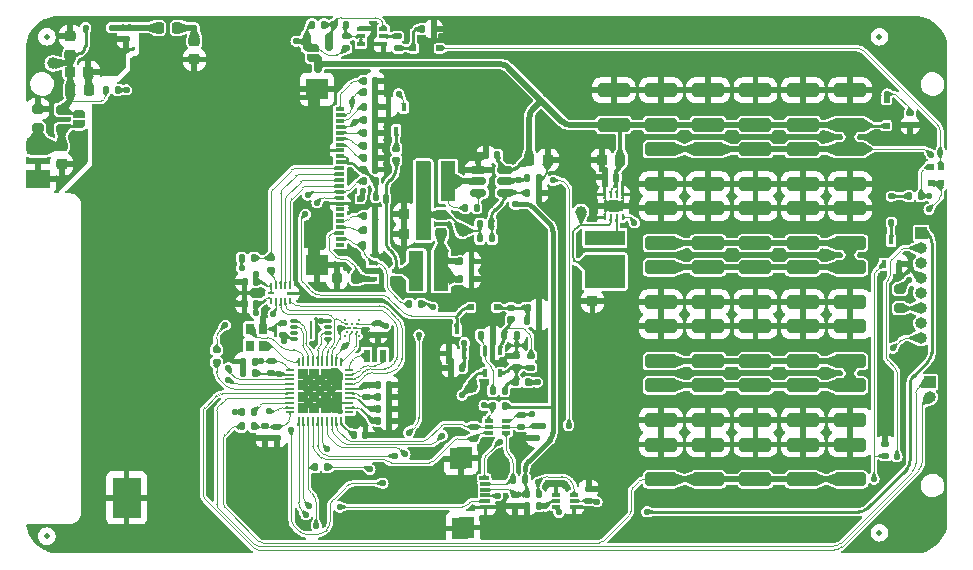
<source format=gbr>
%TF.GenerationSoftware,KiCad,Pcbnew,7.99.0-1761-g0fd2efa283*%
%TF.CreationDate,2023-08-22T00:04:26+03:00*%
%TF.ProjectId,Kampela_G2,4b616d70-656c-4615-9f47-322e6b696361,rev?*%
%TF.SameCoordinates,Original*%
%TF.FileFunction,Copper,L1,Top*%
%TF.FilePolarity,Positive*%
%FSLAX46Y46*%
G04 Gerber Fmt 4.6, Leading zero omitted, Abs format (unit mm)*
G04 Created by KiCad (PCBNEW 7.99.0-1761-g0fd2efa283) date 2023-08-22 00:04:26*
%MOMM*%
%LPD*%
G01*
G04 APERTURE LIST*
G04 Aperture macros list*
%AMRoundRect*
0 Rectangle with rounded corners*
0 $1 Rounding radius*
0 $2 $3 $4 $5 $6 $7 $8 $9 X,Y pos of 4 corners*
0 Add a 4 corners polygon primitive as box body*
4,1,4,$2,$3,$4,$5,$6,$7,$8,$9,$2,$3,0*
0 Add four circle primitives for the rounded corners*
1,1,$1+$1,$2,$3*
1,1,$1+$1,$4,$5*
1,1,$1+$1,$6,$7*
1,1,$1+$1,$8,$9*
0 Add four rect primitives between the rounded corners*
20,1,$1+$1,$2,$3,$4,$5,0*
20,1,$1+$1,$4,$5,$6,$7,0*
20,1,$1+$1,$6,$7,$8,$9,0*
20,1,$1+$1,$8,$9,$2,$3,0*%
%AMRotRect*
0 Rectangle, with rotation*
0 The origin of the aperture is its center*
0 $1 length*
0 $2 width*
0 $3 Rotation angle, in degrees counterclockwise*
0 Add horizontal line*
21,1,$1,$2,0,0,$3*%
%AMOutline5P*
0 Free polygon, 5 corners , with rotation*
0 The origin of the aperture is its center*
0 number of corners: always 5*
0 $1 to $10 corner X, Y*
0 $11 Rotation angle, in degrees counterclockwise*
0 create outline with 5 corners*
4,1,5,$1,$2,$3,$4,$5,$6,$7,$8,$9,$10,$1,$2,$11*%
%AMOutline6P*
0 Free polygon, 6 corners , with rotation*
0 The origin of the aperture is its center*
0 number of corners: always 6*
0 $1 to $12 corner X, Y*
0 $13 Rotation angle, in degrees counterclockwise*
0 create outline with 6 corners*
4,1,6,$1,$2,$3,$4,$5,$6,$7,$8,$9,$10,$11,$12,$1,$2,$13*%
%AMOutline7P*
0 Free polygon, 7 corners , with rotation*
0 The origin of the aperture is its center*
0 number of corners: always 7*
0 $1 to $14 corner X, Y*
0 $15 Rotation angle, in degrees counterclockwise*
0 create outline with 7 corners*
4,1,7,$1,$2,$3,$4,$5,$6,$7,$8,$9,$10,$11,$12,$13,$14,$1,$2,$15*%
%AMOutline8P*
0 Free polygon, 8 corners , with rotation*
0 The origin of the aperture is its center*
0 number of corners: always 8*
0 $1 to $16 corner X, Y*
0 $17 Rotation angle, in degrees counterclockwise*
0 create outline with 8 corners*
4,1,8,$1,$2,$3,$4,$5,$6,$7,$8,$9,$10,$11,$12,$13,$14,$15,$16,$1,$2,$17*%
%AMFreePoly0*
4,1,17,0.500000,-0.500000,0.100000,-0.500000,0.100000,-0.495442,0.097906,-0.495442,0.000000,-0.459808,-0.079813,-0.392836,-0.131908,-0.302606,-0.150000,-0.200000,-0.150000,0.200000,-0.131908,0.302606,-0.079813,0.392836,0.000000,0.459808,0.097906,0.495442,0.100000,0.495442,0.100000,0.500000,0.500000,0.500000,0.500000,-0.500000,0.500000,-0.500000,$1*%
G04 Aperture macros list end*
%TA.AperFunction,ComponentPad*%
%ADD10R,1.000000X1.000000*%
%TD*%
%TA.AperFunction,ComponentPad*%
%ADD11O,1.000000X1.000000*%
%TD*%
%TA.AperFunction,SMDPad,CuDef*%
%ADD12RoundRect,0.140000X0.140000X0.170000X-0.140000X0.170000X-0.140000X-0.170000X0.140000X-0.170000X0*%
%TD*%
%TA.AperFunction,SMDPad,CuDef*%
%ADD13RoundRect,0.135000X-0.135000X-0.185000X0.135000X-0.185000X0.135000X0.185000X-0.135000X0.185000X0*%
%TD*%
%TA.AperFunction,SMDPad,CuDef*%
%ADD14RoundRect,0.250000X-1.100000X0.325000X-1.100000X-0.325000X1.100000X-0.325000X1.100000X0.325000X0*%
%TD*%
%TA.AperFunction,SMDPad,CuDef*%
%ADD15RoundRect,0.135000X0.135000X0.185000X-0.135000X0.185000X-0.135000X-0.185000X0.135000X-0.185000X0*%
%TD*%
%TA.AperFunction,SMDPad,CuDef*%
%ADD16RoundRect,0.135000X0.185000X-0.135000X0.185000X0.135000X-0.185000X0.135000X-0.185000X-0.135000X0*%
%TD*%
%TA.AperFunction,SMDPad,CuDef*%
%ADD17RoundRect,0.140000X-0.140000X-0.170000X0.140000X-0.170000X0.140000X0.170000X-0.140000X0.170000X0*%
%TD*%
%TA.AperFunction,SMDPad,CuDef*%
%ADD18RoundRect,0.135000X-0.185000X0.135000X-0.185000X-0.135000X0.185000X-0.135000X0.185000X0.135000X0*%
%TD*%
%TA.AperFunction,SMDPad,CuDef*%
%ADD19C,1.000000*%
%TD*%
%TA.AperFunction,SMDPad,CuDef*%
%ADD20R,0.700000X0.450000*%
%TD*%
%TA.AperFunction,SMDPad,CuDef*%
%ADD21RoundRect,0.087500X0.237500X0.087500X-0.237500X0.087500X-0.237500X-0.087500X0.237500X-0.087500X0*%
%TD*%
%TA.AperFunction,SMDPad,CuDef*%
%ADD22R,0.200000X1.600000*%
%TD*%
%TA.AperFunction,SMDPad,CuDef*%
%ADD23RoundRect,0.140000X-0.170000X0.140000X-0.170000X-0.140000X0.170000X-0.140000X0.170000X0.140000X0*%
%TD*%
%TA.AperFunction,SMDPad,CuDef*%
%ADD24R,0.800000X0.300000*%
%TD*%
%TA.AperFunction,SMDPad,CuDef*%
%ADD25R,1.850000X1.800000*%
%TD*%
%TA.AperFunction,SMDPad,CuDef*%
%ADD26R,0.800000X0.400000*%
%TD*%
%TA.AperFunction,SMDPad,CuDef*%
%ADD27R,0.450000X0.700000*%
%TD*%
%TA.AperFunction,SMDPad,CuDef*%
%ADD28RoundRect,0.250000X1.100000X-0.325000X1.100000X0.325000X-1.100000X0.325000X-1.100000X-0.325000X0*%
%TD*%
%TA.AperFunction,SMDPad,CuDef*%
%ADD29R,0.400000X0.650000*%
%TD*%
%TA.AperFunction,SMDPad,CuDef*%
%ADD30RoundRect,0.150000X0.512500X0.150000X-0.512500X0.150000X-0.512500X-0.150000X0.512500X-0.150000X0*%
%TD*%
%TA.AperFunction,SMDPad,CuDef*%
%ADD31R,2.000000X1.500000*%
%TD*%
%TA.AperFunction,SMDPad,CuDef*%
%ADD32RoundRect,0.200000X0.275000X-0.200000X0.275000X0.200000X-0.275000X0.200000X-0.275000X-0.200000X0*%
%TD*%
%TA.AperFunction,SMDPad,CuDef*%
%ADD33R,0.700000X0.340000*%
%TD*%
%TA.AperFunction,SMDPad,CuDef*%
%ADD34RoundRect,0.225000X0.250000X-0.225000X0.250000X0.225000X-0.250000X0.225000X-0.250000X-0.225000X0*%
%TD*%
%TA.AperFunction,SMDPad,CuDef*%
%ADD35FreePoly0,90.000000*%
%TD*%
%TA.AperFunction,SMDPad,CuDef*%
%ADD36FreePoly0,270.000000*%
%TD*%
%TA.AperFunction,SMDPad,CuDef*%
%ADD37R,0.650000X0.400000*%
%TD*%
%TA.AperFunction,SMDPad,CuDef*%
%ADD38RoundRect,0.147500X0.147500X0.172500X-0.147500X0.172500X-0.147500X-0.172500X0.147500X-0.172500X0*%
%TD*%
%TA.AperFunction,SMDPad,CuDef*%
%ADD39RoundRect,0.140000X0.170000X-0.140000X0.170000X0.140000X-0.170000X0.140000X-0.170000X-0.140000X0*%
%TD*%
%TA.AperFunction,SMDPad,CuDef*%
%ADD40R,1.300000X3.400000*%
%TD*%
%TA.AperFunction,SMDPad,CuDef*%
%ADD41R,0.600000X1.100000*%
%TD*%
%TA.AperFunction,SMDPad,CuDef*%
%ADD42R,0.800000X0.900000*%
%TD*%
%TA.AperFunction,SMDPad,CuDef*%
%ADD43RoundRect,0.225000X-0.225000X-0.250000X0.225000X-0.250000X0.225000X0.250000X-0.225000X0.250000X0*%
%TD*%
%TA.AperFunction,SMDPad,CuDef*%
%ADD44R,0.200000X0.600000*%
%TD*%
%TA.AperFunction,SMDPad,CuDef*%
%ADD45R,0.250000X0.150000*%
%TD*%
%TA.AperFunction,SMDPad,CuDef*%
%ADD46R,0.600000X0.200000*%
%TD*%
%TA.AperFunction,SMDPad,CuDef*%
%ADD47RoundRect,0.218750X0.218750X0.256250X-0.218750X0.256250X-0.218750X-0.256250X0.218750X-0.256250X0*%
%TD*%
%TA.AperFunction,SMDPad,CuDef*%
%ADD48RoundRect,0.200000X-0.275000X0.200000X-0.275000X-0.200000X0.275000X-0.200000X0.275000X0.200000X0*%
%TD*%
%TA.AperFunction,SMDPad,CuDef*%
%ADD49RoundRect,0.125000X0.125000X0.125000X-0.125000X0.125000X-0.125000X-0.125000X0.125000X-0.125000X0*%
%TD*%
%TA.AperFunction,SMDPad,CuDef*%
%ADD50RoundRect,0.225000X-0.250000X0.225000X-0.250000X-0.225000X0.250000X-0.225000X0.250000X0.225000X0*%
%TD*%
%TA.AperFunction,SMDPad,CuDef*%
%ADD51RoundRect,0.200000X0.200000X0.275000X-0.200000X0.275000X-0.200000X-0.275000X0.200000X-0.275000X0*%
%TD*%
%TA.AperFunction,SMDPad,CuDef*%
%ADD52C,0.500000*%
%TD*%
%TA.AperFunction,SMDPad,CuDef*%
%ADD53C,0.200000*%
%TD*%
%TA.AperFunction,SMDPad,CuDef*%
%ADD54R,0.200000X0.740000*%
%TD*%
%TA.AperFunction,SMDPad,CuDef*%
%ADD55R,0.740000X0.200000*%
%TD*%
%TA.AperFunction,SMDPad,CuDef*%
%ADD56Outline5P,-0.481250X0.096250X-0.096250X0.481250X0.481250X0.481250X0.481250X-0.481250X-0.481250X-0.481250X270.000000*%
%TD*%
%TA.AperFunction,SMDPad,CuDef*%
%ADD57R,0.962500X0.962500*%
%TD*%
%TA.AperFunction,SMDPad,CuDef*%
%ADD58R,2.400000X3.500000*%
%TD*%
%TA.AperFunction,SMDPad,CuDef*%
%ADD59RoundRect,0.150000X-0.150000X0.587500X-0.150000X-0.587500X0.150000X-0.587500X0.150000X0.587500X0*%
%TD*%
%TA.AperFunction,SMDPad,CuDef*%
%ADD60R,0.500000X0.500000*%
%TD*%
%TA.AperFunction,SMDPad,CuDef*%
%ADD61R,0.600000X0.600000*%
%TD*%
%TA.AperFunction,SMDPad,CuDef*%
%ADD62R,3.400000X1.300000*%
%TD*%
%TA.AperFunction,SMDPad,CuDef*%
%ADD63RoundRect,0.218750X0.256250X-0.218750X0.256250X0.218750X-0.256250X0.218750X-0.256250X-0.218750X0*%
%TD*%
%TA.AperFunction,SMDPad,CuDef*%
%ADD64R,0.250000X0.500000*%
%TD*%
%TA.AperFunction,ComponentPad*%
%ADD65C,0.600000*%
%TD*%
%TA.AperFunction,SMDPad,CuDef*%
%ADD66R,1.600000X0.900000*%
%TD*%
%TA.AperFunction,SMDPad,CuDef*%
%ADD67RoundRect,0.225000X0.225000X0.250000X-0.225000X0.250000X-0.225000X-0.250000X0.225000X-0.250000X0*%
%TD*%
%TA.AperFunction,SMDPad,CuDef*%
%ADD68RoundRect,0.125000X-0.125000X0.125000X-0.125000X-0.125000X0.125000X-0.125000X0.125000X0.125000X0*%
%TD*%
%TA.AperFunction,SMDPad,CuDef*%
%ADD69RotRect,0.300000X0.800000X271.710000*%
%TD*%
%TA.AperFunction,SMDPad,CuDef*%
%ADD70RotRect,1.800000X1.850000X271.710000*%
%TD*%
%TA.AperFunction,SMDPad,CuDef*%
%ADD71RoundRect,0.375000X-0.625000X-0.375000X0.625000X-0.375000X0.625000X0.375000X-0.625000X0.375000X0*%
%TD*%
%TA.AperFunction,SMDPad,CuDef*%
%ADD72RoundRect,0.147500X0.172500X-0.147500X0.172500X0.147500X-0.172500X0.147500X-0.172500X-0.147500X0*%
%TD*%
%TA.AperFunction,ViaPad*%
%ADD73C,0.550000*%
%TD*%
%TA.AperFunction,Conductor*%
%ADD74C,0.125000*%
%TD*%
%TA.AperFunction,Conductor*%
%ADD75C,0.250000*%
%TD*%
%TA.AperFunction,Conductor*%
%ADD76C,0.200000*%
%TD*%
%TA.AperFunction,Conductor*%
%ADD77C,0.150000*%
%TD*%
%TA.AperFunction,Conductor*%
%ADD78C,0.500000*%
%TD*%
%TA.AperFunction,Conductor*%
%ADD79C,0.350000*%
%TD*%
%TA.AperFunction,Conductor*%
%ADD80C,0.400000*%
%TD*%
G04 APERTURE END LIST*
D10*
%TO.P,J7,1,Pin_1*%
%TO.N,Net-(J7-Pin_1)*%
X163710000Y-127960000D03*
D11*
%TO.P,J7,2,Pin_2*%
%TO.N,Net-(J7-Pin_2)*%
X163710000Y-129230000D03*
%TD*%
D12*
%TO.P,C25,1*%
%TO.N,/Cap Block/HV*%
X137165000Y-110590000D03*
%TO.P,C25,2*%
%TO.N,GND*%
X136205000Y-110590000D03*
%TD*%
D10*
%TO.P,J6,1,Pin_1*%
%TO.N,+1V8*%
X162985000Y-115335001D03*
D11*
%TO.P,J6,2,Pin_2*%
%TO.N,/MCU/RX*%
X162985000Y-116605001D03*
%TO.P,J6,3,Pin_3*%
%TO.N,/MCU/TX*%
X162985000Y-117875001D03*
%TO.P,J6,4,Pin_4*%
%TO.N,GND*%
X162985000Y-119145001D03*
%TO.P,J6,5,Pin_5*%
%TO.N,/MCU/SWDIO*%
X162985000Y-120415001D03*
%TO.P,J6,6,Pin_6*%
%TO.N,/MCU/P_IN*%
X162985000Y-121685001D03*
%TO.P,J6,7,Pin_7*%
%TO.N,/MCU/SWDCK*%
X162985000Y-122955001D03*
%TO.P,J6,8,Pin_8*%
%TO.N,/MCU/P_GOOD*%
X162985000Y-124225001D03*
%TD*%
D12*
%TO.P,C52,1*%
%TO.N,GND*%
X116755000Y-106830000D03*
%TO.P,C52,2*%
%TO.N,Net-(J4-Pin_20)*%
X115795000Y-106830000D03*
%TD*%
D13*
%TO.P,R2,1*%
%TO.N,Net-(D2-K)*%
X129630000Y-122740000D03*
%TO.P,R2,2*%
%TO.N,GND*%
X130650000Y-122740000D03*
%TD*%
D14*
%TO.P,C76,1*%
%TO.N,GND*%
X152960000Y-113235001D03*
%TO.P,C76,2*%
%TO.N,/Cap Block/HV*%
X152960000Y-116185001D03*
%TD*%
D15*
%TO.P,R26,1*%
%TO.N,+2V8*%
X129470000Y-136210000D03*
%TO.P,R26,2*%
%TO.N,/Display/T_SCL*%
X128450000Y-136210000D03*
%TD*%
%TO.P,R29,1*%
%TO.N,/Display/T_RES*%
X130620000Y-137460000D03*
%TO.P,R29,2*%
%TO.N,+2V8*%
X129600000Y-137460000D03*
%TD*%
D16*
%TO.P,R5,1*%
%TO.N,Net-(U1-V+)*%
X129960000Y-126720000D03*
%TO.P,R5,2*%
%TO.N,Net-(U1-+)*%
X129960000Y-125700000D03*
%TD*%
D17*
%TO.P,C26,1*%
%TO.N,Net-(U2-SW)*%
X124405000Y-113210000D03*
%TO.P,C26,2*%
%TO.N,Net-(U2-BST)*%
X125365000Y-113210000D03*
%TD*%
D15*
%TO.P,R30,1*%
%TO.N,Net-(D12-A2)*%
X162970000Y-112210000D03*
%TO.P,R30,2*%
%TO.N,Net-(D8-K)*%
X161950000Y-112210000D03*
%TD*%
D13*
%TO.P,R6,1*%
%TO.N,GND*%
X129600000Y-138460000D03*
%TO.P,R6,2*%
%TO.N,/Display/RES_TC*%
X130620000Y-138460000D03*
%TD*%
D18*
%TO.P,R12,1*%
%TO.N,/MCU/V_CHK*%
X107460000Y-131700000D03*
%TO.P,R12,2*%
%TO.N,GND*%
X107460000Y-132720000D03*
%TD*%
D19*
%TO.P,TP1,1,1*%
%TO.N,/Power/IN_DT*%
X89460000Y-100960001D03*
%TD*%
D20*
%TO.P,Q2,1,G*%
%TO.N,/Display/GDR*%
X116560000Y-117890000D03*
%TO.P,Q2,2,S*%
%TO.N,/Display/RESE*%
X116560000Y-119190000D03*
%TO.P,Q2,3,D*%
%TO.N,Net-(D10-A)*%
X118560000Y-118540000D03*
%TD*%
D21*
%TO.P,U4,1,~{CE}*%
%TO.N,/MCU/RAM_CS*%
X112730000Y-124261250D03*
%TO.P,U4,2,SO/SIO*%
%TO.N,/MCU/R_MISO*%
X112730000Y-123761250D03*
%TO.P,U4,3,SIO2*%
%TO.N,unconnected-(U4-SIO2-Pad3)*%
X112730000Y-123261250D03*
%TO.P,U4,4,VSS*%
%TO.N,GND*%
X112730000Y-122761250D03*
%TO.P,U4,5,SI/SIO*%
%TO.N,/MCU/R_MOSI*%
X109930000Y-122761250D03*
%TO.P,U4,6,SCLK*%
%TO.N,/MCU/R_SCK*%
X109930000Y-123261250D03*
%TO.P,U4,7,SIO3*%
%TO.N,unconnected-(U4-SIO3-Pad7)*%
X109930000Y-123761250D03*
%TO.P,U4,8,VCC*%
%TO.N,+1V8*%
X109930000Y-124261250D03*
D22*
%TO.P,U4,9*%
%TO.N,N/C*%
X111330000Y-123511250D03*
%TD*%
D14*
%TO.P,C62,1*%
%TO.N,GND*%
X144961000Y-123210000D03*
%TO.P,C62,2*%
%TO.N,/Cap Block/HV*%
X144961000Y-126160000D03*
%TD*%
D19*
%TO.P,TP8,1,1*%
%TO.N,/MCU/DATA*%
X124960000Y-128340000D03*
%TD*%
D23*
%TO.P,C20,1*%
%TO.N,/MCU/V_CHK*%
X108460000Y-131730000D03*
%TO.P,C20,2*%
%TO.N,GND*%
X108460000Y-132690000D03*
%TD*%
D18*
%TO.P,R17,1*%
%TO.N,Net-(D7-A)*%
X162070000Y-105185000D03*
%TO.P,R17,2*%
%TO.N,GND*%
X162070000Y-106205000D03*
%TD*%
D24*
%TO.P,J4,1,Pin_1*%
%TO.N,unconnected-(J4-Pin_1-Pad1)*%
X113800000Y-116335000D03*
%TO.P,J4,2,Pin_2*%
%TO.N,/Display/GDR*%
X113800000Y-115835000D03*
%TO.P,J4,3,Pin_3*%
%TO.N,/Display/RESE*%
X113800000Y-115335000D03*
%TO.P,J4,4,Pin_4*%
%TO.N,Net-(J4-Pin_4)*%
X113800000Y-114835000D03*
%TO.P,J4,5,Pin_5*%
%TO.N,Net-(J4-Pin_5)*%
X113800000Y-114335000D03*
%TO.P,J4,6,Pin_6*%
%TO.N,unconnected-(J4-Pin_6-Pad6)*%
X113800000Y-113835000D03*
%TO.P,J4,7,Pin_7*%
%TO.N,unconnected-(J4-Pin_7-Pad7)*%
X113800000Y-113335000D03*
%TO.P,J4,8,Pin_8*%
%TO.N,GND*%
X113800000Y-112835000D03*
%TO.P,J4,9,Pin_9*%
%TO.N,/Display/E_BUSY*%
X113800000Y-112335000D03*
%TO.P,J4,10,Pin_10*%
%TO.N,/Display/E_RES*%
X113800000Y-111835000D03*
%TO.P,J4,11,Pin_11*%
%TO.N,/Display/H_D{slash}C*%
X113800000Y-111335000D03*
%TO.P,J4,12,Pin_12*%
%TO.N,/Display/H_CS*%
X113800000Y-110835000D03*
%TO.P,J4,13,Pin_13*%
%TO.N,/Display/H_SCK*%
X113800000Y-110335000D03*
%TO.P,J4,14,Pin_14*%
%TO.N,/Display/H_SDI*%
X113800000Y-109835000D03*
%TO.P,J4,15,Pin_15*%
%TO.N,+2V8*%
X113800000Y-109335000D03*
%TO.P,J4,16,Pin_16*%
X113800000Y-108835000D03*
%TO.P,J4,17,Pin_17*%
%TO.N,GND*%
X113800000Y-108335000D03*
%TO.P,J4,18,Pin_18*%
%TO.N,Net-(J4-Pin_18)*%
X113800000Y-107835000D03*
%TO.P,J4,19,Pin_19*%
%TO.N,Net-(J4-Pin_19)*%
X113800000Y-107335000D03*
%TO.P,J4,20,Pin_20*%
%TO.N,Net-(J4-Pin_20)*%
X113800000Y-106835000D03*
%TO.P,J4,21,Pin_21*%
%TO.N,/Display/PREVGH*%
X113800000Y-106335000D03*
%TO.P,J4,22,Pin_22*%
%TO.N,Net-(J4-Pin_22)*%
X113800000Y-105835000D03*
%TO.P,J4,23,Pin_23*%
%TO.N,/Display/PREVGL*%
X113800000Y-105335000D03*
%TO.P,J4,24,Pin_24*%
%TO.N,/Display/VCOM*%
X113800000Y-104835000D03*
D25*
%TO.P,J4,S2,S*%
%TO.N,GND*%
X111825000Y-103140000D03*
D26*
X111300000Y-103835000D03*
X111300000Y-117335000D03*
D25*
X111825000Y-118040000D03*
%TD*%
D27*
%TO.P,Q5,1,G*%
%TO.N,/MCU/~{MCU_OK}*%
X159810000Y-117960000D03*
%TO.P,Q5,2,S*%
%TO.N,GND*%
X161110000Y-117960000D03*
%TO.P,Q5,3,D*%
%TO.N,Net-(D8-A)*%
X160460000Y-115960000D03*
%TD*%
D28*
%TO.P,C61,1*%
%TO.N,GND*%
X144960000Y-121185001D03*
%TO.P,C61,2*%
%TO.N,/Cap Block/HV*%
X144960000Y-118235001D03*
%TD*%
D29*
%TO.P,U1,1,+*%
%TO.N,Net-(U1-+)*%
X127360000Y-125290000D03*
%TO.P,U1,2,V-*%
%TO.N,GND*%
X126710000Y-125290000D03*
%TO.P,U1,3,-*%
%TO.N,Net-(U1--)*%
X126060000Y-125290000D03*
%TO.P,U1,4*%
%TO.N,/MCU/DATA*%
X126060000Y-127190000D03*
%TO.P,U1,5,V+*%
%TO.N,Net-(U1-V+)*%
X127360000Y-127190000D03*
%TD*%
D12*
%TO.P,C40,1*%
%TO.N,/MCU/P_GOOD*%
X106550000Y-126210000D03*
%TO.P,C40,2*%
%TO.N,GND*%
X105590000Y-126210000D03*
%TD*%
D23*
%TO.P,C57,1*%
%TO.N,+2V8*%
X128610000Y-137480000D03*
%TO.P,C57,2*%
%TO.N,GND*%
X128610000Y-138440000D03*
%TD*%
D30*
%TO.P,U2,1,FB*%
%TO.N,Net-(U2-FB)*%
X127772500Y-111910000D03*
%TO.P,U2,2,EN*%
%TO.N,/Display/2V8_EN*%
X127772500Y-110960000D03*
%TO.P,U2,3,IN*%
%TO.N,/Cap Block/HV*%
X127772500Y-110010000D03*
%TO.P,U2,4,GND*%
%TO.N,GND*%
X125497500Y-110010000D03*
%TO.P,U2,5,SW*%
%TO.N,Net-(U2-SW)*%
X125497500Y-110960000D03*
%TO.P,U2,6,BST*%
%TO.N,Net-(U2-BST)*%
X125497500Y-111910000D03*
%TD*%
D13*
%TO.P,R35,1*%
%TO.N,/Display/GDR*%
X119650000Y-121310000D03*
%TO.P,R35,2*%
%TO.N,Net-(U6-PB00)*%
X120670000Y-121310000D03*
%TD*%
%TO.P,R11,1*%
%TO.N,/Cap Block/HV*%
X105450000Y-131710000D03*
%TO.P,R11,2*%
%TO.N,/MCU/V_CHK*%
X106470000Y-131710000D03*
%TD*%
D31*
%TO.P,J2,1,Pin_1*%
%TO.N,GND*%
X88210000Y-110740000D03*
%TD*%
D14*
%TO.P,C74,1*%
%TO.N,GND*%
X152960000Y-103235001D03*
%TO.P,C74,2*%
%TO.N,/Cap Block/HV*%
X152960000Y-106185001D03*
%TD*%
%TO.P,C78,1*%
%TO.N,GND*%
X152960000Y-123235001D03*
%TO.P,C78,2*%
%TO.N,/Cap Block/HV*%
X152960000Y-126185001D03*
%TD*%
D13*
%TO.P,R34,1*%
%TO.N,/Display/E_MISO*%
X105450000Y-117440000D03*
%TO.P,R34,2*%
%TO.N,/Display/H_SDI*%
X106470000Y-117440000D03*
%TD*%
D14*
%TO.P,C8,1*%
%TO.N,GND*%
X156960000Y-123235001D03*
%TO.P,C8,2*%
%TO.N,/Cap Block/HV*%
X156960000Y-126185001D03*
%TD*%
D32*
%TO.P,R10,1*%
%TO.N,Net-(J1-Pin_1)*%
X90210000Y-106535001D03*
%TO.P,R10,2*%
%TO.N,/Power/IN_DT*%
X90210000Y-104885001D03*
%TD*%
D33*
%TO.P,Q3,1,S*%
%TO.N,/Display/T_SDA*%
X126360000Y-131220000D03*
%TO.P,Q3,2,G*%
%TO.N,/Display/2V8_EN*%
X126360000Y-131720000D03*
%TO.P,Q3,3,D*%
%TO.N,/Display/SCL*%
X126360000Y-132220000D03*
%TO.P,Q3,4,S*%
%TO.N,/Display/T_SCL*%
X127860000Y-132220000D03*
%TO.P,Q3,5,G*%
%TO.N,/Display/2V8_EN*%
X127860000Y-131720000D03*
%TO.P,Q3,6,D*%
%TO.N,/Display/SDA*%
X127860000Y-131220000D03*
%TD*%
%TO.P,Q4,1,S*%
%TO.N,GND*%
X133580000Y-138485000D03*
%TO.P,Q4,2,G*%
%TO.N,/Display/RES*%
X133580000Y-137985000D03*
%TO.P,Q4,3,D*%
%TO.N,/Display/T_RES*%
X133580000Y-137485000D03*
%TO.P,Q4,4,S*%
%TO.N,GND*%
X132080000Y-137485000D03*
%TO.P,Q4,5,G*%
%TO.N,/Display/RES_TC*%
X132080000Y-137985000D03*
%TO.P,Q4,6,D*%
%TO.N,/Display/E_RES*%
X132080000Y-138485000D03*
%TD*%
D34*
%TO.P,C21,1*%
%TO.N,GND*%
X101460000Y-100635000D03*
%TO.P,C21,2*%
%TO.N,Net-(JP11-B)*%
X101460000Y-99085000D03*
%TD*%
D28*
%TO.P,C77,1*%
%TO.N,GND*%
X152960000Y-121185001D03*
%TO.P,C77,2*%
%TO.N,/Cap Block/HV*%
X152960000Y-118235001D03*
%TD*%
D14*
%TO.P,C66,1*%
%TO.N,GND*%
X148960000Y-103235001D03*
%TO.P,C66,2*%
%TO.N,/Cap Block/HV*%
X148960000Y-106185001D03*
%TD*%
D15*
%TO.P,R3,1*%
%TO.N,Net-(U1-V+)*%
X127720000Y-128710000D03*
%TO.P,R3,2*%
%TO.N,Net-(U1--)*%
X126700000Y-128710000D03*
%TD*%
D17*
%TO.P,C87,1*%
%TO.N,Net-(Q8-G)*%
X113300000Y-97685000D03*
%TO.P,C87,2*%
%TO.N,Net-(Q9A-B1)*%
X114260000Y-97685000D03*
%TD*%
D28*
%TO.P,C71,1*%
%TO.N,GND*%
X148960000Y-131185001D03*
%TO.P,C71,2*%
%TO.N,/Cap Block/HV*%
X148960000Y-128235001D03*
%TD*%
D17*
%TO.P,C27,1*%
%TO.N,+2V8*%
X125650000Y-114540000D03*
%TO.P,C27,2*%
%TO.N,Net-(U2-FB)*%
X126610000Y-114540000D03*
%TD*%
D18*
%TO.P,R18,1*%
%TO.N,/MCU/P_GOOD*%
X107980000Y-126200000D03*
%TO.P,R18,2*%
%TO.N,+1V8*%
X107980000Y-127220000D03*
%TD*%
D28*
%TO.P,C13,1*%
%TO.N,GND*%
X140960000Y-131185001D03*
%TO.P,C13,2*%
%TO.N,/Cap Block/HV*%
X140960000Y-128235001D03*
%TD*%
D23*
%TO.P,C33,1*%
%TO.N,+1V8*%
X116980000Y-122980000D03*
%TO.P,C33,2*%
%TO.N,GND*%
X116980000Y-123940000D03*
%TD*%
D28*
%TO.P,C63,1*%
%TO.N,GND*%
X144960000Y-131185001D03*
%TO.P,C63,2*%
%TO.N,/Cap Block/HV*%
X144960000Y-128235001D03*
%TD*%
D12*
%TO.P,C23,1*%
%TO.N,/Cap Block/HV*%
X127115000Y-108710000D03*
%TO.P,C23,2*%
%TO.N,GND*%
X126155000Y-108710000D03*
%TD*%
D35*
%TO.P,JP11,1,A*%
%TO.N,/Cap Block/HV*%
X111500000Y-100685000D03*
D36*
%TO.P,JP11,2,B*%
%TO.N,Net-(JP11-B)*%
X111500000Y-99485000D03*
%TD*%
D34*
%TO.P,C12,1*%
%TO.N,/Power/IN_DT*%
X90960000Y-100235001D03*
%TO.P,C12,2*%
%TO.N,GND*%
X90960000Y-98685001D03*
%TD*%
D37*
%TO.P,Q9,1,E1*%
%TO.N,GND*%
X115550000Y-98035000D03*
%TO.P,Q9,2,B1*%
%TO.N,Net-(Q9A-B1)*%
X115550000Y-98685000D03*
%TO.P,Q9,3,C2*%
X115550000Y-99335000D03*
%TO.P,Q9,4,E2*%
%TO.N,GND*%
X117450000Y-99335000D03*
%TO.P,Q9,5,B2*%
%TO.N,Net-(Q9B-B2)*%
X117450000Y-98685000D03*
%TO.P,Q9,6,C1*%
%TO.N,Net-(Q8-G)*%
X117450000Y-98035000D03*
%TD*%
D38*
%TO.P,FB1,1*%
%TO.N,+1V8*%
X129680000Y-127960000D03*
%TO.P,FB1,2*%
%TO.N,Net-(U1-V+)*%
X128710000Y-127960000D03*
%TD*%
D28*
%TO.P,C59,1*%
%TO.N,GND*%
X144960000Y-111185001D03*
%TO.P,C59,2*%
%TO.N,/Cap Block/HV*%
X144960000Y-108235001D03*
%TD*%
D39*
%TO.P,C3,1*%
%TO.N,Net-(U1-+)*%
X128260000Y-122620000D03*
%TO.P,C3,2*%
%TO.N,Net-(D2-K)*%
X128260000Y-121660000D03*
%TD*%
D18*
%TO.P,R33,1*%
%TO.N,/Display/H_SDI*%
X107960000Y-117440000D03*
%TO.P,R33,2*%
%TO.N,Net-(U7-B1)*%
X107960000Y-118460000D03*
%TD*%
D40*
%TO.P,L1,1,1*%
%TO.N,Net-(U2-SW)*%
X122935000Y-110960000D03*
%TO.P,L1,2,2*%
%TO.N,+2V8*%
X120835000Y-110960000D03*
%TD*%
D17*
%TO.P,C48,1*%
%TO.N,/Display/PREVGH*%
X115795000Y-105730000D03*
%TO.P,C48,2*%
%TO.N,GND*%
X116755000Y-105730000D03*
%TD*%
D41*
%TO.P,Y1,1,1*%
%TO.N,Net-(U6-PD01)*%
X117430000Y-125710000D03*
%TO.P,Y1,2,2*%
%TO.N,Net-(U6-PD00)*%
X116030000Y-125710000D03*
%TD*%
D23*
%TO.P,C28,1*%
%TO.N,GND*%
X159960000Y-133230000D03*
%TO.P,C28,2*%
%TO.N,/MCU/~{MCU_OK}*%
X159960000Y-134190000D03*
%TD*%
D42*
%TO.P,Y2,1,1*%
%TO.N,Net-(U6-HFXTAL_O)*%
X107280000Y-124860000D03*
%TO.P,Y2,2,2*%
%TO.N,GND*%
X107280000Y-123460000D03*
%TO.P,Y2,3,3*%
%TO.N,Net-(U6-HFXTAL_I)*%
X106180000Y-123460000D03*
%TO.P,Y2,4*%
%TO.N,N/C*%
X106180000Y-124860000D03*
%TD*%
D14*
%TO.P,C60,1*%
%TO.N,GND*%
X144960000Y-113235001D03*
%TO.P,C60,2*%
%TO.N,/Cap Block/HV*%
X144960000Y-116185001D03*
%TD*%
D39*
%TO.P,C32,1*%
%TO.N,+1V8*%
X108980000Y-123940000D03*
%TO.P,C32,2*%
%TO.N,GND*%
X108980000Y-122980000D03*
%TD*%
D13*
%TO.P,R1,1*%
%TO.N,/Power/IN_DT*%
X93940000Y-103210001D03*
%TO.P,R1,2*%
%TO.N,Net-(D1-common)*%
X94960000Y-103210001D03*
%TD*%
D12*
%TO.P,C49,1*%
%TO.N,GND*%
X116780000Y-115110000D03*
%TO.P,C49,2*%
%TO.N,Net-(J4-Pin_4)*%
X115820000Y-115110000D03*
%TD*%
D14*
%TO.P,C72,1*%
%TO.N,GND*%
X148960000Y-133235001D03*
%TO.P,C72,2*%
%TO.N,/Cap Block/HV*%
X148960000Y-136185001D03*
%TD*%
D13*
%TO.P,R24,1*%
%TO.N,/Display/E_RES*%
X115780000Y-110955000D03*
%TO.P,R24,2*%
%TO.N,+2V8*%
X116800000Y-110955000D03*
%TD*%
D28*
%TO.P,C69,1*%
%TO.N,GND*%
X148960000Y-121185001D03*
%TO.P,C69,2*%
%TO.N,/Cap Block/HV*%
X148960000Y-118235001D03*
%TD*%
D17*
%TO.P,C47,1*%
%TO.N,/Display/PREVGL*%
X115780000Y-103430000D03*
%TO.P,C47,2*%
%TO.N,GND*%
X116740000Y-103430000D03*
%TD*%
D43*
%TO.P,C31,1*%
%TO.N,GND*%
X119210000Y-113740000D03*
%TO.P,C31,2*%
%TO.N,+2V8*%
X120760000Y-113740000D03*
%TD*%
D12*
%TO.P,C54,1*%
%TO.N,GND*%
X116760000Y-102430000D03*
%TO.P,C54,2*%
%TO.N,/Display/VCOM*%
X115800000Y-102430000D03*
%TD*%
D28*
%TO.P,C19,1*%
%TO.N,GND*%
X140960000Y-111185001D03*
%TO.P,C19,2*%
%TO.N,/Cap Block/HV*%
X140960000Y-108235001D03*
%TD*%
D14*
%TO.P,C84,1*%
%TO.N,GND*%
X156960000Y-113235001D03*
%TO.P,C84,2*%
%TO.N,/Cap Block/HV*%
X156960000Y-116185001D03*
%TD*%
D13*
%TO.P,R7,1*%
%TO.N,Net-(U1-+)*%
X127710000Y-123960000D03*
%TO.P,R7,2*%
%TO.N,GND*%
X128730000Y-123960000D03*
%TD*%
D34*
%TO.P,C30,1*%
%TO.N,GND*%
X135160000Y-121115000D03*
%TO.P,C30,2*%
%TO.N,+1V8*%
X135160000Y-119565000D03*
%TD*%
D14*
%TO.P,C70,1*%
%TO.N,GND*%
X148960000Y-123235001D03*
%TO.P,C70,2*%
%TO.N,/Cap Block/HV*%
X148960000Y-126185001D03*
%TD*%
D44*
%TO.P,U7,1,VCCA*%
%TO.N,+1V8*%
X107960000Y-121090000D03*
D45*
X107785000Y-120865000D03*
D44*
%TO.P,U7,2,A1*%
%TO.N,/Display/E_SDI*%
X108360000Y-121090000D03*
%TO.P,U7,3,A2*%
%TO.N,/Display/E_SCK*%
X108760000Y-121090000D03*
%TO.P,U7,4,A3*%
%TO.N,/Display/E_CS*%
X109160000Y-121090000D03*
%TO.P,U7,5,A4*%
%TO.N,/Display/E_D{slash}C*%
X109560000Y-121090000D03*
D46*
%TO.P,U7,6,GND*%
%TO.N,GND*%
X109560000Y-120440000D03*
D44*
%TO.P,U7,7,B4*%
%TO.N,/Display/H_D{slash}C*%
X109560000Y-119790000D03*
%TO.P,U7,8,B3*%
%TO.N,/Display/H_CS*%
X109160000Y-119790000D03*
%TO.P,U7,9,B2*%
%TO.N,/Display/H_SCK*%
X108760000Y-119790000D03*
%TO.P,U7,10,B1*%
%TO.N,Net-(U7-B1)*%
X108360000Y-119790000D03*
%TO.P,U7,11,VCCB*%
%TO.N,+2V8*%
X107960000Y-119790000D03*
D46*
%TO.P,U7,12,OE*%
X107960000Y-120440000D03*
%TD*%
D12*
%TO.P,C50,1*%
%TO.N,GND*%
X116760000Y-109955000D03*
%TO.P,C50,2*%
%TO.N,+2V8*%
X115800000Y-109955000D03*
%TD*%
D47*
%TO.P,FB2,1*%
%TO.N,Net-(JP11-B)*%
X99997500Y-97960000D03*
%TO.P,FB2,2*%
%TO.N,Net-(D6-K)*%
X98422500Y-97960000D03*
%TD*%
D48*
%TO.P,R9,1*%
%TO.N,GND*%
X88210000Y-104810001D03*
%TO.P,R9,2*%
%TO.N,Net-(J1-Pin_1)*%
X88210000Y-106460001D03*
%TD*%
D14*
%TO.P,C81,1*%
%TO.N,GND*%
X140960000Y-123235001D03*
%TO.P,C81,2*%
%TO.N,/Cap Block/HV*%
X140960000Y-126185001D03*
%TD*%
D28*
%TO.P,C65,1*%
%TO.N,GND*%
X156960000Y-131185001D03*
%TO.P,C65,2*%
%TO.N,/Cap Block/HV*%
X156960000Y-128235001D03*
%TD*%
%TO.P,C79,1*%
%TO.N,GND*%
X152960000Y-131185001D03*
%TO.P,C79,2*%
%TO.N,/Cap Block/HV*%
X152960000Y-128235001D03*
%TD*%
D17*
%TO.P,C37,1*%
%TO.N,Net-(U6-AVDD)*%
X116980000Y-129210000D03*
%TO.P,C37,2*%
%TO.N,GND*%
X117940000Y-129210000D03*
%TD*%
%TO.P,C35,1*%
%TO.N,+1V8*%
X116980000Y-131210000D03*
%TO.P,C35,2*%
%TO.N,GND*%
X117940000Y-131210000D03*
%TD*%
D13*
%TO.P,R4,1*%
%TO.N,Net-(U1--)*%
X125700000Y-123960000D03*
%TO.P,R4,2*%
%TO.N,GND*%
X126720000Y-123960000D03*
%TD*%
D14*
%TO.P,C58,1*%
%TO.N,GND*%
X144960000Y-103235001D03*
%TO.P,C58,2*%
%TO.N,/Cap Block/HV*%
X144960000Y-106185001D03*
%TD*%
D49*
%TO.P,D6,1,K*%
%TO.N,Net-(D6-K)*%
X94450000Y-97935000D03*
%TO.P,D6,2,A*%
%TO.N,/Power/IN_DT*%
X92250000Y-97935000D03*
%TD*%
D14*
%TO.P,C6,1*%
%TO.N,GND*%
X140960000Y-113235001D03*
%TO.P,C6,2*%
%TO.N,/Cap Block/HV*%
X140960000Y-116185001D03*
%TD*%
%TO.P,C73,1*%
%TO.N,GND*%
X156960000Y-133235001D03*
%TO.P,C73,2*%
%TO.N,/Cap Block/HV*%
X156960000Y-136185001D03*
%TD*%
D12*
%TO.P,C56,1*%
%TO.N,GND*%
X116780000Y-113880000D03*
%TO.P,C56,2*%
%TO.N,Net-(J4-Pin_5)*%
X115820000Y-113880000D03*
%TD*%
D50*
%TO.P,C9,1*%
%TO.N,Net-(J1-Pin_1)*%
X90210000Y-107960001D03*
%TO.P,C9,2*%
%TO.N,GND*%
X90210000Y-109510001D03*
%TD*%
D51*
%TO.P,R22,1*%
%TO.N,/Display/RESE*%
X115160000Y-119140000D03*
%TO.P,R22,2*%
%TO.N,GND*%
X113510000Y-119140000D03*
%TD*%
D17*
%TO.P,C38,1*%
%TO.N,+1V8*%
X116980000Y-130210000D03*
%TO.P,C38,2*%
%TO.N,GND*%
X117940000Y-130210000D03*
%TD*%
D13*
%TO.P,R40,1*%
%TO.N,Net-(JP11-B)*%
X111390000Y-97685000D03*
%TO.P,R40,2*%
%TO.N,Net-(Q8-G)*%
X112410000Y-97685000D03*
%TD*%
D17*
%TO.P,C44,1*%
%TO.N,/Display/POW*%
X123960000Y-117740000D03*
%TO.P,C44,2*%
%TO.N,GND*%
X124920000Y-117740000D03*
%TD*%
D40*
%TO.P,L3,1,1*%
%TO.N,/Display/POW*%
X122360000Y-118540000D03*
%TO.P,L3,2,2*%
%TO.N,Net-(D10-A)*%
X120260000Y-118540000D03*
%TD*%
D43*
%TO.P,C24,1*%
%TO.N,GND*%
X135960000Y-109140000D03*
%TO.P,C24,2*%
%TO.N,/Cap Block/HV*%
X137510000Y-109140000D03*
%TD*%
D12*
%TO.P,C55,1*%
%TO.N,GND*%
X116760000Y-107955000D03*
%TO.P,C55,2*%
%TO.N,Net-(J4-Pin_19)*%
X115800000Y-107955000D03*
%TD*%
D52*
%TO.P,FID3,*%
%TO.N,*%
X159460000Y-140710000D03*
%TD*%
D12*
%TO.P,C43,1*%
%TO.N,GND*%
X124920000Y-119240000D03*
%TO.P,C43,2*%
%TO.N,/Display/POW*%
X123960000Y-119240000D03*
%TD*%
D15*
%TO.P,R31,1*%
%TO.N,+1V8*%
X112670000Y-135150001D03*
%TO.P,R31,2*%
%TO.N,/MCU/~{MCU_OK}*%
X111650000Y-135150001D03*
%TD*%
D13*
%TO.P,R15,1*%
%TO.N,+2V8*%
X125640000Y-115790000D03*
%TO.P,R15,2*%
%TO.N,Net-(U2-FB)*%
X126660000Y-115790000D03*
%TD*%
D16*
%TO.P,R42,1*%
%TO.N,Net-(JP11-B)*%
X114300000Y-99705000D03*
%TO.P,R42,2*%
%TO.N,Net-(Q9A-B1)*%
X114300000Y-98685000D03*
%TD*%
D13*
%TO.P,R13,1*%
%TO.N,Net-(D5-A)*%
X120690000Y-98059999D03*
%TO.P,R13,2*%
%TO.N,GND*%
X121710000Y-98059999D03*
%TD*%
D14*
%TO.P,C68,1*%
%TO.N,GND*%
X148960000Y-113235001D03*
%TO.P,C68,2*%
%TO.N,/Cap Block/HV*%
X148960000Y-116185001D03*
%TD*%
D28*
%TO.P,C75,1*%
%TO.N,GND*%
X152960000Y-111185001D03*
%TO.P,C75,2*%
%TO.N,/Cap Block/HV*%
X152960000Y-108235001D03*
%TD*%
D32*
%TO.P,R32,1*%
%TO.N,/MCU/P_IN*%
X161210000Y-121710001D03*
%TO.P,R32,2*%
%TO.N,Net-(D7-A)*%
X161210000Y-120060001D03*
%TD*%
D18*
%TO.P,R23,1*%
%TO.N,GND*%
X134830000Y-136975000D03*
%TO.P,R23,2*%
%TO.N,/Display/RES*%
X134830000Y-137995000D03*
%TD*%
D17*
%TO.P,C1,1*%
%TO.N,GND*%
X123180000Y-126740000D03*
%TO.P,C1,2*%
%TO.N,+1V8*%
X124140000Y-126740000D03*
%TD*%
D18*
%TO.P,R20,1*%
%TO.N,/Display/SDA*%
X129110000Y-130700000D03*
%TO.P,R20,2*%
%TO.N,/Display/2V8_EN*%
X129110000Y-131720000D03*
%TD*%
D12*
%TO.P,C51,1*%
%TO.N,GND*%
X116760000Y-108955000D03*
%TO.P,C51,2*%
%TO.N,Net-(J4-Pin_18)*%
X115800000Y-108955000D03*
%TD*%
D53*
%TO.P,U5,A1*%
%TO.N,N/C*%
X115410000Y-122671250D03*
%TO.P,U5,A5*%
X115410000Y-124071250D03*
%TO.P,U5,B2,VCC*%
%TO.N,+1V8*%
X115210000Y-123021250D03*
%TO.P,U5,B4,~{CS}*%
%TO.N,/MCU/FLASH_CS*%
X115210000Y-123721250D03*
%TO.P,U5,C3,GND*%
%TO.N,GND*%
X115010000Y-123371250D03*
%TO.P,U5,D2,~{HOLD}/IO3*%
%TO.N,unconnected-(U5-~{HOLD}{slash}IO3-PadD2)*%
X114810000Y-123021250D03*
%TO.P,U5,D4,IO1/SO*%
%TO.N,/Display/E_MISO*%
X114810000Y-123721250D03*
%TO.P,U5,E3,SI/IO0*%
%TO.N,/Display/E_SDI*%
X114610000Y-123371250D03*
%TO.P,U5,F2,SCK*%
%TO.N,/Display/E_SCK*%
X114410000Y-123021250D03*
%TO.P,U5,F4,~{WP}/IO2*%
%TO.N,unconnected-(U5-~{WP}{slash}IO2-PadF4)*%
X114410000Y-123721250D03*
%TO.P,U5,G1*%
%TO.N,N/C*%
X114210000Y-122671250D03*
%TO.P,U5,G5*%
X114210000Y-124071250D03*
%TD*%
D14*
%TO.P,C17,1*%
%TO.N,GND*%
X140960000Y-133235001D03*
%TO.P,C17,2*%
%TO.N,/Cap Block/HV*%
X140960000Y-136185001D03*
%TD*%
D52*
%TO.P,FID4,*%
%TO.N,*%
X159460000Y-98710000D03*
%TD*%
D12*
%TO.P,C39,1*%
%TO.N,GND*%
X115940000Y-132460000D03*
%TO.P,C39,2*%
%TO.N,Net-(U6-CAP)*%
X114980000Y-132460000D03*
%TD*%
D43*
%TO.P,C29,1*%
%TO.N,GND*%
X119210000Y-115440000D03*
%TO.P,C29,2*%
%TO.N,+2V8*%
X120760000Y-115440000D03*
%TD*%
D54*
%TO.P,U6,1,PC00*%
%TO.N,/MCU/FLASH_CS*%
X113880000Y-126210000D03*
%TO.P,U6,2,PC01*%
%TO.N,/Display/E_MISO*%
X113480000Y-126210000D03*
%TO.P,U6,3,PC02*%
%TO.N,/Display/E_SDI*%
X113080000Y-126210000D03*
%TO.P,U6,4,PC03*%
%TO.N,/Display/E_SCK*%
X112680000Y-126210000D03*
%TO.P,U6,5,PC04*%
%TO.N,/MCU/RAM_CS*%
X112280000Y-126210000D03*
%TO.P,U6,6,PC05*%
%TO.N,/MCU/R_MISO*%
X111880000Y-126210000D03*
%TO.P,U6,7,PC06*%
%TO.N,/MCU/R_MOSI*%
X111480000Y-126210000D03*
%TO.P,U6,8,PC07*%
%TO.N,/MCU/R_SCK*%
X111080000Y-126210000D03*
%TO.P,U6,9,HFXTAL_I*%
%TO.N,Net-(U6-HFXTAL_I)*%
X110680000Y-126210000D03*
%TO.P,U6,10,HFXTAL_O*%
%TO.N,Net-(U6-HFXTAL_O)*%
X110280000Y-126210000D03*
D55*
%TO.P,U6,11,~{RESET}*%
%TO.N,/MCU/P_GOOD*%
X109580000Y-126910000D03*
%TO.P,U6,12,DVDD*%
%TO.N,+1V8*%
X109580000Y-127310000D03*
%TO.P,U6,13,PB06*%
%TO.N,/MCU/TX*%
X109580000Y-127710000D03*
%TO.P,U6,14,PB05*%
%TO.N,/MCU/RX*%
X109580000Y-128110000D03*
%TO.P,U6,15,PB04*%
%TO.N,/Display/BUSY*%
X109580000Y-128510000D03*
%TO.P,U6,16,PB03*%
%TO.N,Net-(J7-Pin_2)*%
X109580000Y-128910000D03*
%TO.P,U6,17,PB02*%
%TO.N,Net-(J7-Pin_1)*%
X109580000Y-129310000D03*
%TO.P,U6,18,PB01*%
%TO.N,/Display/INT*%
X109580000Y-129710000D03*
%TO.P,U6,19,PB00*%
%TO.N,Net-(U6-PB00)*%
X109580000Y-130110000D03*
%TO.P,U6,20,PA00*%
%TO.N,/MCU/V_CHK*%
X109580000Y-130510000D03*
D54*
%TO.P,U6,21,PA01*%
%TO.N,/MCU/SWDCK*%
X110280000Y-131210000D03*
%TO.P,U6,22,PA02*%
%TO.N,/MCU/SWDIO*%
X110680000Y-131210000D03*
%TO.P,U6,23,PA03*%
%TO.N,/MCU/~{MCU_OK}*%
X111080000Y-131210000D03*
%TO.P,U6,24,PA04*%
%TO.N,/Display/SCL*%
X111480000Y-131210000D03*
%TO.P,U6,25,PA05*%
%TO.N,/Display/SDA*%
X111880000Y-131210000D03*
%TO.P,U6,26,PA06*%
%TO.N,/Display/RES*%
X112280000Y-131210000D03*
%TO.P,U6,27,PA07*%
%TO.N,/Display/RES_TC*%
X112680000Y-131210000D03*
%TO.P,U6,28,PA08*%
%TO.N,/MCU/DATA*%
X113080000Y-131210000D03*
%TO.P,U6,29,PA09*%
%TO.N,/Display/2V8_EN*%
X113480000Y-131210000D03*
%TO.P,U6,30,CAP*%
%TO.N,Net-(U6-CAP)*%
X113880000Y-131210000D03*
D55*
%TO.P,U6,31,VREGSW*%
%TO.N,unconnected-(U6-VREGSW-Pad31)*%
X114580000Y-130510000D03*
%TO.P,U6,32,VREGVDD*%
%TO.N,+1V8*%
X114580000Y-130110000D03*
%TO.P,U6,33,VREGVSS*%
%TO.N,GND*%
X114580000Y-129710000D03*
%TO.P,U6,34,DVDD*%
%TO.N,+1V8*%
X114580000Y-129310000D03*
%TO.P,U6,35,AVDD*%
%TO.N,Net-(U6-AVDD)*%
X114580000Y-128910000D03*
%TO.P,U6,36,IOVDD*%
%TO.N,+1V8*%
X114580000Y-128510000D03*
%TO.P,U6,37,PD03*%
%TO.N,/Display/E_D{slash}C*%
X114580000Y-128110000D03*
%TO.P,U6,38,PD02*%
%TO.N,/Display/E_CS*%
X114580000Y-127710000D03*
%TO.P,U6,39,PD01*%
%TO.N,Net-(U6-PD01)*%
X114580000Y-127310000D03*
%TO.P,U6,40,PD00*%
%TO.N,Net-(U6-PD00)*%
X114580000Y-126910000D03*
D56*
%TO.P,U6,41,VSS*%
%TO.N,GND*%
X113523750Y-127266250D03*
D57*
X112561250Y-127266250D03*
X111598750Y-127266250D03*
X110636250Y-127266250D03*
X113523750Y-128228750D03*
X112561250Y-128228750D03*
X111598750Y-128228750D03*
X110636250Y-128228750D03*
X113523750Y-129191250D03*
X112561250Y-129191250D03*
X111598750Y-129191250D03*
X110636250Y-129191250D03*
X113523750Y-130153750D03*
X112561250Y-130153750D03*
X111598750Y-130153750D03*
X110636250Y-130153750D03*
%TD*%
D23*
%TO.P,C86,1*%
%TO.N,Net-(D6-K)*%
X95700000Y-97935000D03*
%TO.P,C86,2*%
%TO.N,GND*%
X95700000Y-98895000D03*
%TD*%
D58*
%TO.P,J8,1,Pin_1*%
%TO.N,GND*%
X95710000Y-137740000D03*
%TD*%
D17*
%TO.P,C34,1*%
%TO.N,GND*%
X105610000Y-127210000D03*
%TO.P,C34,2*%
%TO.N,+1V8*%
X106570000Y-127210000D03*
%TD*%
D16*
%TO.P,R21,1*%
%TO.N,/Display/SCL*%
X125110000Y-132740000D03*
%TO.P,R21,2*%
%TO.N,/Display/2V8_EN*%
X125110000Y-131720000D03*
%TD*%
D59*
%TO.P,Q8,1,G*%
%TO.N,Net-(Q8-G)*%
X112850000Y-99147500D03*
%TO.P,Q8,2,S*%
%TO.N,Net-(JP11-B)*%
X110950000Y-99147500D03*
%TO.P,Q8,3,D*%
%TO.N,/Cap Block/HV*%
X111900000Y-101022500D03*
%TD*%
D27*
%TO.P,D1,1,A*%
%TO.N,GND*%
X123010000Y-125540000D03*
%TO.P,D1,2,K*%
%TO.N,+1V8*%
X124310000Y-125540000D03*
%TO.P,D1,3,common*%
%TO.N,Net-(D1-common)*%
X123660000Y-123540000D03*
%TD*%
D60*
%TO.P,D7,1,K*%
%TO.N,/Cap Block/HV*%
X160080000Y-106235001D03*
%TO.P,D7,2,A*%
%TO.N,Net-(D7-A)*%
X160080000Y-104035001D03*
%TD*%
D61*
%TO.P,D4,1,A1*%
%TO.N,Net-(D12-A1)*%
X164660000Y-109730002D03*
%TO.P,D4,2,K1*%
%TO.N,/Cap Block/HV*%
X164660000Y-111130002D03*
%TO.P,D4,3,A2*%
%TO.N,Net-(D12-A2)*%
X163810000Y-109730002D03*
%TO.P,D4,4,K2*%
%TO.N,/Cap Block/HV*%
X163810000Y-111130002D03*
%TD*%
D62*
%TO.P,L2,1,1*%
%TO.N,Net-(U3-SW)*%
X136210000Y-115740000D03*
%TO.P,L2,2,2*%
%TO.N,+1V8*%
X136210000Y-117840000D03*
%TD*%
D63*
%TO.P,FB4,1*%
%TO.N,/Display/POW*%
X122360000Y-115340000D03*
%TO.P,FB4,2*%
%TO.N,+2V8*%
X122360000Y-113765000D03*
%TD*%
D19*
%TO.P,TP3,1,1*%
%TO.N,+2V8*%
X124160000Y-115140000D03*
%TD*%
D64*
%TO.P,U3,1,PGND*%
%TO.N,GND*%
X137710000Y-112090000D03*
%TO.P,U3,2,VIN*%
%TO.N,/Cap Block/HV*%
X137210000Y-112090000D03*
%TO.P,U3,3,EN*%
X136710000Y-112090000D03*
%TO.P,U3,4,AGND*%
%TO.N,GND*%
X136210000Y-112090000D03*
%TO.P,U3,5,FB*%
X136210000Y-113990000D03*
%TO.P,U3,6,VOS*%
%TO.N,+1V8*%
X136710000Y-113990000D03*
%TO.P,U3,7,SW*%
%TO.N,Net-(U3-SW)*%
X137210000Y-113990000D03*
%TO.P,U3,8,PG*%
%TO.N,/MCU/P_GOOD*%
X137710000Y-113990000D03*
D65*
%TO.P,U3,9,PAD*%
%TO.N,GND*%
X137460000Y-113040000D03*
D66*
X136960000Y-113040000D03*
D65*
X136460000Y-113040000D03*
%TD*%
D18*
%TO.P,R27,1*%
%TO.N,/Display/E_BUSY*%
X103330000Y-125225000D03*
%TO.P,R27,2*%
%TO.N,/Display/BUSY*%
X103330000Y-126245000D03*
%TD*%
D52*
%TO.P,FID1,*%
%TO.N,*%
X88960000Y-141010000D03*
%TD*%
%TO.P,FID2,*%
%TO.N,*%
X88960000Y-98710000D03*
%TD*%
D17*
%TO.P,C2,1*%
%TO.N,Net-(D2-K)*%
X129660000Y-121640000D03*
%TO.P,C2,2*%
%TO.N,GND*%
X130620000Y-121640000D03*
%TD*%
D12*
%TO.P,C53,1*%
%TO.N,GND*%
X116755000Y-104630000D03*
%TO.P,C53,2*%
%TO.N,Net-(J4-Pin_22)*%
X115795000Y-104630000D03*
%TD*%
D60*
%TO.P,D2,1,K*%
%TO.N,Net-(D2-K)*%
X127060000Y-121610001D03*
%TO.P,D2,2,A*%
%TO.N,Net-(D1-common)*%
X124860000Y-121610001D03*
%TD*%
D67*
%TO.P,C22,1*%
%TO.N,GND*%
X131360000Y-109140000D03*
%TO.P,C22,2*%
%TO.N,/Cap Block/HV*%
X129810000Y-109140000D03*
%TD*%
D60*
%TO.P,D10,1,K*%
%TO.N,/Display/PREVGH*%
X115490000Y-112440000D03*
%TO.P,D10,2,A*%
%TO.N,Net-(D10-A)*%
X117690000Y-112440000D03*
%TD*%
D15*
%TO.P,R25,1*%
%TO.N,+2V8*%
X127720000Y-129960000D03*
%TO.P,R25,2*%
%TO.N,/Display/T_SDA*%
X126700000Y-129960000D03*
%TD*%
D14*
%TO.P,C80,1*%
%TO.N,GND*%
X152960000Y-133235001D03*
%TO.P,C80,2*%
%TO.N,/Cap Block/HV*%
X152960000Y-136185001D03*
%TD*%
D17*
%TO.P,C36,1*%
%TO.N,+1V8*%
X116980000Y-128210000D03*
%TO.P,C36,2*%
%TO.N,GND*%
X117940000Y-128210000D03*
%TD*%
D13*
%TO.P,R19,1*%
%TO.N,/Display/GDR*%
X115760000Y-116330000D03*
%TO.P,R19,2*%
%TO.N,GND*%
X116780000Y-116330000D03*
%TD*%
D23*
%TO.P,C46,1*%
%TO.N,/Display/2V8_EN*%
X130360000Y-131690000D03*
%TO.P,C46,2*%
%TO.N,GND*%
X130360000Y-132650000D03*
%TD*%
D43*
%TO.P,C14,1*%
%TO.N,/Power/IN_DT*%
X90935000Y-101710001D03*
%TO.P,C14,2*%
%TO.N,GND*%
X92485000Y-101710001D03*
%TD*%
D27*
%TO.P,D9,1*%
%TO.N,/Display/PREVGL*%
X119190000Y-104670000D03*
%TO.P,D9,2*%
%TO.N,GND*%
X117890000Y-104670000D03*
%TO.P,D9,3*%
%TO.N,Net-(C45-Pad1)*%
X118540000Y-106670000D03*
%TD*%
D14*
%TO.P,C64,1*%
%TO.N,GND*%
X144960000Y-133235001D03*
%TO.P,C64,2*%
%TO.N,/Cap Block/HV*%
X144960000Y-136185001D03*
%TD*%
D36*
%TO.P,JP1,1,A*%
%TO.N,/Power/IN_DT*%
X91690000Y-105100000D03*
D35*
%TO.P,JP1,2,B*%
%TO.N,Net-(J1-Pin_1)*%
X91690000Y-106300000D03*
%TD*%
D19*
%TO.P,TP2,1,1*%
%TO.N,+1V8*%
X134200000Y-113535000D03*
%TD*%
D68*
%TO.P,D8,1,K*%
%TO.N,Net-(D8-K)*%
X160460000Y-112210000D03*
%TO.P,D8,2,A*%
%TO.N,Net-(D8-A)*%
X160460000Y-114410000D03*
%TD*%
D60*
%TO.P,D5,1,K*%
%TO.N,Net-(D12-A1)*%
X122200000Y-99685000D03*
%TO.P,D5,2,A*%
%TO.N,Net-(D5-A)*%
X120000000Y-99685000D03*
%TD*%
D28*
%TO.P,C67,1*%
%TO.N,GND*%
X148960000Y-111185001D03*
%TO.P,C67,2*%
%TO.N,/Cap Block/HV*%
X148960000Y-108235001D03*
%TD*%
D12*
%TO.P,C42,1*%
%TO.N,+2V8*%
X106660000Y-119440000D03*
%TO.P,C42,2*%
%TO.N,GND*%
X105700000Y-119440000D03*
%TD*%
D43*
%TO.P,C16,1*%
%TO.N,/Power/IN_DT*%
X90960000Y-103210001D03*
%TO.P,C16,2*%
%TO.N,GND*%
X92510000Y-103210001D03*
%TD*%
D69*
%TO.P,J5,1,Pin_1*%
%TO.N,GND*%
X126086655Y-138546928D03*
%TO.P,J5,2,Pin_2*%
%TO.N,/Display/T_INT*%
X126071734Y-138047150D03*
%TO.P,J5,3,Pin_3*%
%TO.N,/Display/T_RES*%
X126056815Y-137547373D03*
%TO.P,J5,4,Pin_4*%
%TO.N,+2V8*%
X126041894Y-137047596D03*
%TO.P,J5,5,Pin_5*%
%TO.N,/Display/T_SCL*%
X126026974Y-136547818D03*
%TO.P,J5,6,Pin_6*%
%TO.N,/Display/T_SDA*%
X126012053Y-136048041D03*
D70*
%TO.P,J5,S2,S*%
%TO.N,GND*%
X124012193Y-134406988D03*
X124188253Y-140304361D03*
%TD*%
D71*
%TO.P,J1,1,Pin_1*%
%TO.N,Net-(J1-Pin_1)*%
X88210000Y-107990000D03*
%TD*%
D15*
%TO.P,R14,1*%
%TO.N,GND*%
X130655000Y-110710000D03*
%TO.P,R14,2*%
%TO.N,/Display/2V8_EN*%
X129635000Y-110710000D03*
%TD*%
D23*
%TO.P,C5,1*%
%TO.N,GND*%
X128710000Y-125730000D03*
%TO.P,C5,2*%
%TO.N,Net-(U1-V+)*%
X128710000Y-126690000D03*
%TD*%
D14*
%TO.P,C82,1*%
%TO.N,GND*%
X156960000Y-103235001D03*
%TO.P,C82,2*%
%TO.N,/Cap Block/HV*%
X156960000Y-106185001D03*
%TD*%
%TO.P,C15,1*%
%TO.N,GND*%
X140960000Y-103235001D03*
%TO.P,C15,2*%
%TO.N,/Cap Block/HV*%
X140960000Y-106185001D03*
%TD*%
D13*
%TO.P,R28,1*%
%TO.N,/Display/T_INT*%
X105450000Y-130460000D03*
%TO.P,R28,2*%
%TO.N,/Display/INT*%
X106470000Y-130460000D03*
%TD*%
D72*
%TO.P,FB3,1*%
%TO.N,Net-(U6-AVDD)*%
X115980000Y-129195000D03*
%TO.P,FB3,2*%
%TO.N,+1V8*%
X115980000Y-128225000D03*
%TD*%
D18*
%TO.P,R41,1*%
%TO.N,Net-(Q9B-B2)*%
X118700000Y-98685000D03*
%TO.P,R41,2*%
%TO.N,Net-(D5-A)*%
X118700000Y-99705000D03*
%TD*%
D14*
%TO.P,C11,1*%
%TO.N,GND*%
X136960000Y-103235001D03*
%TO.P,C11,2*%
%TO.N,/Cap Block/HV*%
X136960000Y-106185001D03*
%TD*%
D28*
%TO.P,C85,1*%
%TO.N,GND*%
X156960000Y-121185001D03*
%TO.P,C85,2*%
%TO.N,/Cap Block/HV*%
X156960000Y-118235001D03*
%TD*%
D13*
%TO.P,R16,1*%
%TO.N,Net-(U2-FB)*%
X129635000Y-111960000D03*
%TO.P,R16,2*%
%TO.N,GND*%
X130655000Y-111960000D03*
%TD*%
D28*
%TO.P,C83,1*%
%TO.N,GND*%
X156960000Y-111185001D03*
%TO.P,C83,2*%
%TO.N,/Cap Block/HV*%
X156960000Y-108235001D03*
%TD*%
D17*
%TO.P,C41,1*%
%TO.N,GND*%
X105700000Y-121340000D03*
%TO.P,C41,2*%
%TO.N,+1V8*%
X106660000Y-121340000D03*
%TD*%
D23*
%TO.P,C45,1*%
%TO.N,Net-(C45-Pad1)*%
X118550000Y-108190000D03*
%TO.P,C45,2*%
%TO.N,Net-(D10-A)*%
X118550000Y-109150000D03*
%TD*%
D28*
%TO.P,C10,1*%
%TO.N,GND*%
X140960000Y-121185001D03*
%TO.P,C10,2*%
%TO.N,/Cap Block/HV*%
X140960000Y-118235001D03*
%TD*%
D73*
%TO.N,GND*%
X156960000Y-124710001D03*
X130580000Y-119491250D03*
X105500000Y-136310000D03*
X153510000Y-137760000D03*
X112561250Y-127266250D03*
X97960000Y-99210000D03*
X133960000Y-123710000D03*
X107630000Y-140560000D03*
X119120000Y-105830000D03*
X104460000Y-137445000D03*
X146960000Y-132210001D03*
X92510000Y-102460001D03*
X164560000Y-114135000D03*
X148960000Y-134710001D03*
X140960000Y-124710001D03*
X94140000Y-126661250D03*
X123180000Y-137670000D03*
X108270000Y-134840000D03*
X164760000Y-113210000D03*
X117920000Y-117840000D03*
X140710000Y-98710000D03*
X105480000Y-141995000D03*
X127410000Y-101875000D03*
X150960000Y-127210001D03*
X159960000Y-105210000D03*
X161900000Y-140270000D03*
X96360000Y-100935000D03*
X108199050Y-123466313D03*
X146960000Y-124710001D03*
X134000000Y-129180000D03*
X107870000Y-136130000D03*
X150960000Y-132210001D03*
X111090000Y-120860000D03*
X159010000Y-115010000D03*
X124100000Y-98775000D03*
X140960000Y-104710001D03*
X103330000Y-118690000D03*
X164860000Y-118810000D03*
X93460000Y-128960000D03*
X160830000Y-109305001D03*
X151960000Y-98710000D03*
X121540000Y-137440000D03*
X133880000Y-122530000D03*
X92285000Y-110710000D03*
X91410000Y-111685000D03*
X88130000Y-101080000D03*
X138710000Y-107550000D03*
X117650000Y-109475000D03*
X102770000Y-132465000D03*
X148960000Y-104710001D03*
X123275000Y-97559999D03*
X117620000Y-108325000D03*
X118220000Y-135820000D03*
X113270000Y-118060000D03*
X101650000Y-119390000D03*
X104550000Y-124020000D03*
X118410000Y-132360001D03*
X113860000Y-102390000D03*
X160760000Y-139340000D03*
X130590000Y-100415000D03*
X138960000Y-104710001D03*
X156960000Y-119710001D03*
X160610000Y-123910000D03*
X106490000Y-139550000D03*
X159090000Y-102245001D03*
X137710000Y-101210000D03*
X128800000Y-132550000D03*
X143960000Y-101210000D03*
X139050000Y-138115000D03*
X132560000Y-132350000D03*
X103320000Y-120110000D03*
X104150000Y-125420000D03*
X131850000Y-113130000D03*
X111200000Y-104870000D03*
X98310000Y-141371250D03*
X163870000Y-101090000D03*
X111530000Y-124700000D03*
X148960000Y-124710001D03*
X137960000Y-97710000D03*
X144960000Y-114710001D03*
X144960000Y-124710001D03*
X156960000Y-134710001D03*
X148960000Y-109710001D03*
X150960000Y-124710001D03*
X93498434Y-106009597D03*
X121550000Y-129100000D03*
X114770000Y-113320000D03*
X150960000Y-112210001D03*
X114780000Y-110460000D03*
X106520000Y-134620000D03*
X162835000Y-114010000D03*
X150960000Y-134710001D03*
X152960000Y-114710001D03*
X98860000Y-111310000D03*
X113810000Y-116981250D03*
X121660000Y-108230000D03*
X122330000Y-98640000D03*
X136460000Y-107460001D03*
X106820000Y-137650000D03*
X134870000Y-135415000D03*
X132570000Y-122630000D03*
X89240000Y-105730000D03*
X109650000Y-97384999D03*
X119960000Y-108270000D03*
X136550000Y-137650000D03*
X118940000Y-120380000D03*
X125370000Y-130820000D03*
X111520000Y-116110000D03*
X130560000Y-116680000D03*
X131190000Y-134370000D03*
X138790000Y-131230000D03*
X116370000Y-99325000D03*
X99840000Y-138191250D03*
X159960000Y-135210000D03*
X159700000Y-110035001D03*
X137690000Y-132675000D03*
X110636250Y-129191250D03*
X93750000Y-113120000D03*
X134250000Y-130470000D03*
X126780000Y-118430000D03*
X116370000Y-119990000D03*
X136260000Y-129440000D03*
X150960000Y-117210001D03*
X112220000Y-105130000D03*
X148960000Y-129710001D03*
X110150000Y-113341250D03*
X133850000Y-111960000D03*
X114940000Y-131370000D03*
X130650000Y-123910000D03*
X114330000Y-118270000D03*
X148960000Y-119710001D03*
X152960000Y-129710001D03*
X138590000Y-121950000D03*
X103630000Y-107670000D03*
X119300000Y-131240000D03*
X93220000Y-97655000D03*
X115860000Y-137820000D03*
X152960000Y-104710001D03*
X108350000Y-110080000D03*
X90010000Y-102160001D03*
X119310000Y-97705000D03*
X122960000Y-128310000D03*
X124610000Y-123285000D03*
X121400000Y-125750000D03*
X159910000Y-116860000D03*
X121340000Y-128050000D03*
X159085000Y-112160000D03*
X118320000Y-137021250D03*
X113523750Y-130153750D03*
X142960000Y-132210001D03*
X128560000Y-129240000D03*
X97590000Y-125031250D03*
X138690000Y-112890000D03*
X146960000Y-122210001D03*
X111598750Y-130153750D03*
X105170000Y-133530000D03*
X146960000Y-107210001D03*
X152960000Y-134710001D03*
X107290000Y-105155000D03*
X127960000Y-98460000D03*
X121330000Y-130390000D03*
X92980000Y-98665000D03*
X133910000Y-126950000D03*
X109460000Y-107460000D03*
X162710000Y-125460000D03*
X138810000Y-118940000D03*
X148960000Y-114710001D03*
X129540000Y-113741250D03*
X116860000Y-139131250D03*
X115959996Y-124509996D03*
X118175000Y-97309999D03*
X156960000Y-104710001D03*
X132070000Y-136560000D03*
X136010000Y-135525000D03*
X104030000Y-140971250D03*
X141560000Y-137935000D03*
X140960000Y-134710001D03*
X88860000Y-111210001D03*
X95830000Y-120051250D03*
X96990000Y-104775000D03*
X161510000Y-138380000D03*
X101830000Y-105785000D03*
X102070000Y-124580000D03*
X132560000Y-117320000D03*
X119720000Y-123160000D03*
X157735000Y-137685000D03*
X112561250Y-129191250D03*
X103350000Y-121570000D03*
X150960000Y-109710001D03*
X112561250Y-130153750D03*
X88860000Y-110310001D03*
X129140000Y-120860000D03*
X142960000Y-112210001D03*
X103330000Y-117170000D03*
X108960000Y-101460000D03*
X114535000Y-120035000D03*
X160610000Y-107410000D03*
X87560000Y-110310001D03*
X144960000Y-134710001D03*
X133940000Y-125480000D03*
X104780000Y-120320000D03*
X145710000Y-97710000D03*
X89230000Y-106730000D03*
X115770000Y-131500000D03*
X122890000Y-121570000D03*
X142960000Y-107210001D03*
X107290000Y-122640000D03*
X95610000Y-102410000D03*
X164210000Y-104465001D03*
X111598750Y-129191250D03*
X118720000Y-116570000D03*
X103220000Y-105580000D03*
X138580000Y-116810000D03*
X133310000Y-109480000D03*
X110250000Y-98084999D03*
X140960000Y-109710001D03*
X93960000Y-104710001D03*
X98660000Y-109610000D03*
X116400000Y-100109999D03*
X102190000Y-113371250D03*
X105730000Y-110675000D03*
X98710000Y-102710000D03*
X159090000Y-108955000D03*
X159710000Y-127210000D03*
X93260000Y-109135000D03*
X128360000Y-108620000D03*
X159960000Y-129710000D03*
X124940000Y-136470000D03*
X114750000Y-112175000D03*
X112770000Y-113920000D03*
X159710000Y-131960000D03*
X162210000Y-126460000D03*
X130900000Y-125300000D03*
X102770000Y-137425000D03*
X91460000Y-109460000D03*
X117610000Y-106875000D03*
X127210000Y-135830000D03*
X92360000Y-115710000D03*
X117250000Y-132280000D03*
X134320000Y-110670000D03*
X163960000Y-130960000D03*
X98160000Y-113910001D03*
X123760000Y-120710000D03*
X146960000Y-134710001D03*
X155880000Y-139700000D03*
X128730000Y-124790000D03*
X144960000Y-109710001D03*
X111210000Y-105960000D03*
X125060000Y-126630000D03*
X115180000Y-100104999D03*
X119030000Y-111990000D03*
X94210000Y-98695000D03*
X124460000Y-108730000D03*
X95360000Y-100635000D03*
X129450000Y-129330000D03*
X90040000Y-103820000D03*
X106260000Y-115350000D03*
X160660000Y-110785000D03*
X132560000Y-121210000D03*
X150135000Y-137785000D03*
X163950000Y-107155001D03*
X164860000Y-115910000D03*
X134430000Y-134035000D03*
X123970000Y-116530000D03*
X108210000Y-108585000D03*
X97110000Y-99810000D03*
X107710000Y-99960000D03*
X109060000Y-140010000D03*
X102760000Y-130485000D03*
X124440000Y-110010000D03*
X138150000Y-110770000D03*
X121040000Y-100245000D03*
X161120000Y-119035000D03*
X152960000Y-119710001D03*
X156960000Y-109710001D03*
X164300000Y-134440000D03*
X93210000Y-104680000D03*
X125910000Y-121810000D03*
X126660000Y-111420000D03*
X121335000Y-116485000D03*
X156960000Y-129710001D03*
X133600000Y-132760000D03*
X112270000Y-116520000D03*
X90223434Y-110584597D03*
X130950000Y-126880000D03*
X160610000Y-122660000D03*
X112480000Y-107985000D03*
X121410000Y-123300000D03*
X102760000Y-136035000D03*
X126560000Y-110010000D03*
X121335000Y-120660000D03*
X138750000Y-132750000D03*
X114670000Y-139291250D03*
X126200000Y-119920000D03*
X132820000Y-136760000D03*
X119090000Y-127380000D03*
X111598750Y-128228750D03*
X119280000Y-110290000D03*
X108160000Y-138940000D03*
X105010000Y-122550000D03*
X94460000Y-100210000D03*
X107140000Y-108315000D03*
X93810000Y-141051250D03*
X120630000Y-132150000D03*
X111030000Y-139935000D03*
X111360000Y-106810000D03*
X100580000Y-107645000D03*
X122760000Y-123660000D03*
X101410000Y-139185000D03*
X164210000Y-126710000D03*
X134260000Y-107621250D03*
X110636250Y-128228750D03*
X93210000Y-106960000D03*
X101850000Y-127190000D03*
X135050000Y-112030000D03*
X125950000Y-132880000D03*
X91210000Y-107410001D03*
X104450000Y-135115000D03*
X87560000Y-111110001D03*
X125497500Y-109252500D03*
X93270000Y-122491250D03*
X136680000Y-138960000D03*
X144960000Y-129710001D03*
X157130000Y-100955001D03*
X136590000Y-127610000D03*
X136170000Y-132460000D03*
X105080000Y-105830000D03*
X132560000Y-130350000D03*
X119780000Y-137220000D03*
X123730000Y-132190001D03*
X130220000Y-135600000D03*
X88230000Y-109260000D03*
X93260000Y-116910001D03*
X127290000Y-126330000D03*
X98280000Y-126881250D03*
X120980000Y-135710000D03*
X112410000Y-107250000D03*
X153010000Y-100935000D03*
X120520000Y-107410000D03*
X116800000Y-117090000D03*
X102650000Y-109641250D03*
X146960000Y-127210001D03*
X112385000Y-138010000D03*
X135390000Y-114020000D03*
X112270000Y-115351250D03*
X110640000Y-120360000D03*
X137210000Y-121460001D03*
X131760000Y-101410000D03*
X126270000Y-98075000D03*
X155010000Y-140350000D03*
X146960000Y-112210001D03*
X97110000Y-98785000D03*
X112150000Y-122755000D03*
X146960000Y-117210001D03*
X158810000Y-117160000D03*
X142960000Y-122210001D03*
X112561250Y-128228750D03*
X132500000Y-114350000D03*
X110636250Y-127266250D03*
X92510000Y-100560000D03*
X124960000Y-97460000D03*
X115100000Y-137250000D03*
X99940000Y-135511250D03*
X132720000Y-134190000D03*
X89860000Y-99760001D03*
X142960000Y-104710001D03*
X118750000Y-119500000D03*
X113810000Y-136010000D03*
X161460000Y-101205001D03*
X90010000Y-111260001D03*
X104700000Y-118730000D03*
X120825000Y-99209999D03*
X107140000Y-114390000D03*
X106210000Y-101460000D03*
X130150000Y-118030000D03*
X119780000Y-125680000D03*
X134100000Y-136170000D03*
X126830000Y-135150000D03*
X152960000Y-124710001D03*
X107049879Y-120235284D03*
X135785000Y-101460000D03*
X134210000Y-98710000D03*
X142960000Y-127210001D03*
X113523750Y-127266250D03*
X140960000Y-119710001D03*
X136970000Y-123580000D03*
X145760000Y-137710000D03*
X144960000Y-104710001D03*
X156960000Y-114710001D03*
X129390000Y-133770000D03*
X150960000Y-104710001D03*
X130980761Y-129359560D03*
X113523750Y-129191250D03*
X160300000Y-113275000D03*
X105390000Y-138440000D03*
X105000000Y-121255000D03*
X163180000Y-105835000D03*
X152960000Y-109710001D03*
X159210000Y-107485001D03*
X133880000Y-120030000D03*
X144960000Y-119710001D03*
X150960000Y-122210001D03*
X125010000Y-129920000D03*
X123640000Y-136670000D03*
X117960000Y-102035000D03*
X140960000Y-129710001D03*
X117960000Y-105780000D03*
X131060000Y-105435000D03*
X116620000Y-98045000D03*
X123700000Y-113735000D03*
X124490000Y-137350000D03*
X132530000Y-111680000D03*
X123440000Y-108320000D03*
X99650000Y-125131250D03*
X122840000Y-130480000D03*
X161210000Y-115260000D03*
X137770000Y-134255000D03*
X113523750Y-128228750D03*
X128810000Y-114670000D03*
X99660000Y-116910001D03*
X142960000Y-124710001D03*
X102880000Y-128435000D03*
X148460000Y-100960000D03*
X91210000Y-108410001D03*
X137630000Y-137045000D03*
X108690000Y-136740000D03*
X157210000Y-97710000D03*
X134130000Y-116800000D03*
X111598750Y-127266250D03*
X130960000Y-97710000D03*
X138500000Y-126050000D03*
X101840000Y-116130000D03*
X125350000Y-125090000D03*
X120960000Y-126850000D03*
X128450000Y-117200000D03*
X159630000Y-119065000D03*
X115300000Y-117430000D03*
X129730000Y-104125000D03*
X112280000Y-119750000D03*
X128930000Y-119550000D03*
X111050000Y-108385000D03*
X132560000Y-124730000D03*
X132590000Y-127010000D03*
X163420000Y-139151250D03*
X104760000Y-113210001D03*
X92910000Y-109960000D03*
X110681684Y-130108316D03*
X105310000Y-116330000D03*
X150960000Y-107210001D03*
X160620000Y-100005001D03*
%TO.N,+1V8*%
X116530000Y-130190000D03*
X124310000Y-124610000D03*
X130520000Y-127960000D03*
X117660000Y-123210000D03*
X106636686Y-122103318D03*
X108620006Y-127230000D03*
X116326684Y-135343316D03*
X109035058Y-124501690D03*
X135160000Y-118885000D03*
X116530000Y-128225000D03*
X116540000Y-131210000D03*
X139760000Y-138935000D03*
%TO.N,/Cap Block/HV*%
X154960000Y-118235001D03*
X154960000Y-126185001D03*
X154960000Y-116210015D03*
X163810000Y-108685001D03*
X163650000Y-113325001D03*
X154960000Y-108210001D03*
X154960000Y-128235001D03*
X154960000Y-106185001D03*
X154960000Y-136185001D03*
%TO.N,Net-(JP11-B)*%
X110070000Y-99085000D03*
X101462501Y-97947501D03*
%TO.N,+2V8*%
X106660000Y-118819998D03*
X120760000Y-112885000D03*
X128569995Y-112884995D03*
X116800000Y-112325000D03*
X120760000Y-114600000D03*
%TO.N,/MCU/P_GOOD*%
X160600000Y-125079999D03*
X107120000Y-126200000D03*
X138709994Y-114460000D03*
%TO.N,/Display/2V8_EN*%
X133140004Y-131630000D03*
X131820000Y-110874998D03*
X130960000Y-131675000D03*
X128890000Y-110840000D03*
%TO.N,/Display/PREVGL*%
X118760000Y-103540000D03*
X114787901Y-104227902D03*
%TO.N,/Display/PREVGH*%
X115710000Y-111755000D03*
X115095000Y-105955000D03*
%TO.N,Net-(D1-common)*%
X110850000Y-113755000D03*
X95710000Y-103210000D03*
%TO.N,/MCU/RX*%
X160930000Y-134270001D03*
X104330000Y-127735000D03*
%TO.N,/MCU/TX*%
X104330000Y-126735000D03*
%TO.N,/MCU/SWDIO*%
X111160000Y-138445000D03*
%TO.N,/MCU/SWDCK*%
X110900000Y-139165000D03*
%TO.N,/Display/E_BUSY*%
X111840000Y-112760000D03*
X104080000Y-123130000D03*
%TO.N,/Display/E_RES*%
X132330000Y-138985000D03*
X111040000Y-112120000D03*
%TO.N,/Display/T_INT*%
X104860000Y-130460000D03*
X113760000Y-138525000D03*
%TO.N,/Display/T_SDA*%
X125990000Y-129930000D03*
X127289653Y-132998000D03*
%TO.N,/Display/SDA*%
X118400000Y-134190000D03*
X130000000Y-130690000D03*
%TO.N,/Display/RES*%
X135539998Y-138085000D03*
X112700000Y-133640000D03*
%TO.N,/MCU/~{MCU_OK}*%
X158990000Y-136155000D03*
X111770000Y-140115000D03*
%TO.N,/MCU/DATA*%
X124110000Y-129070000D03*
X122430000Y-132480000D03*
%TO.N,/Display/E_SDI*%
X108118634Y-122197000D03*
X113750000Y-123402000D03*
%TO.N,Net-(D12-A1)*%
X164620000Y-108505001D03*
%TO.N,Net-(D7-A)*%
X161950000Y-119310001D03*
X160106010Y-103547677D03*
%TO.N,Net-(D12-A2)*%
X163660000Y-112175001D03*
%TO.N,/Display/T_RES*%
X130530000Y-136420000D03*
X127140000Y-137570001D03*
%TO.N,/Display/RES_TC*%
X131180000Y-138440000D03*
X119290000Y-134080000D03*
%TO.N,/Display/E_MISO*%
X105460000Y-118300000D03*
X114205000Y-124925000D03*
%TO.N,Net-(U6-PB00)*%
X117410000Y-136520000D03*
X107814187Y-130421746D03*
X109670000Y-131970000D03*
X119610000Y-132230000D03*
X120470000Y-123950000D03*
X121660000Y-121630000D03*
%TD*%
D74*
%TO.N,GND*%
X136210000Y-113990000D02*
X136210000Y-113414264D01*
X116780000Y-114010000D02*
X116780000Y-116210000D01*
X116760000Y-102430000D02*
X116760000Y-109955000D01*
X114710000Y-113100000D02*
X114710000Y-113260000D01*
X128043553Y-125876447D02*
X127996446Y-125923554D01*
D75*
X92510000Y-103210001D02*
X92510000Y-102460001D01*
D74*
X116129829Y-123429829D02*
X116151422Y-123451422D01*
X116210000Y-123592843D02*
X116210000Y-124210000D01*
D75*
X162870001Y-119145001D02*
X162005000Y-118280000D01*
D74*
X116780000Y-117070000D02*
X116800000Y-117090000D01*
D75*
X161120000Y-119035000D02*
X161250000Y-119035000D01*
D74*
X116780000Y-113880000D02*
X116780000Y-117070000D01*
X119720000Y-123160000D02*
X119720000Y-123120000D01*
X128730000Y-124790000D02*
X128730000Y-125710000D01*
X116210000Y-124210000D02*
X116392132Y-124027868D01*
D75*
X92510000Y-102460001D02*
X92510000Y-101735001D01*
D74*
X107987868Y-123372132D02*
X108087107Y-123272893D01*
D76*
X131360000Y-109895786D02*
X131360000Y-109210000D01*
D74*
X112156250Y-122761250D02*
X112150000Y-122755000D01*
D75*
X161685000Y-117960000D02*
X161110000Y-117960000D01*
D74*
X116604264Y-123940000D02*
X116980000Y-123940000D01*
D76*
X125497500Y-110010000D02*
X125497500Y-109252500D01*
D74*
X107280000Y-123460000D02*
X107775736Y-123460000D01*
X110560000Y-120440000D02*
X110640000Y-120360000D01*
D75*
X161250000Y-119035000D02*
X162005000Y-118280000D01*
D74*
X136210000Y-112090000D02*
X136210000Y-110595000D01*
X112730000Y-122761250D02*
X112156250Y-122761250D01*
X128730000Y-123960000D02*
X128730000Y-124790000D01*
X119720000Y-123120000D02*
X117952893Y-121352893D01*
X117245786Y-121060000D02*
X111290000Y-121060000D01*
X137710000Y-112090000D02*
X137710000Y-112665736D01*
D76*
X131047868Y-110622132D02*
X131067107Y-110602893D01*
D74*
X114611175Y-113001175D02*
X114710000Y-113100000D01*
X116210000Y-124210000D02*
X115959996Y-124460004D01*
D77*
X114580000Y-129710000D02*
X113212107Y-129710000D01*
D74*
X117710000Y-104640000D02*
X116555000Y-104640000D01*
X115010000Y-123371250D02*
X115988407Y-123371250D01*
X111290000Y-121060000D02*
X111090000Y-120860000D01*
D76*
X130655000Y-110710000D02*
X130835736Y-110710000D01*
D74*
X105000000Y-121255000D02*
X105615000Y-121255000D01*
D76*
X125497500Y-109252500D02*
X126040000Y-108710000D01*
X130655000Y-110710000D02*
X130655000Y-111960000D01*
D74*
X109560000Y-120440000D02*
X110560000Y-120440000D01*
X113760557Y-112854728D02*
X114257621Y-112854728D01*
X126710000Y-125290000D02*
X126710000Y-123970000D01*
X115959996Y-124460004D02*
X115959996Y-124509996D01*
D75*
X162005000Y-118280000D02*
X161685000Y-117960000D01*
D74*
X114710000Y-113260000D02*
X114770000Y-113320000D01*
X136210000Y-112090000D02*
X136210000Y-112665736D01*
X128710000Y-125730000D02*
X128397107Y-125730000D01*
X127642893Y-126069995D02*
G75*
G03*
X127996446Y-125923554I7J499995D01*
G01*
X137622114Y-112877850D02*
G75*
G03*
X137710000Y-112665736I-212114J212150D01*
G01*
X114611159Y-113001191D02*
G75*
G03*
X114257621Y-112854728I-353559J-353509D01*
G01*
D77*
X113212107Y-129710005D02*
G75*
G03*
X112858553Y-129856447I-7J-499995D01*
G01*
D74*
X128397107Y-125730005D02*
G75*
G03*
X128043553Y-125876447I-7J-499995D01*
G01*
X136297886Y-113202150D02*
G75*
G03*
X136210000Y-113414264I212114J-212150D01*
G01*
D76*
X130835736Y-110710025D02*
G75*
G03*
X131047868Y-110622132I-36J300025D01*
G01*
D74*
X136209975Y-112665736D02*
G75*
G03*
X136297868Y-112877868I300025J36D01*
G01*
D76*
X131067114Y-110602900D02*
G75*
G03*
X131360000Y-109895786I-707114J707100D01*
G01*
D74*
X116209969Y-123592843D02*
G75*
G03*
X116151421Y-123451423I-199969J43D01*
G01*
X108794214Y-122980010D02*
G75*
G03*
X108087107Y-123272893I-14J-999990D01*
G01*
X116604264Y-123939975D02*
G75*
G03*
X116392132Y-124027868I36J-300025D01*
G01*
X117952900Y-121352886D02*
G75*
G03*
X117245786Y-121060000I-707100J-707114D01*
G01*
X116129815Y-123429843D02*
G75*
G03*
X115988407Y-123371250I-141415J-141357D01*
G01*
X107775736Y-123460025D02*
G75*
G03*
X107987868Y-123372132I-36J300025D01*
G01*
D75*
%TO.N,+1V8*%
X162985000Y-115335001D02*
X163460001Y-115335001D01*
D74*
X107437132Y-120952868D02*
X107400000Y-120990000D01*
D76*
X134017107Y-117840000D02*
X136210000Y-117840000D01*
X108980000Y-123940000D02*
X108980000Y-124405211D01*
D78*
X136210000Y-117840000D02*
X135165000Y-118885000D01*
D76*
X115782868Y-128422132D02*
X115980000Y-128225000D01*
X116540000Y-131210000D02*
X116980000Y-131210000D01*
D75*
X129680000Y-127960000D02*
X130520000Y-127960000D01*
X162060000Y-128114216D02*
X162060000Y-134587063D01*
D74*
X114580000Y-129310000D02*
X115022893Y-129310000D01*
D76*
X115980000Y-128225000D02*
X116530000Y-128225000D01*
D74*
X114580000Y-130110000D02*
X115232893Y-130110000D01*
X116938750Y-123021250D02*
X115210000Y-123021250D01*
D76*
X136651422Y-114573578D02*
X136618579Y-114606421D01*
D75*
X161767107Y-135294170D02*
X158419170Y-138642107D01*
D76*
X116530000Y-130190000D02*
X116317107Y-130190000D01*
D75*
X106660000Y-121340000D02*
X106842893Y-121340000D01*
D76*
X133902107Y-114782157D02*
X133602158Y-115082106D01*
X106660000Y-122080002D02*
X106636686Y-122103316D01*
X108641427Y-127251421D02*
X108620006Y-127230000D01*
X108620006Y-127230000D02*
X106590000Y-127230000D01*
D74*
X116279816Y-135296448D02*
X116326684Y-135343316D01*
D76*
X116980000Y-128210000D02*
X116545000Y-128210000D01*
D75*
X124310000Y-125540000D02*
X124310000Y-124610000D01*
X163885000Y-116174214D02*
X163885000Y-125460788D01*
D76*
X116540000Y-131210000D02*
X115586447Y-130256447D01*
X133631447Y-117661447D02*
X133663554Y-117693554D01*
D74*
X112670000Y-135150001D02*
X115926262Y-135150001D01*
D76*
X133485000Y-115364949D02*
X133485000Y-117307893D01*
X116545000Y-128210000D02*
X116530000Y-128225000D01*
X117576447Y-123126447D02*
X117660000Y-123210000D01*
X106636686Y-122103316D02*
X106636686Y-122103318D01*
X109009290Y-124475922D02*
X109035058Y-124501690D01*
X116960000Y-130190000D02*
X116530000Y-130190000D01*
D74*
X134200000Y-114649949D02*
X134184949Y-114665000D01*
D76*
X115963553Y-130043553D02*
X115376447Y-129456447D01*
X136477157Y-114665000D02*
X134184949Y-114665000D01*
D74*
X134200000Y-113535000D02*
X134200000Y-114649949D01*
D76*
X136710000Y-113990000D02*
X136710000Y-114432157D01*
D78*
X135160000Y-119565000D02*
X135160000Y-118340000D01*
D75*
X163460001Y-115335001D02*
X163592107Y-115467107D01*
D76*
X114580000Y-128510000D02*
X115570736Y-128510000D01*
D78*
X135165000Y-118885000D02*
X135160000Y-118885000D01*
D75*
X124310000Y-125540000D02*
X124310000Y-126362893D01*
D76*
X109580000Y-127310000D02*
X108782849Y-127310000D01*
D75*
X107196447Y-121193553D02*
X107400000Y-120990000D01*
D74*
X107785000Y-120865000D02*
X107649264Y-120865000D01*
D75*
X106660000Y-121340000D02*
X106660000Y-122080002D01*
X157712063Y-138935000D02*
X139760000Y-138935000D01*
D76*
X116980000Y-122980000D02*
X117222893Y-122980000D01*
D75*
X163592107Y-126167895D02*
X162352893Y-127407109D01*
D76*
X136477157Y-114664969D02*
G75*
G03*
X136618578Y-114606420I43J199969D01*
G01*
D75*
X157712063Y-138934974D02*
G75*
G03*
X158419170Y-138642107I37J999974D01*
G01*
X106842893Y-121339995D02*
G75*
G03*
X107196447Y-121193553I7J499995D01*
G01*
D76*
X109008386Y-123968328D02*
G75*
G03*
X109715464Y-124261250I707114J707028D01*
G01*
D75*
X163592113Y-126167901D02*
G75*
G03*
X163885000Y-125460788I-707113J707101D01*
G01*
D76*
X115963550Y-130043556D02*
G75*
G03*
X116317107Y-130190000I353550J353556D01*
G01*
X133663551Y-117693557D02*
G75*
G03*
X134017107Y-117840000I353549J353557D01*
G01*
X136651443Y-114573599D02*
G75*
G03*
X136710000Y-114432157I-141443J141399D01*
G01*
D74*
X107649264Y-120864975D02*
G75*
G03*
X107437132Y-120952868I36J-300025D01*
G01*
X116279835Y-135296429D02*
G75*
G03*
X115926262Y-135150001I-353535J-353571D01*
G01*
X115376450Y-129456444D02*
G75*
G03*
X115022893Y-129310000I-353550J-353556D01*
G01*
D76*
X133602183Y-115082131D02*
G75*
G03*
X133485000Y-115364949I282817J-282869D01*
G01*
X117576450Y-123126444D02*
G75*
G03*
X117222893Y-122980000I-353550J-353556D01*
G01*
X115570736Y-128510025D02*
G75*
G03*
X115782868Y-128422132I-36J300025D01*
G01*
X134184949Y-114665035D02*
G75*
G03*
X133902107Y-114782157I-49J-399965D01*
G01*
X133485005Y-117307893D02*
G75*
G03*
X133631447Y-117661447I499995J-7D01*
G01*
X108641403Y-127251445D02*
G75*
G03*
X108782849Y-127310000I141397J141445D01*
G01*
D75*
X162352885Y-127407101D02*
G75*
G03*
X162060000Y-128114216I707115J-707099D01*
G01*
D76*
X108979993Y-124405211D02*
G75*
G03*
X109009290Y-124475922I100007J11D01*
G01*
D75*
X163884990Y-116174214D02*
G75*
G03*
X163592107Y-115467107I-999990J14D01*
G01*
X161767125Y-135294188D02*
G75*
G03*
X162060000Y-134587063I-707125J707088D01*
G01*
D74*
X115586450Y-130256444D02*
G75*
G03*
X115232893Y-130110000I-353550J-353556D01*
G01*
D75*
X124163556Y-126716450D02*
G75*
G03*
X124310000Y-126362893I-353556J353550D01*
G01*
D78*
X135660000Y-117840000D02*
G75*
G03*
X135160000Y-118340000I0J-500000D01*
G01*
D75*
%TO.N,Net-(D2-K)*%
X129660000Y-121640000D02*
X129660000Y-122710000D01*
X127160000Y-121640000D02*
X129660000Y-121640000D01*
D74*
%TO.N,Net-(U1--)*%
X126060000Y-125290000D02*
X126060000Y-124977107D01*
X126700000Y-128710000D02*
X126700000Y-126957107D01*
X126060000Y-125902893D02*
X126060000Y-125290000D01*
X126553553Y-126603553D02*
X126206446Y-126256446D01*
X125913553Y-124623553D02*
X125846446Y-124556446D01*
X126699995Y-126957107D02*
G75*
G03*
X126553553Y-126603553I-499995J7D01*
G01*
X125700005Y-124202893D02*
G75*
G03*
X125846446Y-124556446I499995J-7D01*
G01*
X126060005Y-125902893D02*
G75*
G03*
X126206446Y-126256446I499995J-7D01*
G01*
X126059995Y-124977107D02*
G75*
G03*
X125913553Y-124623553I-499995J7D01*
G01*
D75*
%TO.N,Net-(U1-V+)*%
X128710000Y-127960000D02*
X128710000Y-126690000D01*
X127866447Y-128217953D02*
X127977954Y-128106446D01*
X128331507Y-127960000D02*
X128710000Y-127960000D01*
X127906447Y-127043553D02*
X128083554Y-126866446D01*
X127360000Y-127190000D02*
X127552893Y-127190000D01*
X128710000Y-126690000D02*
X129930000Y-126690000D01*
X128331507Y-127960005D02*
G75*
G03*
X127977954Y-128106446I-7J-499995D01*
G01*
X128437107Y-126720005D02*
G75*
G03*
X128083554Y-126866446I-7J-499995D01*
G01*
X127866444Y-128217950D02*
G75*
G03*
X127720000Y-128571507I353556J-353550D01*
G01*
X127552893Y-127189995D02*
G75*
G03*
X127906447Y-127043553I7J499995D01*
G01*
D79*
%TO.N,/Cap Block/HV*%
X137194290Y-110100710D02*
X137217107Y-110077893D01*
D74*
X137210000Y-111460000D02*
X137210000Y-110635000D01*
X107237107Y-141555000D02*
X135732893Y-141555000D01*
X137044264Y-111460000D02*
X137210000Y-111460000D01*
D78*
X142960000Y-136185001D02*
X154960000Y-136185001D01*
X156960000Y-108235001D02*
X144960000Y-108235001D01*
X140960000Y-126185001D02*
X156960000Y-126185001D01*
D74*
X164660000Y-111130002D02*
X164660000Y-112107894D01*
D78*
X140960000Y-136185001D02*
X142960000Y-136185001D01*
D74*
X138440000Y-138847893D02*
X138440000Y-137222107D01*
D78*
X154960000Y-136185001D02*
X156960000Y-136185001D01*
D74*
X136710000Y-112090000D02*
X136710000Y-111794264D01*
D78*
X152960000Y-136185001D02*
X154960000Y-136185001D01*
D79*
X127772500Y-109932500D02*
X127407893Y-109567893D01*
D78*
X156960000Y-118235001D02*
X140960000Y-118235001D01*
D74*
X163810000Y-111130002D02*
X164660000Y-111130002D01*
X136797868Y-111582132D02*
X136832132Y-111547868D01*
D79*
X137510000Y-106735001D02*
X136960000Y-106185001D01*
D74*
X104036446Y-138561446D02*
X106883553Y-141408553D01*
D79*
X137510000Y-109140000D02*
X137510000Y-106735001D01*
D78*
X144960000Y-108235001D02*
X140960000Y-108235001D01*
X129810000Y-109140000D02*
X129810000Y-105564215D01*
D74*
X156960000Y-108235001D02*
X163152893Y-108235001D01*
D78*
X130840000Y-104120001D02*
X128035392Y-101315393D01*
D79*
X137165000Y-110590000D02*
X137165000Y-111120736D01*
X127115000Y-108860786D02*
X127115000Y-108710000D01*
X137165000Y-110590000D02*
X137165000Y-110171421D01*
D78*
X156960000Y-106185001D02*
X156960000Y-108235001D01*
D74*
X105450000Y-131710000D02*
X104942107Y-131710000D01*
X111562500Y-100685000D02*
X111900000Y-101022500D01*
X137210000Y-112090000D02*
X137210000Y-111460000D01*
D78*
X156960000Y-116185001D02*
X156960000Y-118235001D01*
D74*
X139477106Y-136185001D02*
X140960000Y-136185001D01*
X103890000Y-132762107D02*
X103890000Y-138207893D01*
X163506447Y-108381448D02*
X163810000Y-108685001D01*
D78*
X140960000Y-116185001D02*
X156960000Y-116185001D01*
X144960000Y-136185001D02*
X142960000Y-136185001D01*
D74*
X104588554Y-131856446D02*
X104036447Y-132408553D01*
X136086447Y-141408553D02*
X138293554Y-139201446D01*
D78*
X154960000Y-106185001D02*
X156960000Y-106185001D01*
D75*
X160080000Y-106235001D02*
X157010000Y-106235001D01*
D79*
X129087107Y-109502893D02*
X128872893Y-109717107D01*
D78*
X127328285Y-101022500D02*
X111900000Y-101022500D01*
X156960000Y-128235001D02*
X140960000Y-128235001D01*
D74*
X164513553Y-112461448D02*
X163650000Y-113325001D01*
D78*
X130102893Y-104857108D02*
X130840000Y-104120001D01*
D79*
X137077132Y-111332868D02*
X137050000Y-111360000D01*
D74*
X138586447Y-136868553D02*
X139123553Y-136331447D01*
D78*
X156960000Y-126185001D02*
X156960000Y-128235001D01*
X130840000Y-104120001D02*
X132612107Y-105892108D01*
X133319214Y-106185001D02*
X154960000Y-106185001D01*
D79*
X137217114Y-110077900D02*
G75*
G03*
X137510000Y-109370786I-707114J707100D01*
G01*
D74*
X137044264Y-111459975D02*
G75*
G03*
X136832132Y-111547868I36J-300025D01*
G01*
D79*
X127115010Y-108860786D02*
G75*
G03*
X127407893Y-109567893I999990J-14D01*
G01*
X128165786Y-110009990D02*
G75*
G03*
X128872893Y-109717107I14J999990D01*
G01*
D74*
X138586444Y-136868550D02*
G75*
G03*
X138440000Y-137222107I353556J-353550D01*
G01*
X104942107Y-131710005D02*
G75*
G03*
X104588554Y-131856446I-7J-499995D01*
G01*
X103890005Y-138207893D02*
G75*
G03*
X104036446Y-138561446I499995J-7D01*
G01*
D78*
X128035399Y-101315386D02*
G75*
G03*
X127328285Y-101022500I-707099J-707114D01*
G01*
D74*
X136797886Y-111582150D02*
G75*
G03*
X136710000Y-111794264I212114J-212150D01*
G01*
D79*
X129794214Y-109210010D02*
G75*
G03*
X129087107Y-109502893I-14J-999990D01*
G01*
D74*
X138293557Y-139201449D02*
G75*
G03*
X138440000Y-138847893I-353557J353549D01*
G01*
X106883550Y-141408556D02*
G75*
G03*
X107237107Y-141555000I353550J353556D01*
G01*
X104036444Y-132408550D02*
G75*
G03*
X103890000Y-132762107I353556J-353550D01*
G01*
X164513556Y-112461451D02*
G75*
G03*
X164660000Y-112107894I-353556J353551D01*
G01*
D79*
X137194279Y-110100699D02*
G75*
G03*
X137165000Y-110171421I70721J-70701D01*
G01*
D74*
X163506450Y-108381445D02*
G75*
G03*
X163152893Y-108235001I-353550J-353555D01*
G01*
D78*
X132612100Y-105892115D02*
G75*
G03*
X133319214Y-106185001I707100J707115D01*
G01*
X130102886Y-104857101D02*
G75*
G03*
X129810000Y-105564215I707114J-707099D01*
G01*
D79*
X137077114Y-111332850D02*
G75*
G03*
X137165000Y-111120736I-212114J212150D01*
G01*
D74*
X139477106Y-136185005D02*
G75*
G03*
X139123553Y-136331447I-6J-499995D01*
G01*
X135732893Y-141554995D02*
G75*
G03*
X136086447Y-141408553I7J499995D01*
G01*
D75*
%TO.N,Net-(J1-Pin_1)*%
X90840000Y-106250000D02*
X90554999Y-106535001D01*
X91640000Y-106250000D02*
X90840000Y-106250000D01*
D78*
X88210000Y-106460001D02*
X88210000Y-107990000D01*
X88260000Y-107990000D02*
X90180001Y-107990000D01*
X90210000Y-107960001D02*
X90210000Y-106535001D01*
D74*
%TO.N,/Power/IN_DT*%
X93940000Y-103652894D02*
X93940000Y-103210001D01*
X93540736Y-104135001D02*
X90960000Y-104135001D01*
X93752868Y-104047133D02*
X93793554Y-104006447D01*
D75*
X92250000Y-97935000D02*
X92250000Y-99462893D01*
X91650000Y-105140000D02*
X90464999Y-105140000D01*
D78*
X90960000Y-103210001D02*
X90960000Y-100950001D01*
D75*
X92103553Y-99816447D02*
X91831445Y-100088555D01*
D78*
X90950000Y-100960001D02*
X90960000Y-100950001D01*
X90210000Y-104885001D02*
X90960000Y-104135001D01*
X89460000Y-100960001D02*
X90950000Y-100960001D01*
D75*
X91477892Y-100235001D02*
X90960000Y-100235001D01*
D78*
X90960000Y-100950001D02*
X90960000Y-100235001D01*
X90960000Y-104135001D02*
X90960000Y-103210001D01*
D74*
X93793557Y-104006450D02*
G75*
G03*
X93940000Y-103652894I-353557J353550D01*
G01*
D75*
X92103556Y-99816450D02*
G75*
G03*
X92250000Y-99462893I-353556J353550D01*
G01*
D74*
X93540736Y-104135026D02*
G75*
G03*
X93752868Y-104047133I-36J300026D01*
G01*
D75*
X91477892Y-100234995D02*
G75*
G03*
X91831445Y-100088555I8J499995D01*
G01*
D74*
%TO.N,/MCU/V_CHK*%
X108712893Y-131730000D02*
X108460000Y-131730000D01*
X109433553Y-131216447D02*
X109066446Y-131583554D01*
X108460000Y-131730000D02*
X106490000Y-131730000D01*
X109580000Y-130510000D02*
X109580000Y-130862893D01*
X108712893Y-131729995D02*
G75*
G03*
X109066446Y-131583554I7J499995D01*
G01*
X109433556Y-131216450D02*
G75*
G03*
X109580000Y-130862893I-353556J353550D01*
G01*
%TO.N,Net-(JP11-B)*%
X113492893Y-100250000D02*
X112777107Y-100250000D01*
X114245000Y-99705000D02*
X113846446Y-100103554D01*
X111096447Y-97978553D02*
X111390000Y-97685000D01*
X110950000Y-99147500D02*
X110950000Y-98332107D01*
X112423553Y-100103553D02*
X111951446Y-99631446D01*
D80*
X110070000Y-99085000D02*
X110887500Y-99085000D01*
D78*
X101450000Y-97935000D02*
X101462501Y-97947501D01*
X101462501Y-97947501D02*
X101462501Y-99082499D01*
X100325000Y-97935000D02*
X101450000Y-97935000D01*
D74*
X111951449Y-99631443D02*
G75*
G03*
X111597893Y-99485000I-353549J-353557D01*
G01*
X113492893Y-100249995D02*
G75*
G03*
X113846446Y-100103554I7J499995D01*
G01*
X112423550Y-100103556D02*
G75*
G03*
X112777107Y-100250000I353550J353556D01*
G01*
X111141051Y-99338557D02*
G75*
G03*
X111494607Y-99485000I353549J353557D01*
G01*
X111096444Y-97978550D02*
G75*
G03*
X110950000Y-98332107I353556J-353550D01*
G01*
%TO.N,Net-(U2-SW)*%
X124405000Y-113210000D02*
X123734214Y-113210000D01*
X123027107Y-112917107D02*
X123022868Y-112912868D01*
X122935000Y-112700736D02*
X122935000Y-110960000D01*
D78*
X122935000Y-110960000D02*
X125497500Y-110960000D01*
D74*
X123027100Y-112917114D02*
G75*
G03*
X123734214Y-113210000I707100J707114D01*
G01*
X122934975Y-112700736D02*
G75*
G03*
X123022868Y-112912868I300025J36D01*
G01*
%TO.N,Net-(U2-BST)*%
X125497500Y-111910000D02*
X125497500Y-112953236D01*
X125409614Y-113165350D02*
G75*
G03*
X125497500Y-112953236I-212114J212150D01*
G01*
D80*
%TO.N,+2V8*%
X129470000Y-135349214D02*
X129470000Y-135375000D01*
D75*
X115006447Y-109546447D02*
X115268554Y-109808554D01*
D74*
X107560000Y-119790000D02*
X107540000Y-119770000D01*
D75*
X106660000Y-119440000D02*
X106660000Y-118819998D01*
X131776878Y-130018122D02*
X131820000Y-129975000D01*
D80*
X131820000Y-129975000D02*
X131820000Y-115239214D01*
D74*
X114360000Y-109325000D02*
X114370000Y-109335000D01*
D80*
X131820000Y-129975000D02*
X131820000Y-132170786D01*
X131527107Y-132877893D02*
X129762893Y-134642107D01*
D74*
X114302868Y-108922868D02*
X114360000Y-108980000D01*
X114360000Y-108980000D02*
X114360000Y-109325000D01*
D78*
X120760000Y-114600000D02*
X120760000Y-111035000D01*
D76*
X125650000Y-114540000D02*
X125650000Y-115150000D01*
X124160000Y-114995000D02*
X123076446Y-113911446D01*
D75*
X129470000Y-136210000D02*
X129470000Y-135375000D01*
X116800000Y-110955000D02*
X115800000Y-109955000D01*
X114370000Y-109400000D02*
X114370000Y-108990000D01*
X116800000Y-110955000D02*
X116800000Y-112325000D01*
D80*
X129465781Y-112884995D02*
X128569995Y-112884995D01*
D74*
X107960000Y-120440000D02*
X107960000Y-119790000D01*
D80*
X131527107Y-114532107D02*
X130172888Y-113177888D01*
D75*
X127778122Y-130018122D02*
X131776878Y-130018122D01*
X107502893Y-119732893D02*
X107540000Y-119770000D01*
D78*
X120760000Y-115440000D02*
X120760000Y-114600000D01*
X122360000Y-113765000D02*
X120785000Y-113765000D01*
D74*
X126040392Y-137040302D02*
X127963195Y-137040302D01*
D76*
X125650000Y-115150000D02*
X125650000Y-115780000D01*
D75*
X129600000Y-137460000D02*
X128630000Y-137460000D01*
D74*
X128316749Y-137186749D02*
X128610000Y-137480000D01*
D75*
X115622107Y-109955000D02*
X115800000Y-109955000D01*
D74*
X114370000Y-109335000D02*
X113685000Y-109335000D01*
D75*
X129600000Y-136934264D02*
X129600000Y-137460000D01*
X114370000Y-109400000D02*
X114652893Y-109400000D01*
D76*
X125650000Y-115150000D02*
X125640000Y-115140000D01*
D74*
X114370000Y-109400000D02*
X114370000Y-109335000D01*
X107960000Y-119790000D02*
X107560000Y-119790000D01*
D76*
X125640000Y-115140000D02*
X124160000Y-115140000D01*
D75*
X129470000Y-136210000D02*
X129470000Y-136638579D01*
X129499290Y-136709290D02*
X129512132Y-136722132D01*
X114370000Y-108990000D02*
X114360000Y-108980000D01*
X107502900Y-119732886D02*
G75*
G03*
X106795786Y-119440000I-707100J-707114D01*
G01*
X115268551Y-109808557D02*
G75*
G03*
X115622107Y-109955000I353549J353557D01*
G01*
D80*
X129762886Y-134642100D02*
G75*
G03*
X129470000Y-135349214I707114J-707100D01*
G01*
D74*
X128316751Y-137186747D02*
G75*
G03*
X127963195Y-137040302I-353551J-353553D01*
G01*
D80*
X130172898Y-113177878D02*
G75*
G03*
X129465781Y-112884995I-707098J-707122D01*
G01*
D76*
X123076449Y-113911443D02*
G75*
G03*
X122722893Y-113765000I-353549J-353557D01*
G01*
D80*
X131819990Y-115239214D02*
G75*
G03*
X131527107Y-114532107I-999990J14D01*
G01*
X131527114Y-132877900D02*
G75*
G03*
X131820000Y-132170786I-707114J707100D01*
G01*
D75*
X115006450Y-109546444D02*
G75*
G03*
X114652893Y-109400000I-353550J-353556D01*
G01*
X129600025Y-136934264D02*
G75*
G03*
X129512132Y-136722132I-300025J-36D01*
G01*
D74*
X114302850Y-108922886D02*
G75*
G03*
X114090736Y-108835000I-212150J-212114D01*
G01*
D75*
X129470016Y-136638579D02*
G75*
G03*
X129499291Y-136709289I99984J-21D01*
G01*
D76*
%TO.N,Net-(U2-FB)*%
X126660000Y-115790000D02*
X126660000Y-114590000D01*
X127772500Y-111910000D02*
X129585000Y-111910000D01*
D75*
X126902893Y-113357107D02*
X127479607Y-112780393D01*
X126610000Y-114540000D02*
X126610000Y-114064214D01*
X127479614Y-112780400D02*
G75*
G03*
X127772500Y-112073286I-707114J707100D01*
G01*
X126902886Y-113357100D02*
G75*
G03*
X126610000Y-114064214I707114J-707100D01*
G01*
D74*
%TO.N,Net-(U6-AVDD)*%
X115307868Y-128997868D02*
X115417132Y-129107132D01*
X115629264Y-129195000D02*
X115980000Y-129195000D01*
X115934214Y-129210000D02*
X116980000Y-129210000D01*
X114580000Y-128910000D02*
X115095736Y-128910000D01*
X115417150Y-129107114D02*
G75*
G03*
X115629264Y-129195000I212150J212114D01*
G01*
X115307850Y-128997886D02*
G75*
G03*
X115095736Y-128910000I-212150J-212114D01*
G01*
D76*
%TO.N,Net-(U6-CAP)*%
X113970578Y-131567868D02*
X113967868Y-131567868D01*
X114860000Y-132457290D02*
X113970578Y-131567868D01*
X113879975Y-131355736D02*
G75*
G03*
X113967868Y-131567868I300025J36D01*
G01*
D74*
%TO.N,/MCU/P_GOOD*%
X138709994Y-114358248D02*
X138709994Y-114460000D01*
X107980000Y-126200000D02*
X106560000Y-126200000D01*
X162972088Y-124212089D02*
X161785926Y-124212089D01*
X137710000Y-113990000D02*
X138220736Y-113990000D01*
X109580000Y-126910000D02*
X109162893Y-126492893D01*
X161177105Y-124502894D02*
X160600000Y-125079999D01*
X138389368Y-114037622D02*
X138709994Y-114358248D01*
X108455786Y-126200000D02*
X107980000Y-126200000D01*
X161785928Y-124212104D02*
G75*
G03*
X161177105Y-124502894I112272J-1017796D01*
G01*
X109162900Y-126492886D02*
G75*
G03*
X108455786Y-126200000I-707100J-707114D01*
G01*
X138389375Y-114037610D02*
G75*
G03*
X138220736Y-113990000I-175675J-299790D01*
G01*
D78*
%TO.N,/Display/POW*%
X123960000Y-117740000D02*
X123360000Y-117740000D01*
X122360000Y-115920000D02*
X122360000Y-115340000D01*
X122360000Y-118540000D02*
X122360000Y-116370000D01*
X123960000Y-119240000D02*
X123360000Y-119240000D01*
X122360000Y-118240000D02*
X122360000Y-115920000D01*
X122360000Y-116740000D02*
X122360000Y-116370000D01*
X122360000Y-116370000D02*
X122360000Y-115920000D01*
X122360000Y-116740000D02*
G75*
G03*
X123360000Y-117740000I1000000J0D01*
G01*
X122360000Y-118240000D02*
G75*
G03*
X123360000Y-119240000I1000000J0D01*
G01*
D75*
%TO.N,Net-(C45-Pad1)*%
X118540000Y-106670000D02*
X118540000Y-108180000D01*
%TO.N,Net-(D10-A)*%
X118560000Y-117764214D02*
X118560000Y-118540000D01*
X117690000Y-111574214D02*
X117690000Y-112440000D01*
D80*
X118560000Y-118540000D02*
X120260000Y-118540000D01*
D75*
X117690000Y-112440000D02*
X117690000Y-116065786D01*
X117982893Y-116772893D02*
X118267107Y-117057107D01*
X118550000Y-109150000D02*
X118550000Y-109885786D01*
X118257107Y-110592893D02*
X117982893Y-110867107D01*
X117690010Y-116065786D02*
G75*
G03*
X117982893Y-116772893I999990J-14D01*
G01*
X118559990Y-117764214D02*
G75*
G03*
X118267107Y-117057107I-999990J14D01*
G01*
X118257114Y-110592900D02*
G75*
G03*
X118550000Y-109885786I-707114J707100D01*
G01*
X117982886Y-110867100D02*
G75*
G03*
X117690000Y-111574214I707114J-707100D01*
G01*
D74*
%TO.N,/Display/2V8_EN*%
X131820000Y-110874998D02*
X132407891Y-110874998D01*
X121169340Y-132810660D02*
X122313554Y-131666447D01*
X114714214Y-132957107D02*
X120815786Y-132957107D01*
X130960000Y-131675000D02*
X130375000Y-131675000D01*
X128890000Y-110840000D02*
X129380736Y-110840000D01*
X113480000Y-131210000D02*
X113480000Y-131722893D01*
X132761444Y-111021444D02*
X133013553Y-111273553D01*
X133160000Y-131610004D02*
X133140004Y-131630000D01*
X124322131Y-131632132D02*
X124297868Y-131607869D01*
X133160000Y-111627107D02*
X133160000Y-131610004D01*
X125110000Y-131720000D02*
X130330000Y-131720000D01*
X128890000Y-110840000D02*
X128016764Y-110840000D01*
X125110000Y-131720000D02*
X124534263Y-131720000D01*
X113626447Y-132076447D02*
X114360661Y-132810661D01*
X122667107Y-131520001D02*
X124085736Y-131520001D01*
X124297850Y-131607887D02*
G75*
G03*
X124085736Y-131520001I-212150J-212113D01*
G01*
X114360653Y-132810669D02*
G75*
G03*
X114714214Y-132957107I353547J353569D01*
G01*
X122667107Y-131520006D02*
G75*
G03*
X122313554Y-131666447I-7J-499994D01*
G01*
X133159995Y-111627107D02*
G75*
G03*
X133013553Y-111273553I-499995J7D01*
G01*
X129380736Y-110840025D02*
G75*
G03*
X129592868Y-110752132I-36J300025D01*
G01*
X132761449Y-111021439D02*
G75*
G03*
X132407891Y-110874998I-353549J-353561D01*
G01*
X120815786Y-132957095D02*
G75*
G03*
X121169340Y-132810660I14J499995D01*
G01*
X124322149Y-131632114D02*
G75*
G03*
X124534263Y-131720000I212151J212114D01*
G01*
X113480005Y-131722893D02*
G75*
G03*
X113626447Y-132076447I499995J-7D01*
G01*
%TO.N,/Display/PREVGL*%
X118897107Y-103677107D02*
X118760000Y-103540000D01*
X113800000Y-105335000D02*
X114217893Y-105335000D01*
X114571447Y-105188553D02*
X114643554Y-105116446D01*
X114787901Y-104227902D02*
X114790000Y-104230001D01*
X114934348Y-103745652D02*
X115103554Y-103576446D01*
X114787901Y-104227902D02*
X114787901Y-104099206D01*
X115457107Y-103430000D02*
X115780000Y-103430000D01*
X114790000Y-104230001D02*
X114790000Y-104762893D01*
X114217893Y-105334995D02*
G75*
G03*
X114571447Y-105188553I7J499995D01*
G01*
X114643557Y-105116449D02*
G75*
G03*
X114790000Y-104762893I-353557J353549D01*
G01*
X115457107Y-103430005D02*
G75*
G03*
X115103554Y-103576446I-7J-499995D01*
G01*
X119189990Y-104384214D02*
G75*
G03*
X118897107Y-103677107I-999990J14D01*
G01*
X114934345Y-103745649D02*
G75*
G03*
X114787901Y-104099206I353555J-353551D01*
G01*
%TO.N,/Display/PREVGH*%
X113873998Y-106355718D02*
X114280068Y-106355718D01*
X115173553Y-105876447D02*
X115095000Y-105955000D01*
X115795000Y-105730000D02*
X115527107Y-105730000D01*
D75*
X115710000Y-112410000D02*
X115710000Y-111755000D01*
D74*
X114987175Y-106062825D02*
X115095000Y-105955000D01*
X115527107Y-105730005D02*
G75*
G03*
X115173553Y-105876447I-7J-499995D01*
G01*
X114280068Y-106355690D02*
G75*
G03*
X114987175Y-106062825I32J999990D01*
G01*
%TO.N,Net-(J4-Pin_4)*%
X114911581Y-114971581D02*
X114932843Y-114992843D01*
X113725652Y-114854423D02*
X114628738Y-114854423D01*
X115215685Y-115110000D02*
X115820000Y-115110000D01*
X114932850Y-114992836D02*
G75*
G03*
X115215685Y-115110000I282850J282836D01*
G01*
X114911557Y-114971605D02*
G75*
G03*
X114628738Y-114854423I-282857J-282795D01*
G01*
%TO.N,Net-(J4-Pin_18)*%
X114257686Y-107907686D02*
X115012107Y-108662107D01*
X114257691Y-107907681D02*
G75*
G03*
X114082199Y-107834998I-175491J-175519D01*
G01*
X115012100Y-108662114D02*
G75*
G03*
X115719214Y-108955000I707100J707114D01*
G01*
%TO.N,Net-(J4-Pin_20)*%
X113685000Y-106835000D02*
X115790000Y-106835000D01*
%TO.N,Net-(J4-Pin_22)*%
X114441446Y-105688554D02*
X115323554Y-104806446D01*
X114087893Y-105834995D02*
G75*
G03*
X114441446Y-105688554I7J499995D01*
G01*
X115677107Y-104660005D02*
G75*
G03*
X115323554Y-104806446I-7J-499995D01*
G01*
%TO.N,/Display/VCOM*%
X115329214Y-102430000D02*
X115800000Y-102430000D01*
X113946447Y-103398553D02*
X114622107Y-102722893D01*
X113800000Y-104720000D02*
X113800000Y-103752107D01*
X115329214Y-102430010D02*
G75*
G03*
X114622107Y-102722893I-14J-999990D01*
G01*
X113946444Y-103398550D02*
G75*
G03*
X113800000Y-103752107I353556J-353550D01*
G01*
%TO.N,Net-(J4-Pin_19)*%
X114701446Y-107481446D02*
X114882107Y-107662107D01*
X114347893Y-107335000D02*
X113685000Y-107335000D01*
X114701449Y-107481443D02*
G75*
G03*
X114347893Y-107335000I-353549J-353557D01*
G01*
X114882100Y-107662114D02*
G75*
G03*
X115589214Y-107955000I707100J707114D01*
G01*
%TO.N,Net-(J4-Pin_5)*%
X114501339Y-114188553D02*
X114633446Y-114056446D01*
X113685000Y-114335000D02*
X114147785Y-114335000D01*
X114986999Y-113910000D02*
X115790000Y-113910000D01*
X114986999Y-113910000D02*
G75*
G03*
X114633447Y-114056447I1J-500000D01*
G01*
X114147785Y-114334989D02*
G75*
G03*
X114501339Y-114188553I15J499989D01*
G01*
%TO.N,Net-(D1-common)*%
X119824214Y-122320000D02*
X123690000Y-122320000D01*
X110482893Y-114329214D02*
X110482893Y-119150786D01*
X95710000Y-103210000D02*
X94960001Y-103210000D01*
D75*
X123806447Y-122173553D02*
X124047107Y-121932893D01*
X123660000Y-123540000D02*
X123660000Y-122527107D01*
D74*
X110850000Y-113755000D02*
X110629340Y-113975660D01*
X117972893Y-120882893D02*
X119117107Y-122027107D01*
X110629339Y-119504339D02*
X111422107Y-120297107D01*
X112129214Y-120590000D02*
X117265786Y-120590000D01*
D75*
X124754214Y-121640010D02*
G75*
G03*
X124047107Y-121932893I-14J-999990D01*
G01*
D74*
X110629332Y-113975652D02*
G75*
G03*
X110482893Y-114329214I353568J-353548D01*
G01*
D75*
X123806444Y-122173550D02*
G75*
G03*
X123660000Y-122527107I353556J-353550D01*
G01*
D74*
X110482905Y-119150786D02*
G75*
G03*
X110629339Y-119504339I499995J-14D01*
G01*
X117972900Y-120882886D02*
G75*
G03*
X117265786Y-120590000I-707100J-707114D01*
G01*
X111422100Y-120297114D02*
G75*
G03*
X112129214Y-120590000I707100J707114D01*
G01*
X119117100Y-122027114D02*
G75*
G03*
X119824214Y-122320000I707100J707114D01*
G01*
%TO.N,Net-(Q8-G)*%
X117303553Y-97403553D02*
X117136446Y-97236446D01*
X116782893Y-97090000D02*
X113907107Y-97090000D01*
X113300000Y-97685000D02*
X112410000Y-97685000D01*
X112996447Y-98333553D02*
X113153554Y-98176446D01*
X113553553Y-97236447D02*
X113300000Y-97490000D01*
X117450000Y-98035000D02*
X117450000Y-97757107D01*
X113153557Y-98176449D02*
G75*
G03*
X113300000Y-97822893I-353557J353549D01*
G01*
X117449995Y-97757107D02*
G75*
G03*
X117303553Y-97403553I-499995J7D01*
G01*
X117136449Y-97236443D02*
G75*
G03*
X116782893Y-97090000I-353549J-353557D01*
G01*
X112996444Y-98333550D02*
G75*
G03*
X112850000Y-98687107I353556J-353550D01*
G01*
X113907107Y-97090005D02*
G75*
G03*
X113553553Y-97236447I-7J-499995D01*
G01*
%TO.N,/MCU/RX*%
X162985000Y-116605001D02*
X161627106Y-116605001D01*
X160360000Y-117872107D02*
X160360000Y-118907893D01*
X160005000Y-119677107D02*
X160005000Y-125752893D01*
X160930000Y-127092107D02*
X160930000Y-134270001D01*
X160213554Y-119261446D02*
X160151447Y-119323553D01*
X161273552Y-116751448D02*
X160506446Y-117518554D01*
X104412107Y-127817107D02*
X104330000Y-127735000D01*
X109580000Y-128110000D02*
X105119214Y-128110000D01*
X160151446Y-126106446D02*
X160783553Y-126738553D01*
X161627106Y-116605005D02*
G75*
G03*
X161273552Y-116751448I-6J-499995D01*
G01*
X160151444Y-119323550D02*
G75*
G03*
X160005000Y-119677107I353556J-353550D01*
G01*
X160213557Y-119261449D02*
G75*
G03*
X160360000Y-118907893I-353557J353549D01*
G01*
X160929995Y-127092107D02*
G75*
G03*
X160783553Y-126738553I-499995J7D01*
G01*
X160005005Y-125752893D02*
G75*
G03*
X160151446Y-126106446I499995J-7D01*
G01*
X160506443Y-117518551D02*
G75*
G03*
X160360000Y-117872107I353557J-353549D01*
G01*
X104412100Y-127817114D02*
G75*
G03*
X105119214Y-128110000I707100J707114D01*
G01*
%TO.N,/MCU/TX*%
X104891053Y-127561053D02*
X104476446Y-127146446D01*
X109534500Y-127707500D02*
X105244607Y-127707500D01*
X104330000Y-126792893D02*
X104330000Y-126735000D01*
X104891050Y-127561056D02*
G75*
G03*
X105244607Y-127707500I353550J353556D01*
G01*
X104330005Y-126792893D02*
G75*
G03*
X104476446Y-127146446I499995J-7D01*
G01*
%TO.N,/MCU/SWDIO*%
X110972893Y-138257893D02*
X111160000Y-138445000D01*
X110680000Y-131210000D02*
X110680000Y-137550786D01*
X110680010Y-137550786D02*
G75*
G03*
X110972893Y-138257893I999990J-14D01*
G01*
%TO.N,/MCU/SWDCK*%
X110572893Y-138837893D02*
X110900000Y-139165000D01*
X110280000Y-131210000D02*
X110280000Y-138130786D01*
X110280010Y-138130786D02*
G75*
G03*
X110572893Y-138837893I999990J-14D01*
G01*
%TO.N,/Display/GDR*%
X113800000Y-115835000D02*
X114347893Y-115835000D01*
X119650000Y-121310000D02*
X119257107Y-121310000D01*
X116992893Y-117890000D02*
X116560000Y-117890000D01*
X117780000Y-119625786D02*
X117780000Y-118884214D01*
X118903553Y-121163553D02*
X118072893Y-120332893D01*
X115760000Y-116330000D02*
X115760000Y-116675786D01*
X117487107Y-118177107D02*
X117346446Y-118036446D01*
X116052893Y-117382893D02*
X116560000Y-117890000D01*
X114701447Y-115981447D02*
X114903554Y-116183554D01*
X115257107Y-116330000D02*
X115760000Y-116330000D01*
X117346449Y-118036443D02*
G75*
G03*
X116992893Y-117890000I-353549J-353557D01*
G01*
X114903551Y-116183557D02*
G75*
G03*
X115257107Y-116330000I353549J353557D01*
G01*
X114701450Y-115981444D02*
G75*
G03*
X114347893Y-115835000I-353550J-353556D01*
G01*
X118903550Y-121163556D02*
G75*
G03*
X119257107Y-121310000I353550J353556D01*
G01*
X117780010Y-119625786D02*
G75*
G03*
X118072893Y-120332893I999990J-14D01*
G01*
X117779990Y-118884214D02*
G75*
G03*
X117487107Y-118177107I-999990J14D01*
G01*
X115760010Y-116675786D02*
G75*
G03*
X116052893Y-117382893I999990J-14D01*
G01*
D80*
%TO.N,/Display/RESE*%
X116560000Y-119190000D02*
X115210000Y-119190000D01*
D74*
X112850000Y-115714264D02*
X112850000Y-116602893D01*
X113685000Y-115335000D02*
X113312107Y-115335000D01*
X112958553Y-115481447D02*
X112937868Y-115502132D01*
X113787107Y-117540000D02*
X114202893Y-117540000D01*
X115160000Y-118497107D02*
X115160000Y-119140000D01*
X114556447Y-117686447D02*
X115013554Y-118143554D01*
X112996447Y-116956447D02*
X113433554Y-117393554D01*
X115159995Y-118497107D02*
G75*
G03*
X115013554Y-118143554I-499995J7D01*
G01*
X113312107Y-115335005D02*
G75*
G03*
X112958553Y-115481447I-7J-499995D01*
G01*
X112850005Y-116602893D02*
G75*
G03*
X112996447Y-116956447I499995J-7D01*
G01*
X114556450Y-117686444D02*
G75*
G03*
X114202893Y-117540000I-353550J-353556D01*
G01*
X112937886Y-115502150D02*
G75*
G03*
X112850000Y-115714264I212114J-212150D01*
G01*
X113433551Y-117393557D02*
G75*
G03*
X113787107Y-117540000I353549J353557D01*
G01*
%TO.N,/Display/E_BUSY*%
X112118553Y-112481447D02*
X111840000Y-112760000D01*
X103622893Y-123587107D02*
X104080000Y-123130000D01*
X113685000Y-112335000D02*
X112472107Y-112335000D01*
X103330000Y-125225000D02*
X103330000Y-124294214D01*
X103622886Y-123587100D02*
G75*
G03*
X103330000Y-124294214I707114J-707100D01*
G01*
X112472107Y-112335005D02*
G75*
G03*
X112118553Y-112481447I-7J-499995D01*
G01*
%TO.N,/Display/E_RES*%
X132226447Y-138881447D02*
X132330000Y-138985000D01*
X115780000Y-110955000D02*
X115472107Y-110955000D01*
X114177893Y-111835000D02*
X113800000Y-111835000D01*
X113685000Y-111835000D02*
X111532107Y-111835000D01*
X115118553Y-111101447D02*
X114531446Y-111688554D01*
X111178553Y-111981447D02*
X111040000Y-112120000D01*
X115472107Y-110955005D02*
G75*
G03*
X115118553Y-111101447I-7J-499995D01*
G01*
X111532107Y-111835005D02*
G75*
G03*
X111178553Y-111981447I-7J-499995D01*
G01*
X114177893Y-111834995D02*
G75*
G03*
X114531446Y-111688554I7J499995D01*
G01*
X132080005Y-138527893D02*
G75*
G03*
X132226447Y-138881447I499995J-7D01*
G01*
%TO.N,/Display/H_D{slash}C*%
X110638553Y-111481447D02*
X109706446Y-112413554D01*
X113685000Y-111335000D02*
X110992107Y-111335000D01*
X109560000Y-112767107D02*
X109560000Y-119790000D01*
X110992107Y-111335005D02*
G75*
G03*
X110638553Y-111481447I-7J-499995D01*
G01*
X109706443Y-112413551D02*
G75*
G03*
X109560000Y-112767107I353557J-353549D01*
G01*
%TO.N,/Display/H_CS*%
X110458553Y-110981447D02*
X109306446Y-112133554D01*
X109160000Y-112487107D02*
X109160000Y-119790000D01*
X113685000Y-110835000D02*
X110812107Y-110835000D01*
X109306443Y-112133551D02*
G75*
G03*
X109160000Y-112487107I353557J-353549D01*
G01*
X110812107Y-110835005D02*
G75*
G03*
X110458553Y-110981447I-7J-499995D01*
G01*
%TO.N,/Display/H_SCK*%
X108760000Y-111977107D02*
X108760000Y-119790000D01*
X113685000Y-110335000D02*
X110402107Y-110335000D01*
X110048553Y-110481447D02*
X108906446Y-111623554D01*
X108906443Y-111623551D02*
G75*
G03*
X108760000Y-111977107I353557J-353549D01*
G01*
X110402107Y-110335005D02*
G75*
G03*
X110048553Y-110481447I-7J-499995D01*
G01*
%TO.N,/Display/H_SDI*%
X107960000Y-111931321D02*
X107960000Y-117440000D01*
X113685000Y-109835000D02*
X110056321Y-109835000D01*
X107960000Y-117440000D02*
X106470000Y-117440000D01*
X109702767Y-109981447D02*
X108106446Y-111577768D01*
X110056321Y-109835015D02*
G75*
G03*
X109702767Y-109981447I-21J-499985D01*
G01*
X108106436Y-111577758D02*
G75*
G03*
X107960000Y-111931321I353564J-353542D01*
G01*
%TO.N,/Display/T_INT*%
X126075291Y-138039692D02*
X125037416Y-138039692D01*
X105450000Y-130460000D02*
X104860000Y-130460000D01*
X124137894Y-138525000D02*
X113760000Y-138525000D01*
X124683862Y-138186139D02*
X124491447Y-138378554D01*
X124137894Y-138524995D02*
G75*
G03*
X124491446Y-138378553I6J499995D01*
G01*
X125037416Y-138039706D02*
G75*
G03*
X124683862Y-138186139I-16J-499994D01*
G01*
%TO.N,/Display/T_SCL*%
X126022942Y-136540606D02*
X127912287Y-136540606D01*
X127860000Y-133465786D02*
X127860000Y-132220000D01*
X128450000Y-136210000D02*
X128450000Y-134884214D01*
X128157107Y-134177107D02*
X128152893Y-134172893D01*
X127860010Y-133465786D02*
G75*
G03*
X128152893Y-134172893I999990J-14D01*
G01*
X128449990Y-134884214D02*
G75*
G03*
X128157107Y-134177107I-999990J14D01*
G01*
X127912287Y-136540595D02*
G75*
G03*
X128265841Y-136394159I13J499995D01*
G01*
%TO.N,/Display/T_SDA*%
X126506447Y-130723553D02*
X126553554Y-130676446D01*
X126005492Y-136040911D02*
X126005492Y-134489268D01*
X126151939Y-134135714D02*
X127289653Y-132998000D01*
X126700000Y-129960000D02*
X126061421Y-129960000D01*
X125990710Y-129930710D02*
X125990000Y-129930000D01*
X126360000Y-131220000D02*
X126360000Y-131077107D01*
X126700000Y-130322893D02*
X126700000Y-129960000D01*
X125990699Y-129930721D02*
G75*
G03*
X126061421Y-129960000I70701J70721D01*
G01*
X126553557Y-130676449D02*
G75*
G03*
X126700000Y-130322893I-353557J353549D01*
G01*
X126506444Y-130723550D02*
G75*
G03*
X126360000Y-131077107I353556J-353550D01*
G01*
X126151953Y-134135728D02*
G75*
G03*
X126005492Y-134489268I353547J-353572D01*
G01*
%TO.N,Net-(Q9A-B1)*%
X114260000Y-97685000D02*
X114260000Y-98645000D01*
X115550000Y-98685000D02*
X115550000Y-99335000D01*
X114300000Y-98685000D02*
X115550000Y-98685000D01*
D76*
%TO.N,Net-(U3-SW)*%
X137210000Y-113990000D02*
X137210000Y-115455736D01*
D74*
%TO.N,/Display/SCL*%
X112569215Y-134485001D02*
X117429117Y-134485001D01*
X118143331Y-134785001D02*
X121327061Y-134785001D01*
X126360000Y-132220000D02*
X125947107Y-132220000D01*
X123786276Y-132740000D02*
X125110000Y-132740000D01*
X117782671Y-134631448D02*
X117789778Y-134638555D01*
X125593553Y-132366447D02*
X125220000Y-132740000D01*
X111480000Y-133395786D02*
X111480000Y-131210000D01*
X112215661Y-134338554D02*
X111626447Y-133749340D01*
X121680615Y-134638554D02*
X123432722Y-132886447D01*
X112215653Y-134338562D02*
G75*
G03*
X112569215Y-134485001I353547J353562D01*
G01*
X123786276Y-132739983D02*
G75*
G03*
X123432722Y-132886447I24J-500017D01*
G01*
X121327061Y-134784973D02*
G75*
G03*
X121680615Y-134638554I39J499973D01*
G01*
X111480010Y-133395786D02*
G75*
G03*
X111626447Y-133749340I499990J-14D01*
G01*
X117789762Y-134638571D02*
G75*
G03*
X118143331Y-134785001I353538J353571D01*
G01*
X125947107Y-132220005D02*
G75*
G03*
X125593553Y-132366447I-7J-499995D01*
G01*
X117782662Y-134631457D02*
G75*
G03*
X117429117Y-134485001I-353562J-353543D01*
G01*
%TO.N,/Display/SDA*%
X130000000Y-130690000D02*
X129120000Y-130690000D01*
X112026447Y-133696447D02*
X112373554Y-134043554D01*
X112727107Y-134190000D02*
X118400000Y-134190000D01*
X111880000Y-131210000D02*
X111880000Y-133342893D01*
X128376447Y-131073553D02*
X128603554Y-130846446D01*
X112373551Y-134043557D02*
G75*
G03*
X112727107Y-134190000I353549J353557D01*
G01*
X128957107Y-130700005D02*
G75*
G03*
X128603554Y-130846446I-7J-499995D01*
G01*
X128022893Y-131219995D02*
G75*
G03*
X128376447Y-131073553I7J499995D01*
G01*
X111880005Y-133342893D02*
G75*
G03*
X112026447Y-133696447I499995J-7D01*
G01*
%TO.N,/Display/RES*%
X135537866Y-138082868D02*
X135539998Y-138085000D01*
X112572893Y-133512893D02*
X112700000Y-133640000D01*
X134830000Y-137995000D02*
X135325734Y-137995000D01*
X133580000Y-137985000D02*
X134820000Y-137985000D01*
X112280000Y-131210000D02*
X112280000Y-132805786D01*
X112280010Y-132805786D02*
G75*
G03*
X112572893Y-133512893I999990J-14D01*
G01*
X135537849Y-138082885D02*
G75*
G03*
X135325734Y-137995000I-212149J-212115D01*
G01*
D75*
%TO.N,Net-(U1-+)*%
X127710000Y-123960000D02*
X127710000Y-123747107D01*
D74*
X129960000Y-124197107D02*
X129960000Y-125700000D01*
D75*
X127506447Y-124623553D02*
X127563554Y-124566446D01*
X127856447Y-123393553D02*
X128113554Y-123136446D01*
X127360000Y-125290000D02*
X127360000Y-124977107D01*
X128260000Y-122782893D02*
X128260000Y-122620000D01*
X127710000Y-124212893D02*
X127710000Y-123960000D01*
D74*
X127909736Y-123370000D02*
X129132893Y-123370000D01*
X129486447Y-123516447D02*
X129813554Y-123843554D01*
X129486450Y-123516444D02*
G75*
G03*
X129132893Y-123370000I-353550J-353556D01*
G01*
D75*
X128113557Y-123136449D02*
G75*
G03*
X128260000Y-122782893I-353557J353549D01*
G01*
X127856444Y-123393550D02*
G75*
G03*
X127710000Y-123747107I353556J-353550D01*
G01*
D74*
X129959995Y-124197107D02*
G75*
G03*
X129813554Y-123843554I-499995J7D01*
G01*
D75*
X127563557Y-124566449D02*
G75*
G03*
X127710000Y-124212893I-353557J353549D01*
G01*
X127506444Y-124623550D02*
G75*
G03*
X127360000Y-124977107I353556J-353550D01*
G01*
D74*
%TO.N,/MCU/~{MCU_OK}*%
X111080000Y-135110001D02*
X111080000Y-136670786D01*
X159285620Y-118434380D02*
X159760000Y-117960000D01*
X111080000Y-131210000D02*
X111080000Y-135110001D01*
X159010000Y-134190000D02*
X158990000Y-134210000D01*
X158992727Y-119810000D02*
X158992727Y-119141487D01*
X111770000Y-138189214D02*
X111770000Y-140115000D01*
X111120000Y-135150001D02*
X111080000Y-135110001D01*
X159960000Y-134190000D02*
X159010000Y-134190000D01*
X111372893Y-137377893D02*
X111477107Y-137482107D01*
X158990000Y-134210000D02*
X158990000Y-119862107D01*
X158990000Y-134210000D02*
X158990000Y-136155000D01*
X111650000Y-135150001D02*
X111120000Y-135150001D01*
X159285632Y-118434392D02*
G75*
G03*
X158992727Y-119141487I707068J-707108D01*
G01*
X111769990Y-138189214D02*
G75*
G03*
X111477107Y-137482107I-999990J14D01*
G01*
X111080010Y-136670786D02*
G75*
G03*
X111372893Y-137377893I999990J-14D01*
G01*
D75*
%TO.N,/MCU/DATA*%
X124960000Y-127907107D02*
X124960000Y-128340000D01*
D74*
X121845948Y-133064052D02*
X122430000Y-132480000D01*
X124862893Y-128242893D02*
X124110000Y-128995786D01*
X124110000Y-128995786D02*
X124110000Y-129070000D01*
X113226447Y-132296447D02*
X113994053Y-133064053D01*
X113080000Y-131210000D02*
X113080000Y-131942893D01*
D75*
X125323553Y-127336447D02*
X125106446Y-127553554D01*
X126060000Y-127190000D02*
X125677107Y-127190000D01*
D74*
X114347606Y-133210499D02*
X121492394Y-133210499D01*
D75*
X125106443Y-127553551D02*
G75*
G03*
X124960000Y-127907107I353557J-353549D01*
G01*
X125677107Y-127190005D02*
G75*
G03*
X125323553Y-127336447I-7J-499995D01*
G01*
D74*
X121492394Y-133210495D02*
G75*
G03*
X121845948Y-133064052I6J499995D01*
G01*
X113994050Y-133064056D02*
G75*
G03*
X114347606Y-133210499I353550J353556D01*
G01*
X113080005Y-131942893D02*
G75*
G03*
X113226447Y-132296447I499995J-7D01*
G01*
%TO.N,/MCU/RAM_CS*%
X112280000Y-126210000D02*
X112280000Y-125664214D01*
X112572893Y-124957107D02*
X112642132Y-124887868D01*
X112730000Y-124675736D02*
X112730000Y-124261250D01*
X112642114Y-124887850D02*
G75*
G03*
X112730000Y-124675736I-212114J212150D01*
G01*
X112572886Y-124957100D02*
G75*
G03*
X112280000Y-125664214I707114J-707100D01*
G01*
%TO.N,/MCU/R_MISO*%
X111967868Y-125042132D02*
X112062132Y-124947868D01*
X111880000Y-126210000D02*
X111880000Y-125254264D01*
X112237868Y-123892132D02*
X112280882Y-123849118D01*
X112150000Y-124735736D02*
X112150000Y-124104264D01*
X112237886Y-123892150D02*
G75*
G03*
X112150000Y-124104264I212114J-212150D01*
G01*
X111967886Y-125042150D02*
G75*
G03*
X111880000Y-125254264I212114J-212150D01*
G01*
X112493014Y-123761246D02*
G75*
G03*
X112280882Y-123849118I-14J-299954D01*
G01*
X112062114Y-124947850D02*
G75*
G03*
X112150000Y-124735736I-212114J212150D01*
G01*
%TO.N,/MCU/R_MOSI*%
X110743054Y-123240161D02*
X110410589Y-122907696D01*
X111480000Y-126210000D02*
X111480000Y-125663925D01*
X111333553Y-125310371D02*
X111035947Y-125012765D01*
X110889501Y-124659212D02*
X110889501Y-123593715D01*
X110410581Y-122907704D02*
G75*
G03*
X110057036Y-122761250I-353581J-353596D01*
G01*
X110889493Y-124659212D02*
G75*
G03*
X111035948Y-125012764I500007J12D01*
G01*
X110889490Y-123593715D02*
G75*
G03*
X110743054Y-123240161I-499990J15D01*
G01*
X111479982Y-125663925D02*
G75*
G03*
X111333553Y-125310371I-499982J25D01*
G01*
%TO.N,/MCU/R_SCK*%
X110786447Y-125206447D02*
X110933554Y-125353554D01*
X110640000Y-123777107D02*
X110640000Y-124852893D01*
X110477697Y-123407697D02*
X110493554Y-123423554D01*
X111080000Y-125707107D02*
X111080000Y-126210000D01*
X110477665Y-123407729D02*
G75*
G03*
X110124143Y-123261250I-353565J-353471D01*
G01*
X111079995Y-125707107D02*
G75*
G03*
X110933554Y-125353554I-499995J7D01*
G01*
X110639995Y-123777107D02*
G75*
G03*
X110493554Y-123423554I-499995J7D01*
G01*
X110640005Y-124852893D02*
G75*
G03*
X110786447Y-125206447I499995J-7D01*
G01*
%TO.N,/MCU/FLASH_CS*%
X115100000Y-124907157D02*
X115100000Y-123914093D01*
X113880000Y-126210000D02*
X115041422Y-125048578D01*
X115158579Y-123772671D02*
X115210000Y-123721250D01*
X115041443Y-125048599D02*
G75*
G03*
X115100000Y-124907157I-141443J141399D01*
G01*
X115158583Y-123772675D02*
G75*
G03*
X115100000Y-123914093I141417J-141425D01*
G01*
%TO.N,/Display/E_SDI*%
X113757760Y-124264199D02*
X113757760Y-123409760D01*
X114610000Y-123371250D02*
X113822171Y-123371250D01*
X113751460Y-123400540D02*
X113750000Y-123402000D01*
X108213553Y-122102081D02*
X108118634Y-122197000D01*
X108360000Y-121090000D02*
X108360000Y-121748527D01*
X113080000Y-126210000D02*
X113080000Y-125674357D01*
X113757760Y-123409760D02*
X113750000Y-123402000D01*
X113372893Y-124967250D02*
X113467107Y-124873036D01*
X108213539Y-122102067D02*
G75*
G03*
X108360000Y-121748527I-353539J353567D01*
G01*
X113822171Y-123371216D02*
G75*
G03*
X113751461Y-123400541I29J-99984D01*
G01*
X113372915Y-124967272D02*
G75*
G03*
X113080000Y-125674357I707085J-707128D01*
G01*
X113467109Y-124873038D02*
G75*
G03*
X113757759Y-124264199I-725709J720238D01*
G01*
%TO.N,/Display/E_SCK*%
X108760000Y-121090000D02*
X108760000Y-121592893D01*
X113288000Y-122588000D02*
X113288000Y-124572099D01*
X112727972Y-125364932D02*
X112788119Y-125219721D01*
X112918795Y-125024147D02*
X113229422Y-124713520D01*
X113046447Y-122346447D02*
X113288000Y-122588000D01*
X109367107Y-122200000D02*
X112692893Y-122200000D01*
X113934803Y-122874803D02*
X113794446Y-122734446D01*
X113440893Y-122588000D02*
X113288000Y-122588000D01*
X114410000Y-123021250D02*
X114288357Y-123021250D01*
X108906447Y-121946447D02*
X109013554Y-122053554D01*
X112806601Y-125185143D02*
X112893921Y-125054457D01*
X112680045Y-125672090D02*
X112681715Y-125593478D01*
X112680000Y-126210000D02*
X112680000Y-125676338D01*
X112685512Y-125558712D02*
X112716591Y-125402452D01*
X108760005Y-121592893D02*
G75*
G03*
X108906447Y-121946447I499995J-7D01*
G01*
X112685509Y-125558711D02*
G75*
G03*
X112681716Y-125593478I196091J-38989D01*
G01*
X113794449Y-122734443D02*
G75*
G03*
X113440893Y-122588000I-353549J-353557D01*
G01*
X112680045Y-125672090D02*
G75*
G03*
X112680000Y-125676338I196155J-4210D01*
G01*
X112727976Y-125364934D02*
G75*
G03*
X112716592Y-125402452I184824J-76566D01*
G01*
X109013551Y-122053557D02*
G75*
G03*
X109367107Y-122200000I353549J353557D01*
G01*
X112806600Y-125185142D02*
G75*
G03*
X112788119Y-125219721I166400J-111158D01*
G01*
X112918789Y-125024141D02*
G75*
G03*
X112893921Y-125054457I141411J-141359D01*
G01*
X113934835Y-122874771D02*
G75*
G03*
X114288357Y-123021250I353565J353471D01*
G01*
X113046450Y-122346444D02*
G75*
G03*
X112692893Y-122200000I-353550J-353556D01*
G01*
X113229422Y-124713520D02*
G75*
G03*
X113288000Y-124572099I-141422J141420D01*
G01*
%TO.N,Net-(U6-HFXTAL_I)*%
X108302893Y-124482893D02*
X108729355Y-124909355D01*
X106267868Y-123787868D02*
X106377107Y-123897107D01*
X109436462Y-125202248D02*
X109874056Y-125202248D01*
X110680000Y-125814264D02*
X110680000Y-126210000D01*
X107084214Y-124190000D02*
X107595786Y-124190000D01*
X110482893Y-125492893D02*
X110592132Y-125602132D01*
X106377100Y-123897114D02*
G75*
G03*
X107084214Y-124190000I707100J707114D01*
G01*
X110482905Y-125492881D02*
G75*
G03*
X109874056Y-125202249I-720305J-725919D01*
G01*
X108729385Y-124909325D02*
G75*
G03*
X109436462Y-125202248I707115J707025D01*
G01*
X110680025Y-125814264D02*
G75*
G03*
X110592132Y-125602132I-300025J-36D01*
G01*
X108302900Y-124482886D02*
G75*
G03*
X107595786Y-124190000I-707100J-707114D01*
G01*
%TO.N,Net-(U6-HFXTAL_O)*%
X109067107Y-125917107D02*
X108302893Y-125152893D01*
X110280000Y-126210000D02*
X109774214Y-126210000D01*
X109067100Y-125917114D02*
G75*
G03*
X109774214Y-126210000I707100J707114D01*
G01*
X108302900Y-125152886D02*
G75*
G03*
X107595786Y-124860000I-707100J-707114D01*
G01*
%TO.N,/Display/E_CS*%
X118639346Y-125747087D02*
X118628770Y-125800264D01*
X118650000Y-123484214D02*
X118650000Y-125595114D01*
X116094837Y-126889433D02*
X116049746Y-126908112D01*
X117730645Y-122150645D02*
X118357107Y-122777107D01*
X115763918Y-127085013D02*
X115732554Y-127114970D01*
X117852981Y-126733188D02*
X117807865Y-126751875D01*
X114965666Y-127678999D02*
X114906444Y-127690781D01*
X115425850Y-127421112D02*
X115421711Y-127425063D01*
X109306447Y-121766447D02*
X109309884Y-121769884D01*
X117620265Y-126808780D02*
X117567114Y-126819351D01*
X118571865Y-125987862D02*
X118553179Y-126032975D01*
X109160000Y-121090000D02*
X109160000Y-121412893D01*
X118349589Y-126320411D02*
X118140376Y-126529624D01*
X116425682Y-126830129D02*
X116420110Y-126830256D01*
X115876867Y-127000523D02*
X115831471Y-127030857D01*
X118649772Y-125616455D02*
X118648838Y-125660221D01*
X115286798Y-127533191D02*
X115277428Y-127539452D01*
X116247733Y-126849219D02*
X116188632Y-126860977D01*
X115104542Y-127631868D02*
X115059457Y-127650544D01*
X117415165Y-126830000D02*
X116437051Y-126830000D01*
X118025411Y-126629531D02*
X117939425Y-126686984D01*
X118506975Y-126119420D02*
X118449508Y-126205427D01*
X117480196Y-126828844D02*
X117436404Y-126829774D01*
X118394763Y-126273601D02*
X118364464Y-126305217D01*
X118125254Y-126544429D02*
X118093624Y-126574748D01*
X109522016Y-121857752D02*
X117023538Y-121857752D01*
X115716147Y-127131005D02*
X115434147Y-127413005D01*
X115732554Y-127114970D02*
G75*
G03*
X115716147Y-127131005I683546J-715830D01*
G01*
X117852982Y-126733191D02*
G75*
G03*
X117939425Y-126686984I-191382J461991D01*
G01*
X118125254Y-126544429D02*
G75*
G03*
X118140376Y-126529624I-689054J718929D01*
G01*
X118649990Y-123484214D02*
G75*
G03*
X118357107Y-122777107I-999990J14D01*
G01*
X109160005Y-121412893D02*
G75*
G03*
X109306447Y-121766447I499995J-7D01*
G01*
X118394765Y-126273603D02*
G75*
G03*
X118449508Y-126205427I-360965J345903D01*
G01*
X117480196Y-126828839D02*
G75*
G03*
X117567114Y-126819351I-10596J499939D01*
G01*
X114965666Y-127678998D02*
G75*
G03*
X115059457Y-127650543I-97566J490398D01*
G01*
X116420110Y-126830252D02*
G75*
G03*
X116247733Y-126849220I22790J-999848D01*
G01*
X118025407Y-126629526D02*
G75*
G03*
X118093624Y-126574748I-277807J415826D01*
G01*
X118571860Y-125987860D02*
G75*
G03*
X118628769Y-125800264I-923760J382660D01*
G01*
X118349589Y-126320411D02*
G75*
G03*
X118364463Y-126305216I-701989J702111D01*
G01*
X116188632Y-126860978D02*
G75*
G03*
X116094837Y-126889433I97568J-490422D01*
G01*
X115286796Y-127533187D02*
G75*
G03*
X115421710Y-127425062I-555596J831487D01*
G01*
X118506970Y-126119417D02*
G75*
G03*
X118553178Y-126032975I-415570J277717D01*
G01*
X109309886Y-121769882D02*
G75*
G03*
X109522016Y-121857752I212114J212082D01*
G01*
X118649772Y-125616455D02*
G75*
G03*
X118650000Y-125595114I-998672J21355D01*
G01*
X116049744Y-126908106D02*
G75*
G03*
X115876867Y-127000523I382756J-923894D01*
G01*
X115104537Y-127631856D02*
G75*
G03*
X115277428Y-127539451I-382637J923856D01*
G01*
X115831470Y-127030855D02*
G75*
G03*
X115763919Y-127085014I277830J-415745D01*
G01*
X118639338Y-125747085D02*
G75*
G03*
X118648837Y-125660221I-490438J97585D01*
G01*
X115425849Y-127421111D02*
G75*
G03*
X115434146Y-127413004I-349549J366111D01*
G01*
X116437051Y-126830001D02*
G75*
G03*
X116425682Y-126830130I-51J-497199D01*
G01*
X114734320Y-127709739D02*
G75*
G03*
X114906444Y-127690781I-23020J999839D01*
G01*
X117730636Y-122150654D02*
G75*
G03*
X117023538Y-121857752I-707136J-707146D01*
G01*
X117620265Y-126808778D02*
G75*
G03*
X117807865Y-126751874I-195065J980778D01*
G01*
X117415165Y-126829999D02*
G75*
G03*
X117436404Y-126829774I135J989299D01*
G01*
%TO.N,Net-(D12-A1)*%
X164620000Y-108505001D02*
X164620000Y-106793428D01*
X164327107Y-106086321D02*
X158218679Y-99977893D01*
X164620000Y-108505001D02*
X164620000Y-109690002D01*
X157511572Y-99685000D02*
X122200000Y-99685000D01*
X164619980Y-106793428D02*
G75*
G03*
X164327107Y-106086321I-999980J28D01*
G01*
X158218693Y-99977879D02*
G75*
G03*
X157511572Y-99685000I-707093J-707121D01*
G01*
%TO.N,/Display/E_D{slash}C*%
X115835861Y-127446946D02*
X115319253Y-127963554D01*
X117842893Y-121792893D02*
X118707107Y-122657107D01*
X110384214Y-121500000D02*
X117135786Y-121500000D01*
X119000000Y-123364214D02*
X119000000Y-125955786D01*
X117801733Y-127154053D02*
X116542968Y-127154053D01*
X114965700Y-128110000D02*
X114815786Y-128110000D01*
X118707107Y-126662893D02*
X118508840Y-126861160D01*
X109560000Y-121090000D02*
X109677107Y-121207107D01*
X118999990Y-123364214D02*
G75*
G03*
X118707107Y-122657107I-999990J14D01*
G01*
X114965700Y-128110000D02*
G75*
G03*
X115319253Y-127963554I0J500000D01*
G01*
X116542968Y-127154044D02*
G75*
G03*
X115835861Y-127446946I32J-1000056D01*
G01*
X118707114Y-126662900D02*
G75*
G03*
X119000000Y-125955786I-707114J707100D01*
G01*
X109677100Y-121207114D02*
G75*
G03*
X110384214Y-121500000I707100J707114D01*
G01*
X117842900Y-121792886D02*
G75*
G03*
X117135786Y-121500000I-707100J-707114D01*
G01*
X117801733Y-127154090D02*
G75*
G03*
X118508840Y-126861160I-33J999990D01*
G01*
%TO.N,Net-(D7-A)*%
X160590569Y-103547677D02*
X160106010Y-103547677D01*
X161923553Y-104673554D02*
X160944122Y-103694123D01*
D75*
X160104896Y-103700577D02*
X160106010Y-103699463D01*
X160080000Y-104035001D02*
X160080000Y-103862108D01*
X161210000Y-120050001D02*
X161950000Y-119310001D01*
X160106010Y-103699463D02*
X160106010Y-103547677D01*
D74*
X162069994Y-105027108D02*
G75*
G03*
X161923553Y-104673554I-499994J8D01*
G01*
X160944142Y-103694103D02*
G75*
G03*
X160590569Y-103547677I-353542J-353597D01*
G01*
D75*
X160104899Y-103700578D02*
G75*
G03*
X160080000Y-103862108I591901J-173922D01*
G01*
D74*
%TO.N,Net-(U6-PD01)*%
X117412893Y-126257107D02*
X117430000Y-126240000D01*
X115352893Y-127017107D02*
X115527107Y-126842893D01*
X117430000Y-126240000D02*
X117430000Y-125710000D01*
X116234214Y-126550000D02*
X116705786Y-126550000D01*
X116234214Y-126550010D02*
G75*
G03*
X115527107Y-126842893I-14J-999990D01*
G01*
X116705786Y-126549990D02*
G75*
G03*
X117412893Y-126257107I14J999990D01*
G01*
X114645786Y-127309990D02*
G75*
G03*
X115352893Y-127017107I14J999990D01*
G01*
%TO.N,Net-(U6-PD00)*%
X114580000Y-126910000D02*
X114580000Y-126774214D01*
X114872893Y-126067107D02*
X114937107Y-126002893D01*
X115644214Y-125710000D02*
X116030000Y-125710000D01*
X114872886Y-126067100D02*
G75*
G03*
X114580000Y-126774214I707114J-707100D01*
G01*
X115644214Y-125710010D02*
G75*
G03*
X114937107Y-126002893I-14J-999990D01*
G01*
D75*
%TO.N,Net-(D8-K)*%
X160460000Y-112210000D02*
X161950000Y-112210000D01*
%TO.N,Net-(D8-A)*%
X160460000Y-115960000D02*
X160460000Y-114410000D01*
%TO.N,/MCU/P_IN*%
X161210000Y-121710001D02*
X162960000Y-121710001D01*
D74*
%TO.N,Net-(D12-A2)*%
X163238552Y-109876449D02*
X163116446Y-109998555D01*
X162970000Y-110352108D02*
X162970000Y-112210000D01*
X163660000Y-112175001D02*
X163004999Y-112175001D01*
X163116442Y-109998551D02*
G75*
G03*
X162970000Y-110352108I353558J-353549D01*
G01*
X163592106Y-109730006D02*
G75*
G03*
X163238552Y-109876449I-6J-499994D01*
G01*
%TO.N,/Display/T_RES*%
X133580000Y-137485000D02*
X133580000Y-136984214D01*
X130699107Y-136250893D02*
X130530000Y-136420000D01*
X133287107Y-136277107D02*
X133260893Y-136250893D01*
X132553786Y-135958000D02*
X131406214Y-135958000D01*
X130530000Y-136420000D02*
X130530000Y-137370000D01*
X127140000Y-137570001D02*
X126087846Y-137570001D01*
X133579990Y-136984214D02*
G75*
G03*
X133287107Y-136277107I-999990J14D01*
G01*
X131406214Y-135958010D02*
G75*
G03*
X130699107Y-136250893I-14J-999990D01*
G01*
X133260900Y-136250886D02*
G75*
G03*
X132553786Y-135958000I-707100J-707114D01*
G01*
%TO.N,Net-(J7-Pin_1)*%
X163211500Y-127961661D02*
X163277108Y-127960000D01*
X106893554Y-141845000D02*
X155510786Y-141845000D01*
X162537902Y-134817884D02*
X162537902Y-128842366D01*
X104042767Y-129456447D02*
X103486446Y-130012768D01*
X156217893Y-141552107D02*
X162245009Y-135524991D01*
X109580000Y-129310000D02*
X104396321Y-129310000D01*
X103340000Y-130366321D02*
X103340000Y-138291446D01*
X103486447Y-138645000D02*
X106540001Y-141698554D01*
X162684349Y-128488812D02*
X163211500Y-127961661D01*
X103486436Y-130012758D02*
G75*
G03*
X103340000Y-130366321I353564J-353542D01*
G01*
X104396321Y-129310015D02*
G75*
G03*
X104042767Y-129456447I-21J-499985D01*
G01*
X155510786Y-141844990D02*
G75*
G03*
X156217893Y-141552107I14J999990D01*
G01*
X103339968Y-138291446D02*
G75*
G03*
X103486447Y-138645000I500032J46D01*
G01*
X162684367Y-128488830D02*
G75*
G03*
X162537902Y-128842366I353533J-353570D01*
G01*
X162245017Y-135524999D02*
G75*
G03*
X162537902Y-134817884I-707117J707099D01*
G01*
X106540024Y-141698531D02*
G75*
G03*
X106893554Y-141845000I353576J353531D01*
G01*
%TO.N,Net-(J7-Pin_2)*%
X106516446Y-142028554D02*
X102329340Y-137841448D01*
X155580786Y-142175000D02*
X106869999Y-142175000D01*
X163080000Y-130067107D02*
X163080000Y-134675786D01*
X103512020Y-129006812D02*
X103602633Y-128969280D01*
X162787107Y-135382893D02*
X156287893Y-141882107D01*
X103696433Y-128940827D02*
X103797885Y-128920649D01*
X103339588Y-129110469D02*
X103425575Y-129053016D01*
X163710000Y-129230000D02*
X163226447Y-129713553D01*
X103884803Y-128911156D02*
X103933904Y-128910113D01*
X102329339Y-130105661D02*
X103228365Y-129206635D01*
X103944524Y-128910000D02*
X109580000Y-128910000D01*
X102182893Y-137487894D02*
X102182893Y-130459214D01*
X103235927Y-129199232D02*
X103271377Y-129165251D01*
X155580786Y-142174990D02*
G75*
G03*
X156287893Y-141882107I14J999990D01*
G01*
X102329331Y-130105653D02*
G75*
G03*
X102182893Y-130459214I353569J-353547D01*
G01*
X102182900Y-137487894D02*
G75*
G03*
X102329341Y-137841447I500000J-6D01*
G01*
X162787114Y-135382900D02*
G75*
G03*
X163080000Y-134675786I-707114J707100D01*
G01*
X103884803Y-128911161D02*
G75*
G03*
X103797885Y-128920649I10597J-499939D01*
G01*
X103235927Y-129199232D02*
G75*
G03*
X103228365Y-129206635I355873J-371068D01*
G01*
X106516447Y-142028553D02*
G75*
G03*
X106869999Y-142175000I353553J353553D01*
G01*
X103696433Y-128940827D02*
G75*
G03*
X103602633Y-128969281I97567J-490473D01*
G01*
X103339594Y-129110477D02*
G75*
G03*
X103271378Y-129165252I277706J-415723D01*
G01*
X103512022Y-129006817D02*
G75*
G03*
X103425575Y-129053016I191378J-462083D01*
G01*
X103944524Y-128910000D02*
G75*
G03*
X103933904Y-128910113I-24J-494800D01*
G01*
X163226444Y-129713550D02*
G75*
G03*
X163080000Y-130067107I353556J-353550D01*
G01*
%TO.N,/Display/RES_TC*%
X131342107Y-138277893D02*
X131180000Y-138440000D01*
X118816447Y-133606447D02*
X119290000Y-134080000D01*
X130620000Y-138460000D02*
X131160000Y-138460000D01*
X131160000Y-138460000D02*
X131180000Y-138440000D01*
X112826447Y-132576447D02*
X113563554Y-133313554D01*
X112680000Y-131210000D02*
X112680000Y-132222893D01*
X113917107Y-133460000D02*
X118462893Y-133460000D01*
X112680005Y-132222893D02*
G75*
G03*
X112826447Y-132576447I499995J-7D01*
G01*
X118816450Y-133606444D02*
G75*
G03*
X118462893Y-133460000I-353550J-353556D01*
G01*
X132049214Y-137985010D02*
G75*
G03*
X131342107Y-138277893I-14J-999990D01*
G01*
X113563551Y-133313557D02*
G75*
G03*
X113917107Y-133460000I353549J353557D01*
G01*
%TO.N,/Display/BUSY*%
X103622893Y-127777893D02*
X104062107Y-128217107D01*
X103330000Y-126245000D02*
X103330000Y-127070786D01*
X104769214Y-128510000D02*
X109580000Y-128510000D01*
X103330010Y-127070786D02*
G75*
G03*
X103622893Y-127777893I999990J-14D01*
G01*
X104062100Y-128217114D02*
G75*
G03*
X104769214Y-128510000I707100J707114D01*
G01*
%TO.N,/Display/INT*%
X109580000Y-129710000D02*
X107427107Y-129710000D01*
X107073553Y-129856447D02*
X106470000Y-130460000D01*
X107427107Y-129710005D02*
G75*
G03*
X107073553Y-129856447I-7J-499995D01*
G01*
%TO.N,Net-(U7-B1)*%
X108360000Y-119790000D02*
X108360000Y-119467107D01*
X108213553Y-119113553D02*
X108106446Y-119006446D01*
X107960005Y-118652893D02*
G75*
G03*
X108106446Y-119006446I499995J-7D01*
G01*
X108359995Y-119467107D02*
G75*
G03*
X108213553Y-119113553I-499995J7D01*
G01*
%TO.N,/Display/E_MISO*%
X105460000Y-118300000D02*
X105460000Y-117450000D01*
X114205000Y-124925000D02*
X114521422Y-124608578D01*
X113538579Y-125591421D02*
X114205000Y-124925000D01*
X114638579Y-123899258D02*
X114810000Y-123727837D01*
X113480000Y-126210000D02*
X113480000Y-125732843D01*
X114580000Y-124467157D02*
X114580000Y-124040680D01*
X113538558Y-125591400D02*
G75*
G03*
X113480000Y-125732843I141442J-141400D01*
G01*
X114638589Y-123899268D02*
G75*
G03*
X114580000Y-124040680I141411J-141432D01*
G01*
X114521443Y-124608599D02*
G75*
G03*
X114580000Y-124467157I-141443J141399D01*
G01*
%TO.N,Net-(U6-PB00)*%
X120177107Y-131662893D02*
X119610000Y-132230000D01*
X112950000Y-138564214D02*
X112950000Y-139725786D01*
X107814187Y-130421746D02*
X108201147Y-130421746D01*
X111835786Y-140840000D02*
X110994214Y-140840000D01*
X112657107Y-140432893D02*
X112542893Y-140547107D01*
X109670000Y-139515786D02*
X109670000Y-131970000D01*
X120470000Y-123950000D02*
X120470000Y-130955786D01*
X117410000Y-136520000D02*
X114994214Y-136520000D01*
X108927107Y-130110000D02*
X109580000Y-130110000D01*
X121632893Y-121602893D02*
X121660000Y-121630000D01*
X114287107Y-136812893D02*
X113242893Y-137857107D01*
X110287107Y-140547107D02*
X109962893Y-140222893D01*
X108554701Y-130275299D02*
X108573554Y-130256446D01*
X120670000Y-121310000D02*
X120925786Y-121310000D01*
X112657114Y-140432900D02*
G75*
G03*
X112950000Y-139725786I-707114J707100D01*
G01*
X120177114Y-131662900D02*
G75*
G03*
X120470000Y-130955786I-707114J707100D01*
G01*
X111835786Y-140839990D02*
G75*
G03*
X112542893Y-140547107I14J999990D01*
G01*
X114994214Y-136520010D02*
G75*
G03*
X114287107Y-136812893I-14J-999990D01*
G01*
X108927107Y-130110005D02*
G75*
G03*
X108573554Y-130256446I-7J-499995D01*
G01*
X113242886Y-137857100D02*
G75*
G03*
X112950000Y-138564214I707114J-707100D01*
G01*
X110287100Y-140547114D02*
G75*
G03*
X110994214Y-140840000I707100J707114D01*
G01*
X121632900Y-121602886D02*
G75*
G03*
X120925786Y-121310000I-707100J-707114D01*
G01*
X109670010Y-139515786D02*
G75*
G03*
X109962893Y-140222893I999990J-14D01*
G01*
X108201147Y-130421765D02*
G75*
G03*
X108554700Y-130275298I-47J500065D01*
G01*
D75*
%TO.N,Net-(D5-A)*%
X120000000Y-98259999D02*
X120200000Y-98059999D01*
X120000000Y-99685000D02*
X120000000Y-98259999D01*
X120000000Y-99685000D02*
X118720000Y-99685000D01*
X120200000Y-98059999D02*
X120565000Y-98059999D01*
%TO.N,Net-(Q9B-B2)*%
X118700000Y-98685000D02*
X117450000Y-98685000D01*
D78*
%TO.N,Net-(D6-K)*%
X95700000Y-97935000D02*
X98512500Y-97935000D01*
X95700000Y-97935000D02*
X94450000Y-97935000D01*
%TD*%
%TA.AperFunction,Conductor*%
%TO.N,+2V8*%
G36*
X121438326Y-109281674D02*
G01*
X121460000Y-109334000D01*
X121460000Y-115846000D01*
X121438326Y-115898326D01*
X121386000Y-115920000D01*
X120254000Y-115920000D01*
X120201674Y-115898326D01*
X120180000Y-115846000D01*
X120180000Y-109334000D01*
X120201674Y-109281674D01*
X120254000Y-109260000D01*
X121386000Y-109260000D01*
X121438326Y-109281674D01*
G37*
%TD.AperFunction*%
%TD*%
%TA.AperFunction,Conductor*%
%TO.N,+1V8*%
G36*
X137888326Y-117211674D02*
G01*
X137910000Y-117264000D01*
X137910000Y-119916000D01*
X137888326Y-119968326D01*
X137836000Y-119990000D01*
X134584000Y-119990000D01*
X134531674Y-119968326D01*
X134510000Y-119916000D01*
X134510000Y-117264000D01*
X134531674Y-117211674D01*
X134584000Y-117190000D01*
X137836000Y-117190000D01*
X137888326Y-117211674D01*
G37*
%TD.AperFunction*%
%TD*%
%TA.AperFunction,Conductor*%
%TO.N,GND*%
G36*
X113155733Y-96979407D02*
G01*
X113191697Y-97028907D01*
X113191697Y-97090093D01*
X113155733Y-97139593D01*
X113147304Y-97145084D01*
X113107030Y-97168501D01*
X113077675Y-97178515D01*
X113077790Y-97178907D01*
X113070514Y-97181027D01*
X113070513Y-97181028D01*
X113035904Y-97197166D01*
X112961684Y-97231775D01*
X112961678Y-97231779D01*
X112959684Y-97233774D01*
X112943321Y-97246976D01*
X112907134Y-97270299D01*
X112847980Y-97285931D01*
X112797507Y-97268728D01*
X112775415Y-97253576D01*
X112761408Y-97241938D01*
X112740404Y-97220935D01*
X112740401Y-97220933D01*
X112633175Y-97170932D01*
X112600601Y-97166644D01*
X112584316Y-97164500D01*
X112235684Y-97164500D01*
X112219398Y-97166644D01*
X112186825Y-97170932D01*
X112186824Y-97170932D01*
X112079598Y-97220933D01*
X111995933Y-97304598D01*
X111989724Y-97317915D01*
X111947995Y-97362663D01*
X111887934Y-97374337D01*
X111832482Y-97348478D01*
X111810276Y-97317915D01*
X111804066Y-97304598D01*
X111804065Y-97304597D01*
X111804065Y-97304596D01*
X111720404Y-97220935D01*
X111720402Y-97220934D01*
X111720401Y-97220933D01*
X111613175Y-97170932D01*
X111580601Y-97166644D01*
X111564316Y-97164500D01*
X111215684Y-97164500D01*
X111199398Y-97166644D01*
X111166825Y-97170932D01*
X111166824Y-97170932D01*
X111059598Y-97220933D01*
X110975933Y-97304598D01*
X110925932Y-97411824D01*
X110925932Y-97411825D01*
X110924130Y-97425513D01*
X110920425Y-97453662D01*
X110919500Y-97460685D01*
X110919500Y-97514779D01*
X110913665Y-97548266D01*
X110749709Y-98004412D01*
X110738116Y-98027023D01*
X110524863Y-98337118D01*
X110513299Y-98351019D01*
X110510804Y-98353513D01*
X110459427Y-98458605D01*
X110449499Y-98526744D01*
X110449499Y-98540936D01*
X110430588Y-98599125D01*
X110381086Y-98635086D01*
X110337123Y-98639022D01*
X110161127Y-98615023D01*
X110146620Y-98611922D01*
X110138367Y-98609500D01*
X110138366Y-98609500D01*
X110123982Y-98609500D01*
X110117284Y-98609045D01*
X110107610Y-98607726D01*
X110100819Y-98607029D01*
X110095880Y-98606687D01*
X110093961Y-98606563D01*
X110084344Y-98608161D01*
X110068116Y-98609500D01*
X110001631Y-98609500D01*
X109870441Y-98648021D01*
X109870439Y-98648021D01*
X109870439Y-98648022D01*
X109755411Y-98721945D01*
X109755410Y-98721945D01*
X109755410Y-98721946D01*
X109665868Y-98825284D01*
X109609069Y-98949654D01*
X109609067Y-98949662D01*
X109589610Y-99084997D01*
X109589610Y-99085002D01*
X109609067Y-99220337D01*
X109609069Y-99220345D01*
X109665868Y-99344715D01*
X109665869Y-99344716D01*
X109665870Y-99344718D01*
X109755411Y-99448055D01*
X109870439Y-99521978D01*
X110001633Y-99560500D01*
X110087969Y-99560500D01*
X110090981Y-99560592D01*
X110100766Y-99561187D01*
X110110998Y-99561811D01*
X110117288Y-99560953D01*
X110123973Y-99560500D01*
X110138364Y-99560500D01*
X110138367Y-99560500D01*
X110146632Y-99558072D01*
X110161128Y-99554974D01*
X110337124Y-99530975D01*
X110397336Y-99541847D01*
X110439658Y-99586034D01*
X110449500Y-99629067D01*
X110449500Y-99768260D01*
X110456118Y-99813682D01*
X110459427Y-99836395D01*
X110499612Y-99918593D01*
X110510802Y-99941483D01*
X110593517Y-100024198D01*
X110698607Y-100075573D01*
X110710245Y-100077268D01*
X110765102Y-100104366D01*
X110793554Y-100158534D01*
X110794156Y-100179440D01*
X110794500Y-100179440D01*
X110794500Y-100587900D01*
X110801263Y-100626252D01*
X110806893Y-100658182D01*
X110843077Y-100757598D01*
X110843078Y-100757600D01*
X110843079Y-100757602D01*
X110878761Y-100819407D01*
X110946760Y-100900444D01*
X110946767Y-100900452D01*
X110946773Y-100900457D01*
X110946774Y-100900458D01*
X111001433Y-100946322D01*
X111001439Y-100946327D01*
X111093061Y-100999225D01*
X111160127Y-101023635D01*
X111264316Y-101042006D01*
X111264317Y-101042006D01*
X111300500Y-101042006D01*
X111358691Y-101060913D01*
X111394655Y-101110413D01*
X111399500Y-101141006D01*
X111399500Y-101641000D01*
X111380593Y-101699191D01*
X111331093Y-101735155D01*
X111300500Y-101740000D01*
X110852176Y-101740000D01*
X110792629Y-101746401D01*
X110792618Y-101746403D01*
X110657911Y-101796646D01*
X110657909Y-101796647D01*
X110542815Y-101882807D01*
X110542807Y-101882815D01*
X110456647Y-101997909D01*
X110456646Y-101997911D01*
X110406403Y-102132618D01*
X110406401Y-102132629D01*
X110400000Y-102192175D01*
X110400000Y-102889999D01*
X110400001Y-102890000D01*
X113249999Y-102890000D01*
X113250000Y-102889998D01*
X113250000Y-102192175D01*
X113243598Y-102132629D01*
X113243596Y-102132618D01*
X113193353Y-101997911D01*
X113193352Y-101997909D01*
X113107192Y-101882815D01*
X113107184Y-101882807D01*
X112992090Y-101796647D01*
X112992088Y-101796646D01*
X112857381Y-101746403D01*
X112857370Y-101746401D01*
X112797824Y-101740000D01*
X112499500Y-101740000D01*
X112441309Y-101721093D01*
X112405345Y-101671593D01*
X112400500Y-101641000D01*
X112400500Y-101581283D01*
X112419407Y-101523092D01*
X112468907Y-101487128D01*
X112483225Y-101483630D01*
X112493346Y-101481942D01*
X112524007Y-101476833D01*
X112524021Y-101476828D01*
X112527729Y-101475911D01*
X112527956Y-101476828D01*
X112551552Y-101473000D01*
X116339280Y-101473000D01*
X116397471Y-101491907D01*
X116433435Y-101541407D01*
X116433435Y-101602593D01*
X116397471Y-101652093D01*
X116366902Y-101667069D01*
X116363800Y-101667970D01*
X116224624Y-101750279D01*
X116224622Y-101750280D01*
X116110283Y-101864618D01*
X116104042Y-101875171D01*
X116058143Y-101915631D01*
X116005909Y-101922924D01*
X115979901Y-101919500D01*
X115620104Y-101919500D01*
X115620092Y-101919501D01*
X115570513Y-101926027D01*
X115570511Y-101926027D01*
X115461686Y-101976774D01*
X115461681Y-101976777D01*
X115443166Y-101995292D01*
X115423099Y-102010770D01*
X115416017Y-102014906D01*
X115416011Y-102014910D01*
X115269098Y-102145055D01*
X115218938Y-102168731D01*
X115033466Y-102198105D01*
X114844397Y-102259534D01*
X114844392Y-102259536D01*
X114667258Y-102349788D01*
X114506429Y-102466635D01*
X114506421Y-102466642D01*
X114480442Y-102492620D01*
X114454454Y-102518607D01*
X114454452Y-102518609D01*
X114454452Y-102518610D01*
X114451721Y-102521340D01*
X114442177Y-102530885D01*
X114436140Y-102536922D01*
X114403348Y-102569713D01*
X114403347Y-102569714D01*
X114403345Y-102569715D01*
X114403340Y-102569719D01*
X114019012Y-102954050D01*
X113793268Y-103179794D01*
X113789474Y-103183587D01*
X113789458Y-103183595D01*
X113707334Y-103265720D01*
X113623836Y-103390686D01*
X113623831Y-103390696D01*
X113566321Y-103529542D01*
X113566319Y-103529550D01*
X113536999Y-103676957D01*
X113536999Y-103676963D01*
X113537000Y-103726206D01*
X113537000Y-104385500D01*
X113518093Y-104443691D01*
X113468593Y-104479655D01*
X113438000Y-104484500D01*
X113380252Y-104484500D01*
X113380251Y-104484500D01*
X113380241Y-104484501D01*
X113321772Y-104496132D01*
X113321766Y-104496134D01*
X113255451Y-104540445D01*
X113255445Y-104540451D01*
X113211134Y-104606766D01*
X113211132Y-104606772D01*
X113199501Y-104665241D01*
X113199500Y-104665253D01*
X113199500Y-105004751D01*
X113211621Y-105065686D01*
X113211621Y-105104314D01*
X113199500Y-105165248D01*
X113199500Y-105504751D01*
X113211621Y-105565686D01*
X113211621Y-105604314D01*
X113199500Y-105665248D01*
X113199500Y-106004750D01*
X113211621Y-106065684D01*
X113211621Y-106104311D01*
X113199500Y-106165246D01*
X113199500Y-106504751D01*
X113211621Y-106565686D01*
X113211621Y-106604314D01*
X113199500Y-106665248D01*
X113199500Y-107004751D01*
X113211621Y-107065686D01*
X113211621Y-107104314D01*
X113199500Y-107165248D01*
X113199500Y-107504751D01*
X113211621Y-107565686D01*
X113211621Y-107604314D01*
X113199500Y-107665248D01*
X113199024Y-107670088D01*
X113196610Y-107669850D01*
X113180593Y-107719148D01*
X113159829Y-107740210D01*
X113042815Y-107827807D01*
X113042807Y-107827815D01*
X112956647Y-107942909D01*
X112956646Y-107942911D01*
X112906403Y-108077618D01*
X112906401Y-108077629D01*
X112900000Y-108137175D01*
X112900000Y-108184999D01*
X112900001Y-108185000D01*
X113372741Y-108185000D01*
X113377594Y-108185238D01*
X113380249Y-108185499D01*
X113380252Y-108185500D01*
X113749823Y-108185500D01*
X113774772Y-108188695D01*
X113777000Y-108189275D01*
X113783117Y-108190868D01*
X113783119Y-108190868D01*
X113783120Y-108190869D01*
X113827883Y-108193484D01*
X113856776Y-108195173D01*
X113913764Y-108217442D01*
X113946779Y-108268956D01*
X113950000Y-108294004D01*
X113950000Y-108385500D01*
X113931093Y-108443691D01*
X113881593Y-108479655D01*
X113851000Y-108484500D01*
X113380252Y-108484500D01*
X113380249Y-108484500D01*
X113377594Y-108484762D01*
X113372741Y-108485000D01*
X112900000Y-108485000D01*
X112900000Y-108532824D01*
X112899999Y-108532824D01*
X112906401Y-108592370D01*
X112906403Y-108592381D01*
X112956646Y-108727088D01*
X112956647Y-108727090D01*
X113042807Y-108842184D01*
X113042815Y-108842192D01*
X113159829Y-108929788D01*
X113195082Y-108979796D01*
X113198134Y-108999999D01*
X113199024Y-108999912D01*
X113199500Y-109004751D01*
X113211621Y-109065686D01*
X113211621Y-109104314D01*
X113199500Y-109165248D01*
X113199500Y-109473000D01*
X113180593Y-109531191D01*
X113131093Y-109567155D01*
X113100500Y-109572000D01*
X110028151Y-109572000D01*
X110027864Y-109572012D01*
X109981187Y-109572012D01*
X109981186Y-109572012D01*
X109981183Y-109572012D01*
X109981180Y-109572012D01*
X109981173Y-109572013D01*
X109833779Y-109601325D01*
X109833764Y-109601330D01*
X109694918Y-109658837D01*
X109694910Y-109658841D01*
X109569943Y-109742334D01*
X109535113Y-109777163D01*
X109516803Y-109795472D01*
X109484008Y-109828266D01*
X107956717Y-111355557D01*
X107956715Y-111355555D01*
X107956712Y-111355562D01*
X107950450Y-111361823D01*
X107950411Y-111361842D01*
X107867321Y-111444937D01*
X107783828Y-111569902D01*
X107783823Y-111569912D01*
X107726315Y-111708761D01*
X107726313Y-111708766D01*
X107710189Y-111789845D01*
X107700580Y-111838168D01*
X107696997Y-111856183D01*
X107696997Y-111856184D01*
X107697000Y-111919519D01*
X107697000Y-116798321D01*
X107679644Y-116854315D01*
X107564977Y-117021509D01*
X107531585Y-117051960D01*
X107330065Y-117164445D01*
X107281813Y-117177000D01*
X107111678Y-117177000D01*
X107055684Y-117159644D01*
X107054662Y-117158943D01*
X106835414Y-117008575D01*
X106821410Y-116996940D01*
X106800404Y-116975935D01*
X106800401Y-116975933D01*
X106693175Y-116925932D01*
X106660601Y-116921644D01*
X106644316Y-116919500D01*
X106295684Y-116919500D01*
X106279398Y-116921644D01*
X106246825Y-116925932D01*
X106246824Y-116925932D01*
X106139598Y-116975933D01*
X106055933Y-117059598D01*
X106049724Y-117072915D01*
X106007995Y-117117663D01*
X105947934Y-117129337D01*
X105892482Y-117103478D01*
X105870276Y-117072915D01*
X105864066Y-117059598D01*
X105864065Y-117059597D01*
X105864065Y-117059596D01*
X105780404Y-116975935D01*
X105780402Y-116975934D01*
X105780401Y-116975933D01*
X105673175Y-116925932D01*
X105640601Y-116921644D01*
X105624316Y-116919500D01*
X105275684Y-116919500D01*
X105259398Y-116921644D01*
X105226825Y-116925932D01*
X105226824Y-116925932D01*
X105119598Y-116975933D01*
X105035933Y-117059598D01*
X104985932Y-117166824D01*
X104985932Y-117166825D01*
X104985507Y-117170052D01*
X104979500Y-117215684D01*
X104979500Y-117664316D01*
X104983819Y-117697119D01*
X104985932Y-117713171D01*
X104985934Y-117713179D01*
X105006850Y-117758035D01*
X105008751Y-117762723D01*
X105017799Y-117788786D01*
X105033171Y-117814996D01*
X105035334Y-117819117D01*
X105035933Y-117820401D01*
X105037303Y-117822358D01*
X105039453Y-117825708D01*
X105072731Y-117882451D01*
X105085860Y-117942211D01*
X105078259Y-117971696D01*
X105021825Y-118102721D01*
X105019462Y-118114084D01*
X105012592Y-118135045D01*
X104999069Y-118164658D01*
X104999068Y-118164661D01*
X104999067Y-118164663D01*
X104979610Y-118299997D01*
X104979610Y-118300002D01*
X104999067Y-118435337D01*
X104999069Y-118435345D01*
X105055868Y-118559715D01*
X105055869Y-118559716D01*
X105055870Y-118559718D01*
X105139106Y-118655778D01*
X105162923Y-118712138D01*
X105149064Y-118771733D01*
X105134290Y-118790612D01*
X105050280Y-118874622D01*
X105050279Y-118874624D01*
X104967969Y-119013801D01*
X104967969Y-119013802D01*
X104922855Y-119169087D01*
X104921209Y-119190000D01*
X105851000Y-119190000D01*
X105909191Y-119208907D01*
X105945155Y-119258407D01*
X105950000Y-119289000D01*
X105950000Y-120244504D01*
X106096197Y-120202030D01*
X106096198Y-120202030D01*
X106235374Y-120119721D01*
X106349720Y-120005375D01*
X106355953Y-119994836D01*
X106401847Y-119954372D01*
X106454088Y-119947075D01*
X106480099Y-119950500D01*
X106839900Y-119950499D01*
X106849175Y-119949278D01*
X106889482Y-119943973D01*
X106889483Y-119943972D01*
X106889487Y-119943972D01*
X106894152Y-119941796D01*
X106917055Y-119935563D01*
X106916825Y-119934404D01*
X106921593Y-119933455D01*
X106921607Y-119933454D01*
X107101063Y-119879057D01*
X107162234Y-119880271D01*
X107192582Y-119897270D01*
X107215404Y-119915999D01*
X107270781Y-119961445D01*
X107274380Y-119964707D01*
X107283645Y-119973971D01*
X107319620Y-120009947D01*
X107329972Y-120020299D01*
X107329973Y-120020300D01*
X107389915Y-120062271D01*
X107400316Y-120069554D01*
X107435864Y-120079079D01*
X107487177Y-120112401D01*
X107509105Y-120169522D01*
X107493270Y-120228623D01*
X107492557Y-120229706D01*
X107471134Y-120261767D01*
X107471132Y-120261772D01*
X107459501Y-120320241D01*
X107459500Y-120320253D01*
X107459500Y-120562294D01*
X107440593Y-120620485D01*
X107391093Y-120656449D01*
X107374907Y-120659742D01*
X107371193Y-120660737D01*
X107364655Y-120662489D01*
X107260317Y-120690446D01*
X107260316Y-120690447D01*
X107189968Y-120739704D01*
X107091393Y-120838279D01*
X107036877Y-120866056D01*
X106997823Y-120864429D01*
X106907866Y-120842381D01*
X106907981Y-120841910D01*
X106891210Y-120836530D01*
X106889490Y-120836029D01*
X106889487Y-120836028D01*
X106839901Y-120829500D01*
X106839899Y-120829500D01*
X106480104Y-120829500D01*
X106480102Y-120829500D01*
X106480100Y-120829501D01*
X106467556Y-120831152D01*
X106454085Y-120832925D01*
X106393925Y-120821771D01*
X106355954Y-120785165D01*
X106349720Y-120774624D01*
X106235374Y-120660278D01*
X106096198Y-120577969D01*
X106096194Y-120577968D01*
X105950000Y-120535494D01*
X105950000Y-122144504D01*
X106044307Y-122117105D01*
X106105462Y-122119027D01*
X106153809Y-122156527D01*
X106169920Y-122198084D01*
X106175753Y-122238655D01*
X106175755Y-122238663D01*
X106232554Y-122363033D01*
X106232555Y-122363034D01*
X106232556Y-122363036D01*
X106322097Y-122466373D01*
X106437125Y-122540296D01*
X106439609Y-122541025D01*
X106441394Y-122542245D01*
X106443569Y-122543239D01*
X106443397Y-122543615D01*
X106490115Y-122575561D01*
X106510677Y-122633188D01*
X106493439Y-122691895D01*
X106490970Y-122695344D01*
X106435210Y-122769829D01*
X106385201Y-122805082D01*
X106355957Y-122809500D01*
X105760252Y-122809500D01*
X105760251Y-122809500D01*
X105760241Y-122809501D01*
X105701772Y-122821132D01*
X105701766Y-122821134D01*
X105635451Y-122865445D01*
X105635445Y-122865451D01*
X105591134Y-122931766D01*
X105591132Y-122931772D01*
X105579501Y-122990241D01*
X105579500Y-122990253D01*
X105579500Y-123929746D01*
X105579501Y-123929758D01*
X105591132Y-123988227D01*
X105591134Y-123988233D01*
X105631594Y-124048784D01*
X105635448Y-124054552D01*
X105635451Y-124054554D01*
X105670068Y-124077685D01*
X105707947Y-124125736D01*
X105710349Y-124186874D01*
X105676355Y-124237747D01*
X105670068Y-124242315D01*
X105635451Y-124265445D01*
X105635445Y-124265451D01*
X105591134Y-124331766D01*
X105591132Y-124331772D01*
X105579501Y-124390241D01*
X105579500Y-124390253D01*
X105579500Y-125301000D01*
X105560593Y-125359191D01*
X105511093Y-125395155D01*
X105480501Y-125400000D01*
X105385370Y-125400001D01*
X105349086Y-125402855D01*
X105349078Y-125402856D01*
X105193802Y-125447969D01*
X105193801Y-125447969D01*
X105054625Y-125530278D01*
X104940278Y-125644625D01*
X104857969Y-125783801D01*
X104857969Y-125783802D01*
X104812855Y-125939087D01*
X104811209Y-125960000D01*
X105741000Y-125960000D01*
X105799191Y-125978907D01*
X105835155Y-126028407D01*
X105840000Y-126059000D01*
X105840000Y-126368659D01*
X105858781Y-126405517D01*
X105860000Y-126421006D01*
X105860000Y-127345500D01*
X105841093Y-127403691D01*
X105791593Y-127439655D01*
X105761000Y-127444500D01*
X105459000Y-127444500D01*
X105400809Y-127425593D01*
X105364845Y-127376093D01*
X105360000Y-127345500D01*
X105360000Y-127051340D01*
X105341219Y-127014480D01*
X105340000Y-126998993D01*
X105340000Y-126460001D01*
X105339999Y-126460000D01*
X104767908Y-126460000D01*
X104767908Y-126456939D01*
X104725465Y-126451887D01*
X104692154Y-126426839D01*
X104686141Y-126419900D01*
X104659608Y-126389278D01*
X104644591Y-126371947D01*
X104644590Y-126371946D01*
X104644589Y-126371945D01*
X104529561Y-126298022D01*
X104529558Y-126298021D01*
X104398368Y-126259500D01*
X104398367Y-126259500D01*
X104261633Y-126259500D01*
X104261631Y-126259500D01*
X104130441Y-126298021D01*
X104130439Y-126298021D01*
X104130439Y-126298022D01*
X104092660Y-126322301D01*
X104015406Y-126371948D01*
X104014328Y-126372883D01*
X104013231Y-126373346D01*
X104009454Y-126375774D01*
X104009033Y-126375120D01*
X103957968Y-126396698D01*
X103898373Y-126382837D01*
X103858307Y-126336595D01*
X103850500Y-126298061D01*
X103850500Y-126070685D01*
X103849005Y-126059327D01*
X103844068Y-126021827D01*
X103843573Y-126020766D01*
X103794066Y-125914598D01*
X103794065Y-125914597D01*
X103794065Y-125914596D01*
X103710404Y-125830935D01*
X103697085Y-125824724D01*
X103652337Y-125782997D01*
X103640662Y-125722936D01*
X103666519Y-125667483D01*
X103697084Y-125645275D01*
X103710404Y-125639065D01*
X103794065Y-125555404D01*
X103844068Y-125448173D01*
X103850500Y-125399316D01*
X103850500Y-125050684D01*
X103844068Y-125001827D01*
X103843461Y-125000526D01*
X103794066Y-124894598D01*
X103794064Y-124894595D01*
X103773059Y-124873589D01*
X103761420Y-124859581D01*
X103610356Y-124639317D01*
X103593000Y-124583323D01*
X103593000Y-124296637D01*
X103593237Y-124291801D01*
X103606203Y-124160126D01*
X103609984Y-124141112D01*
X103646271Y-124021484D01*
X103653687Y-124003581D01*
X103712609Y-123893343D01*
X103723382Y-123877220D01*
X103807254Y-123775018D01*
X103810510Y-123771427D01*
X103816579Y-123765358D01*
X103824457Y-123757479D01*
X103857855Y-123735500D01*
X104250341Y-123579331D01*
X104250344Y-123579328D01*
X104254771Y-123577027D01*
X104255031Y-123577527D01*
X104274870Y-123568355D01*
X104279561Y-123566978D01*
X104394589Y-123493055D01*
X104484130Y-123389718D01*
X104518504Y-123314451D01*
X104540930Y-123265345D01*
X104540932Y-123265337D01*
X104560390Y-123130002D01*
X104560390Y-123129997D01*
X104540932Y-122994662D01*
X104540930Y-122994654D01*
X104484131Y-122870284D01*
X104484130Y-122870283D01*
X104484130Y-122870282D01*
X104394589Y-122766945D01*
X104279561Y-122693022D01*
X104274388Y-122691503D01*
X104148368Y-122654500D01*
X104148367Y-122654500D01*
X104011633Y-122654500D01*
X104011631Y-122654500D01*
X103880441Y-122693021D01*
X103880439Y-122693021D01*
X103880439Y-122693022D01*
X103765411Y-122766945D01*
X103765410Y-122766945D01*
X103765410Y-122766946D01*
X103675869Y-122870283D01*
X103648466Y-122930286D01*
X103641489Y-122943005D01*
X103633714Y-122955001D01*
X103630622Y-122959771D01*
X103572612Y-123105562D01*
X103474506Y-123352121D01*
X103452525Y-123385522D01*
X103366633Y-123471416D01*
X103366627Y-123471422D01*
X103249780Y-123632253D01*
X103159527Y-123809388D01*
X103159527Y-123809389D01*
X103098094Y-123998466D01*
X103066999Y-124194813D01*
X103067000Y-124268313D01*
X103067000Y-124583324D01*
X103049643Y-124639318D01*
X102898576Y-124859584D01*
X102886938Y-124873592D01*
X102865936Y-124894594D01*
X102865933Y-124894598D01*
X102815932Y-125001824D01*
X102815932Y-125001825D01*
X102809500Y-125050685D01*
X102809500Y-125399314D01*
X102809499Y-125399314D01*
X102815932Y-125448174D01*
X102815932Y-125448175D01*
X102865933Y-125555401D01*
X102865934Y-125555402D01*
X102865935Y-125555404D01*
X102949596Y-125639065D01*
X102949597Y-125639065D01*
X102949598Y-125639066D01*
X102962915Y-125645276D01*
X103007663Y-125687005D01*
X103019337Y-125747066D01*
X102993478Y-125802518D01*
X102962915Y-125824724D01*
X102949598Y-125830933D01*
X102865933Y-125914598D01*
X102815932Y-126021824D01*
X102815932Y-126021825D01*
X102809500Y-126070685D01*
X102809500Y-126419314D01*
X102809499Y-126419314D01*
X102815932Y-126468174D01*
X102815932Y-126468175D01*
X102865933Y-126575401D01*
X102865935Y-126575404D01*
X102886942Y-126596412D01*
X102898581Y-126610420D01*
X102930473Y-126656921D01*
X103033505Y-126807150D01*
X103049644Y-126830681D01*
X103067000Y-126886675D01*
X103067000Y-127098867D01*
X103067009Y-127099060D01*
X103067009Y-127170182D01*
X103067009Y-127170185D01*
X103067008Y-127170185D01*
X103098105Y-127366533D01*
X103159534Y-127555602D01*
X103159536Y-127555607D01*
X103249788Y-127732742D01*
X103366635Y-127893571D01*
X103418608Y-127945546D01*
X103436921Y-127963859D01*
X103483634Y-128010574D01*
X103483640Y-128010578D01*
X103848698Y-128375637D01*
X103848711Y-128375663D01*
X103876133Y-128403084D01*
X103876133Y-128403085D01*
X103946421Y-128473371D01*
X103946432Y-128473379D01*
X103946960Y-128473830D01*
X103947085Y-128474034D01*
X103949172Y-128476121D01*
X103948671Y-128476621D01*
X103978935Y-128525996D01*
X103974141Y-128586993D01*
X103934410Y-128633523D01*
X103884778Y-128648096D01*
X103853317Y-128648765D01*
X103847863Y-128649417D01*
X103812557Y-128652234D01*
X103812555Y-128652234D01*
X103777356Y-128657119D01*
X103771991Y-128657648D01*
X103771986Y-128657649D01*
X103771985Y-128657649D01*
X103746597Y-128662698D01*
X103698351Y-128672291D01*
X103698310Y-128672301D01*
X103695575Y-128672845D01*
X103695370Y-128672886D01*
X103690604Y-128673834D01*
X103645121Y-128682881D01*
X103643523Y-128683199D01*
X103643367Y-128683230D01*
X103619724Y-128687932D01*
X103617932Y-128688474D01*
X103572367Y-128700684D01*
X103572366Y-128700684D01*
X103553924Y-128706945D01*
X103527743Y-128715832D01*
X103525920Y-128716386D01*
X103387440Y-128773744D01*
X103385655Y-128774697D01*
X103343521Y-128795474D01*
X103343520Y-128795474D01*
X103302689Y-128819041D01*
X103301001Y-128819946D01*
X103279482Y-128834325D01*
X103234334Y-128864484D01*
X103234292Y-128864518D01*
X103171934Y-128906183D01*
X103167610Y-128909730D01*
X103153057Y-128920734D01*
X103139419Y-128931045D01*
X103139417Y-128931046D01*
X103139418Y-128931046D01*
X103112340Y-128954119D01*
X103108079Y-128957467D01*
X103093278Y-128971656D01*
X103093144Y-128971765D01*
X103065843Y-128997947D01*
X103062990Y-129000479D01*
X103060715Y-129002346D01*
X103048095Y-129014966D01*
X103035237Y-129027291D01*
X103033326Y-129029521D01*
X103030732Y-129032321D01*
X103003918Y-129059118D01*
X103003785Y-129059275D01*
X102179610Y-129883449D01*
X102179609Y-129883448D01*
X102179605Y-129883455D01*
X102173572Y-129889487D01*
X102173539Y-129889503D01*
X102090219Y-129972829D01*
X102006720Y-130097802D01*
X101949209Y-130236655D01*
X101949205Y-130236669D01*
X101919892Y-130384064D01*
X101919891Y-130384073D01*
X101919893Y-130441397D01*
X101919892Y-137515938D01*
X101919899Y-137516071D01*
X101919899Y-137563043D01*
X101938285Y-137655481D01*
X101948202Y-137705343D01*
X101949218Y-137710448D01*
X101949220Y-137710456D01*
X101988804Y-137806020D01*
X102006733Y-137849306D01*
X102090231Y-137974275D01*
X102120764Y-138004808D01*
X102120769Y-138004814D01*
X102125054Y-138009099D01*
X102125056Y-138009102D01*
X102143368Y-138027414D01*
X102190070Y-138074118D01*
X102190084Y-138074130D01*
X106348789Y-142232835D01*
X106348796Y-142232841D01*
X106383616Y-142267661D01*
X106399366Y-142278185D01*
X106437245Y-142326235D01*
X106439647Y-142387373D01*
X106405654Y-142438247D01*
X106348250Y-142459424D01*
X106344364Y-142459500D01*
X89961384Y-142459500D01*
X89958614Y-142459422D01*
X89914327Y-142456935D01*
X89654932Y-142442367D01*
X89649411Y-142441746D01*
X89642625Y-142440593D01*
X89350917Y-142391029D01*
X89345512Y-142389795D01*
X89258731Y-142364794D01*
X89054569Y-142305976D01*
X89049326Y-142304141D01*
X88769605Y-142188277D01*
X88764600Y-142185867D01*
X88499615Y-142039415D01*
X88494911Y-142036459D01*
X88247983Y-141861255D01*
X88243640Y-141857792D01*
X88017878Y-141656038D01*
X88013961Y-141652121D01*
X87812203Y-141426354D01*
X87808744Y-141422016D01*
X87633540Y-141175088D01*
X87630588Y-141170391D01*
X87541945Y-141010004D01*
X88204751Y-141010004D01*
X88223685Y-141178053D01*
X88223688Y-141178065D01*
X88279544Y-141337690D01*
X88279544Y-141337691D01*
X88357895Y-141462385D01*
X88369523Y-141480890D01*
X88489110Y-141600477D01*
X88632310Y-141690456D01*
X88696232Y-141712823D01*
X88791934Y-141746311D01*
X88791938Y-141746312D01*
X88791941Y-141746313D01*
X88791942Y-141746313D01*
X88791946Y-141746314D01*
X88959996Y-141765249D01*
X88960000Y-141765249D01*
X88960004Y-141765249D01*
X89128053Y-141746314D01*
X89128055Y-141746313D01*
X89128059Y-141746313D01*
X89287690Y-141690456D01*
X89430890Y-141600477D01*
X89550477Y-141480890D01*
X89640456Y-141337690D01*
X89696313Y-141178059D01*
X89698077Y-141162407D01*
X89715249Y-141010004D01*
X89715249Y-141009995D01*
X89696314Y-140841946D01*
X89696311Y-140841934D01*
X89673480Y-140776690D01*
X89640456Y-140682310D01*
X89629939Y-140665573D01*
X89550479Y-140539113D01*
X89550478Y-140539112D01*
X89550477Y-140539110D01*
X89430890Y-140419523D01*
X89430887Y-140419521D01*
X89430886Y-140419520D01*
X89287691Y-140329544D01*
X89128065Y-140273688D01*
X89128053Y-140273685D01*
X88960004Y-140254751D01*
X88959996Y-140254751D01*
X88791946Y-140273685D01*
X88791934Y-140273688D01*
X88632309Y-140329544D01*
X88632308Y-140329544D01*
X88489113Y-140419520D01*
X88369520Y-140539113D01*
X88279544Y-140682308D01*
X88279544Y-140682309D01*
X88223688Y-140841934D01*
X88223685Y-140841946D01*
X88204751Y-141009995D01*
X88204751Y-141010004D01*
X87541945Y-141010004D01*
X87484129Y-140905394D01*
X87481722Y-140900394D01*
X87365858Y-140620673D01*
X87364023Y-140615430D01*
X87280200Y-140324474D01*
X87278972Y-140319091D01*
X87237682Y-140076083D01*
X87246576Y-140015547D01*
X87289352Y-139971800D01*
X87335284Y-139960500D01*
X90931906Y-139960500D01*
X90931907Y-139960500D01*
X91112928Y-139928581D01*
X91285656Y-139865713D01*
X91285661Y-139865709D01*
X91285664Y-139865709D01*
X91379495Y-139811535D01*
X91444844Y-139773806D01*
X91585653Y-139655653D01*
X91684523Y-139537824D01*
X94009999Y-139537824D01*
X94016401Y-139597370D01*
X94016403Y-139597381D01*
X94066646Y-139732088D01*
X94066647Y-139732090D01*
X94152807Y-139847184D01*
X94152815Y-139847192D01*
X94267909Y-139933352D01*
X94267911Y-139933353D01*
X94402618Y-139983596D01*
X94402629Y-139983598D01*
X94462176Y-139990000D01*
X95459999Y-139990000D01*
X95460000Y-139989999D01*
X95460000Y-137990001D01*
X95459999Y-137990000D01*
X95960000Y-137990000D01*
X95960000Y-139989999D01*
X95960001Y-139990000D01*
X96957824Y-139990000D01*
X97017370Y-139983598D01*
X97017381Y-139983596D01*
X97152088Y-139933353D01*
X97152090Y-139933352D01*
X97267184Y-139847192D01*
X97267192Y-139847184D01*
X97353352Y-139732090D01*
X97353353Y-139732088D01*
X97403596Y-139597381D01*
X97403598Y-139597370D01*
X97410000Y-139537824D01*
X97410000Y-137990001D01*
X97409999Y-137990000D01*
X95960000Y-137990000D01*
X95459999Y-137990000D01*
X94010000Y-137990000D01*
X94010000Y-139537824D01*
X94009999Y-139537824D01*
X91684523Y-139537824D01*
X91703806Y-139514844D01*
X91777151Y-139387806D01*
X91795709Y-139355664D01*
X91795710Y-139355661D01*
X91795709Y-139355661D01*
X91795713Y-139355656D01*
X91858581Y-139182928D01*
X91890500Y-139001907D01*
X91890500Y-138910000D01*
X91890500Y-138865830D01*
X91890500Y-137489999D01*
X94010000Y-137489999D01*
X94010001Y-137490000D01*
X95459999Y-137490000D01*
X95460000Y-137489999D01*
X95960000Y-137489999D01*
X95960001Y-137490000D01*
X97409999Y-137490000D01*
X97410000Y-137489999D01*
X97410000Y-135942175D01*
X97403598Y-135882629D01*
X97403596Y-135882618D01*
X97353353Y-135747911D01*
X97353352Y-135747909D01*
X97267192Y-135632815D01*
X97267184Y-135632807D01*
X97152090Y-135546647D01*
X97152088Y-135546646D01*
X97017381Y-135496403D01*
X97017370Y-135496401D01*
X96957824Y-135490000D01*
X95960001Y-135490000D01*
X95960000Y-135490001D01*
X95960000Y-137489999D01*
X95460000Y-137489999D01*
X95460000Y-135490001D01*
X95459999Y-135490000D01*
X94462176Y-135490000D01*
X94402629Y-135496401D01*
X94402618Y-135496403D01*
X94267911Y-135546646D01*
X94267909Y-135546647D01*
X94152815Y-135632807D01*
X94152807Y-135632815D01*
X94066647Y-135747909D01*
X94066646Y-135747911D01*
X94016403Y-135882618D01*
X94016401Y-135882629D01*
X94010000Y-135942175D01*
X94010000Y-137489999D01*
X91890500Y-137489999D01*
X91890500Y-121590000D01*
X104921210Y-121590000D01*
X104922855Y-121610912D01*
X104922856Y-121610920D01*
X104967969Y-121766197D01*
X104967969Y-121766198D01*
X105050278Y-121905374D01*
X105164625Y-122019721D01*
X105303802Y-122102030D01*
X105449999Y-122144504D01*
X105450000Y-122144504D01*
X105450000Y-121590001D01*
X105449999Y-121590000D01*
X104921210Y-121590000D01*
X91890500Y-121590000D01*
X91890500Y-121090000D01*
X104921209Y-121090000D01*
X105449999Y-121090000D01*
X105450000Y-121089999D01*
X105450000Y-120535494D01*
X105303805Y-120577968D01*
X105303801Y-120577969D01*
X105164625Y-120660278D01*
X105050278Y-120774625D01*
X104967969Y-120913801D01*
X104967969Y-120913802D01*
X104922855Y-121069087D01*
X104921209Y-121090000D01*
X91890500Y-121090000D01*
X91890500Y-119690000D01*
X104921210Y-119690000D01*
X104922855Y-119710912D01*
X104922856Y-119710920D01*
X104967969Y-119866197D01*
X104967969Y-119866198D01*
X105050278Y-120005374D01*
X105164625Y-120119721D01*
X105303802Y-120202030D01*
X105449999Y-120244504D01*
X105450000Y-120244504D01*
X105450000Y-119690001D01*
X105449999Y-119690000D01*
X104921210Y-119690000D01*
X91890500Y-119690000D01*
X91890500Y-112985327D01*
X91890500Y-112985326D01*
X91890500Y-112918093D01*
X91858581Y-112737072D01*
X91795713Y-112564344D01*
X91795710Y-112564338D01*
X91795709Y-112564335D01*
X91728552Y-112448017D01*
X91703806Y-112405156D01*
X91676940Y-112373138D01*
X91585659Y-112264354D01*
X91585658Y-112264353D01*
X91585653Y-112264347D01*
X91574921Y-112255342D01*
X91444849Y-112146198D01*
X91444847Y-112146196D01*
X91444844Y-112146194D01*
X91424650Y-112134535D01*
X91285664Y-112054290D01*
X91285661Y-112054289D01*
X91285656Y-112054287D01*
X91112928Y-111991419D01*
X91112929Y-111991419D01*
X90931909Y-111959500D01*
X90931907Y-111959500D01*
X90864674Y-111959500D01*
X90594835Y-111959500D01*
X90536644Y-111940593D01*
X90500680Y-111891093D01*
X90500680Y-111829907D01*
X90525489Y-111789845D01*
X90549231Y-111766543D01*
X92802500Y-109555001D01*
X92802392Y-109329895D01*
X92800066Y-104497049D01*
X92818945Y-104438849D01*
X92868428Y-104402861D01*
X92899066Y-104398001D01*
X93485856Y-104398001D01*
X93485926Y-104398006D01*
X93494392Y-104398005D01*
X93494394Y-104398006D01*
X93499731Y-104398005D01*
X93499810Y-104398030D01*
X93540768Y-104398024D01*
X93540768Y-104398026D01*
X93596218Y-104398019D01*
X93704986Y-104376372D01*
X93807441Y-104333921D01*
X93899646Y-104272299D01*
X93932805Y-104239134D01*
X93932811Y-104239131D01*
X93932810Y-104239130D01*
X93950527Y-104221413D01*
X93950539Y-104221406D01*
X93991857Y-104180088D01*
X94032666Y-104139278D01*
X94067046Y-104087824D01*
X110399999Y-104087824D01*
X110406401Y-104147370D01*
X110406403Y-104147381D01*
X110456646Y-104282088D01*
X110456647Y-104282090D01*
X110542807Y-104397184D01*
X110542815Y-104397192D01*
X110657909Y-104483352D01*
X110657911Y-104483353D01*
X110792618Y-104533596D01*
X110792629Y-104533598D01*
X110852176Y-104540000D01*
X111099999Y-104540000D01*
X111100000Y-104539999D01*
X111100000Y-104035000D01*
X110400001Y-104035000D01*
X110400000Y-104035001D01*
X110400000Y-104087824D01*
X110399999Y-104087824D01*
X94067046Y-104087824D01*
X94116166Y-104014309D01*
X94173681Y-103875451D01*
X94178565Y-103850890D01*
X94194679Y-103813258D01*
X94333446Y-103615936D01*
X94333457Y-103615914D01*
X94335035Y-103613336D01*
X94349500Y-103594969D01*
X94354065Y-103590405D01*
X94360274Y-103577088D01*
X94402003Y-103532339D01*
X94462064Y-103520664D01*
X94517517Y-103546521D01*
X94539724Y-103577086D01*
X94545933Y-103590402D01*
X94545934Y-103590403D01*
X94545935Y-103590405D01*
X94629596Y-103674066D01*
X94629597Y-103674066D01*
X94629598Y-103674067D01*
X94736824Y-103724068D01*
X94736825Y-103724068D01*
X94736827Y-103724069D01*
X94785684Y-103730501D01*
X94785685Y-103730501D01*
X95134314Y-103730501D01*
X95134316Y-103730501D01*
X95183173Y-103724069D01*
X95290404Y-103674066D01*
X95311416Y-103653052D01*
X95325412Y-103641423D01*
X95346604Y-103626889D01*
X95405284Y-103609569D01*
X95441755Y-103617607D01*
X95512723Y-103648174D01*
X95516923Y-103649047D01*
X95520765Y-103650010D01*
X95556234Y-103660424D01*
X95641633Y-103685500D01*
X95641634Y-103685500D01*
X95778366Y-103685500D01*
X95778367Y-103685500D01*
X95909561Y-103646978D01*
X95928201Y-103634999D01*
X110400000Y-103634999D01*
X110400001Y-103635000D01*
X111401000Y-103635000D01*
X111459191Y-103653907D01*
X111495155Y-103703407D01*
X111500000Y-103734000D01*
X111500000Y-104539999D01*
X111500001Y-104540000D01*
X111574999Y-104540000D01*
X111575000Y-104539999D01*
X111575000Y-103390001D01*
X111574999Y-103390000D01*
X112075000Y-103390000D01*
X112075000Y-104539999D01*
X112075001Y-104540000D01*
X112797824Y-104540000D01*
X112857370Y-104533598D01*
X112857381Y-104533596D01*
X112992088Y-104483353D01*
X112992090Y-104483352D01*
X113107184Y-104397192D01*
X113107192Y-104397184D01*
X113193352Y-104282090D01*
X113193353Y-104282088D01*
X113243596Y-104147381D01*
X113243598Y-104147370D01*
X113250000Y-104087824D01*
X113250000Y-103390001D01*
X113249999Y-103390000D01*
X112075000Y-103390000D01*
X111574999Y-103390000D01*
X110400001Y-103390000D01*
X110400000Y-103390001D01*
X110400000Y-103634999D01*
X95928201Y-103634999D01*
X96024589Y-103573055D01*
X96114130Y-103469718D01*
X96144659Y-103402870D01*
X96170930Y-103345345D01*
X96170932Y-103345337D01*
X96190390Y-103210002D01*
X96190390Y-103209997D01*
X96170932Y-103074662D01*
X96170930Y-103074654D01*
X96114131Y-102950284D01*
X96114130Y-102950283D01*
X96114130Y-102950282D01*
X96024589Y-102846945D01*
X95909561Y-102773022D01*
X95909558Y-102773021D01*
X95778368Y-102734500D01*
X95778367Y-102734500D01*
X95641633Y-102734500D01*
X95641629Y-102734500D01*
X95520783Y-102769983D01*
X95517175Y-102770897D01*
X95512610Y-102771872D01*
X95512609Y-102771872D01*
X95441756Y-102802389D01*
X95380832Y-102808043D01*
X95346598Y-102793106D01*
X95325416Y-102778578D01*
X95311410Y-102766941D01*
X95290404Y-102745936D01*
X95290401Y-102745934D01*
X95183175Y-102695933D01*
X95150601Y-102691645D01*
X95134316Y-102689501D01*
X95030705Y-102689501D01*
X94972514Y-102670594D01*
X94936550Y-102621094D01*
X94936550Y-102559908D01*
X94966277Y-102515335D01*
X96022499Y-101610001D01*
X96022500Y-101610000D01*
X96022500Y-100908322D01*
X100485001Y-100908322D01*
X100495142Y-101007597D01*
X100495145Y-101007609D01*
X100548454Y-101168487D01*
X100637425Y-101312729D01*
X100757270Y-101432574D01*
X100901512Y-101521545D01*
X101062396Y-101574856D01*
X101161677Y-101584999D01*
X101210000Y-101584998D01*
X101709999Y-101584998D01*
X101710001Y-101584999D01*
X101758322Y-101584999D01*
X101857597Y-101574857D01*
X101857609Y-101574854D01*
X102018487Y-101521545D01*
X102162729Y-101432574D01*
X102282574Y-101312729D01*
X102371545Y-101168487D01*
X102424856Y-101007603D01*
X102435000Y-100908323D01*
X102435000Y-100885001D01*
X102434999Y-100885000D01*
X101710001Y-100885000D01*
X101709999Y-100885001D01*
X101709999Y-101584998D01*
X101210000Y-101584998D01*
X101210000Y-100885001D01*
X101209999Y-100885000D01*
X100485002Y-100885000D01*
X100485001Y-100885001D01*
X100485001Y-100908322D01*
X96022500Y-100908322D01*
X96022500Y-100556057D01*
X96041407Y-100497866D01*
X96057727Y-100480334D01*
X96232362Y-100333273D01*
X96289051Y-100310253D01*
X96296131Y-100310000D01*
X96560000Y-100310000D01*
X96772500Y-100110000D01*
X96772500Y-98484499D01*
X96791407Y-98426309D01*
X96840907Y-98390345D01*
X96871500Y-98385500D01*
X97477934Y-98385500D01*
X97513494Y-98392107D01*
X97574272Y-98415499D01*
X97968596Y-98567266D01*
X97973276Y-98569353D01*
X97982526Y-98574066D01*
X98072580Y-98619951D01*
X98139130Y-98630491D01*
X98170751Y-98635500D01*
X98170754Y-98635500D01*
X98674249Y-98635500D01*
X98702803Y-98630976D01*
X98772420Y-98619951D01*
X98890751Y-98559658D01*
X98984658Y-98465751D01*
X99044951Y-98347420D01*
X99060442Y-98249615D01*
X99060500Y-98249248D01*
X99359500Y-98249248D01*
X99375049Y-98347419D01*
X99375050Y-98347423D01*
X99413782Y-98423437D01*
X99435342Y-98465751D01*
X99529249Y-98559658D01*
X99647580Y-98619951D01*
X99714130Y-98630491D01*
X99745751Y-98635500D01*
X99745754Y-98635500D01*
X100249249Y-98635500D01*
X100280869Y-98630491D01*
X100347420Y-98619951D01*
X100446729Y-98569349D01*
X100451411Y-98567261D01*
X100724984Y-98461969D01*
X100786082Y-98458714D01*
X100837425Y-98491992D01*
X100859403Y-98549094D01*
X100853981Y-98587079D01*
X100818814Y-98687517D01*
X100818644Y-98687457D01*
X100812946Y-98702014D01*
X100800281Y-98726871D01*
X100784500Y-98826510D01*
X100784500Y-99343489D01*
X100789427Y-99374596D01*
X100799500Y-99438198D01*
X100800281Y-99443125D01*
X100800283Y-99443132D01*
X100860754Y-99561811D01*
X100861472Y-99563220D01*
X100902783Y-99604531D01*
X100930559Y-99659046D01*
X100920988Y-99719478D01*
X100884751Y-99758793D01*
X100757270Y-99837425D01*
X100637425Y-99957270D01*
X100548454Y-100101512D01*
X100495143Y-100262396D01*
X100485000Y-100361676D01*
X100485000Y-100384998D01*
X100485001Y-100385000D01*
X102434998Y-100385000D01*
X102434999Y-100384999D01*
X102434999Y-100361677D01*
X102424857Y-100262402D01*
X102424854Y-100262390D01*
X102371545Y-100101512D01*
X102282574Y-99957270D01*
X102162730Y-99837426D01*
X102035248Y-99758793D01*
X101995647Y-99712152D01*
X101991024Y-99651141D01*
X102017216Y-99604531D01*
X102058528Y-99563220D01*
X102119719Y-99443126D01*
X102135500Y-99343488D01*
X102135500Y-98826512D01*
X102135305Y-98825282D01*
X102127786Y-98777810D01*
X102119719Y-98726874D01*
X102119718Y-98726872D01*
X102119718Y-98726871D01*
X102111118Y-98709995D01*
X102109814Y-98707435D01*
X102104513Y-98692980D01*
X102104033Y-98693145D01*
X101997424Y-98382310D01*
X101919836Y-98156092D01*
X101918843Y-98094917D01*
X101923427Y-98082852D01*
X101923432Y-98082843D01*
X101923433Y-98082837D01*
X101942891Y-97947503D01*
X101942891Y-97947498D01*
X101923433Y-97812163D01*
X101923431Y-97812155D01*
X101866632Y-97687785D01*
X101866631Y-97687784D01*
X101866631Y-97687783D01*
X101777090Y-97584446D01*
X101662062Y-97510523D01*
X101594691Y-97490741D01*
X101530869Y-97472001D01*
X101530868Y-97472001D01*
X101394134Y-97472001D01*
X101394132Y-97472001D01*
X101375439Y-97477490D01*
X101365221Y-97480490D01*
X101337332Y-97484500D01*
X100934695Y-97484500D01*
X100905430Y-97480076D01*
X100902744Y-97479245D01*
X100821530Y-97454114D01*
X100392299Y-97321293D01*
X100376618Y-97314926D01*
X100347423Y-97300050D01*
X100347420Y-97300049D01*
X100322876Y-97296161D01*
X100249249Y-97284500D01*
X100249246Y-97284500D01*
X99745754Y-97284500D01*
X99745751Y-97284500D01*
X99647580Y-97300049D01*
X99647576Y-97300050D01*
X99529250Y-97360341D01*
X99435341Y-97454250D01*
X99375050Y-97572576D01*
X99375049Y-97572580D01*
X99359500Y-97670751D01*
X99359500Y-98249248D01*
X99060500Y-98249248D01*
X99060500Y-97670751D01*
X99054323Y-97631754D01*
X99044951Y-97572580D01*
X98984658Y-97454249D01*
X98890751Y-97360342D01*
X98867467Y-97348478D01*
X98772423Y-97300050D01*
X98772420Y-97300049D01*
X98747876Y-97296161D01*
X98674249Y-97284500D01*
X98674246Y-97284500D01*
X98170754Y-97284500D01*
X98170751Y-97284500D01*
X98072584Y-97300048D01*
X98072581Y-97300048D01*
X98072580Y-97300049D01*
X98072578Y-97300049D01*
X98072575Y-97300051D01*
X98043367Y-97314932D01*
X98027692Y-97321296D01*
X97599929Y-97453662D01*
X97517254Y-97479245D01*
X97514568Y-97480076D01*
X97485303Y-97484500D01*
X96326266Y-97484500D01*
X96300085Y-97480975D01*
X96293776Y-97479245D01*
X96293775Y-97479244D01*
X96293772Y-97479244D01*
X95891744Y-97450529D01*
X95891743Y-97450529D01*
X95860096Y-97450711D01*
X95860102Y-97450711D01*
X95858731Y-97450825D01*
X95856528Y-97451008D01*
X95856520Y-97451009D01*
X95856518Y-97451009D01*
X95841088Y-97453056D01*
X95836524Y-97453662D01*
X95836523Y-97453662D01*
X95833450Y-97454070D01*
X95826933Y-97454500D01*
X95542960Y-97454500D01*
X95536788Y-97454114D01*
X95523045Y-97452387D01*
X95508247Y-97450528D01*
X95106222Y-97479245D01*
X95097679Y-97481426D01*
X95073200Y-97484500D01*
X94286866Y-97484500D01*
X94286854Y-97484501D01*
X94239455Y-97490740D01*
X94239453Y-97490740D01*
X94135423Y-97539251D01*
X94054253Y-97620421D01*
X94005741Y-97724455D01*
X93999499Y-97771862D01*
X93999500Y-97873082D01*
X93997019Y-97895105D01*
X93995684Y-97900951D01*
X93995685Y-97900954D01*
X93999362Y-97950033D01*
X93999500Y-97953717D01*
X93999500Y-98098133D01*
X93999501Y-98098145D01*
X94005740Y-98145544D01*
X94005740Y-98145546D01*
X94054251Y-98249576D01*
X94054252Y-98249577D01*
X94054253Y-98249579D01*
X94135421Y-98330747D01*
X94239455Y-98379259D01*
X94286861Y-98385500D01*
X94362403Y-98385499D01*
X94362407Y-98385500D01*
X94382098Y-98385500D01*
X94839031Y-98385500D01*
X94897222Y-98404407D01*
X94933186Y-98453907D01*
X94934100Y-98512120D01*
X94895495Y-98644999D01*
X94895496Y-98645000D01*
X95851000Y-98645000D01*
X95909191Y-98663907D01*
X95945155Y-98713407D01*
X95950000Y-98744000D01*
X95950000Y-99673789D01*
X95970912Y-99672144D01*
X95970920Y-99672143D01*
X96126197Y-99627030D01*
X96126198Y-99627030D01*
X96265372Y-99544722D01*
X96265989Y-99544106D01*
X96266512Y-99543839D01*
X96270299Y-99540902D01*
X96270859Y-99541623D01*
X96320503Y-99516323D01*
X96380936Y-99525889D01*
X96424205Y-99569149D01*
X96435000Y-99614103D01*
X96435000Y-99739468D01*
X96416093Y-99797659D01*
X96400428Y-99814634D01*
X96287806Y-99911167D01*
X96231320Y-99934682D01*
X96223378Y-99935001D01*
X96072499Y-99935001D01*
X95660000Y-100210000D01*
X95660000Y-101267110D01*
X95641093Y-101325301D01*
X95628710Y-101339334D01*
X94888561Y-102033224D01*
X94833177Y-102059230D01*
X94820851Y-102060000D01*
X93659998Y-102060000D01*
X93601639Y-102121278D01*
X93547816Y-102150377D01*
X93487169Y-102142281D01*
X93442862Y-102100084D01*
X93431463Y-102042939D01*
X93435000Y-102008323D01*
X93435000Y-101960002D01*
X93434999Y-101960001D01*
X92735000Y-101960001D01*
X92735000Y-102198848D01*
X92758781Y-102245518D01*
X92760000Y-102261007D01*
X92760000Y-103361001D01*
X92741093Y-103419192D01*
X92691593Y-103455156D01*
X92661000Y-103460001D01*
X92359000Y-103460001D01*
X92300809Y-103441094D01*
X92264845Y-103391594D01*
X92260000Y-103361001D01*
X92260000Y-102721155D01*
X92236219Y-102674481D01*
X92235000Y-102658994D01*
X92235000Y-100735001D01*
X92735000Y-100735001D01*
X92735000Y-101460000D01*
X92735001Y-101460001D01*
X93434998Y-101460001D01*
X93434999Y-101460000D01*
X93434999Y-101411678D01*
X93424857Y-101312403D01*
X93424854Y-101312391D01*
X93371545Y-101151513D01*
X93282574Y-101007271D01*
X93162729Y-100887426D01*
X93018487Y-100798455D01*
X92857603Y-100745144D01*
X92758323Y-100735001D01*
X92735000Y-100735001D01*
X92235000Y-100735001D01*
X92234999Y-100735000D01*
X92211689Y-100735001D01*
X92211684Y-100735002D01*
X92112401Y-100745143D01*
X92112390Y-100745146D01*
X91951512Y-100798455D01*
X91807270Y-100887426D01*
X91687423Y-101007273D01*
X91667741Y-101039183D01*
X91621099Y-101078784D01*
X91560089Y-101083405D01*
X91508014Y-101051283D01*
X91484765Y-100994687D01*
X91489939Y-100954796D01*
X91601316Y-100633412D01*
X91601316Y-100633409D01*
X91602320Y-100630514D01*
X91602466Y-100630564D01*
X91608371Y-100615396D01*
X91619719Y-100593127D01*
X91619719Y-100593123D01*
X91623225Y-100586244D01*
X91666491Y-100542980D01*
X91680839Y-100537037D01*
X91794769Y-100500021D01*
X91910544Y-100441033D01*
X92015665Y-100364660D01*
X92061605Y-100318721D01*
X92061605Y-100318722D01*
X92098059Y-100282268D01*
X92098060Y-100282265D01*
X92289112Y-100091213D01*
X92289120Y-100091207D01*
X92304719Y-100075608D01*
X92304735Y-100075599D01*
X92333721Y-100046611D01*
X92333722Y-100046612D01*
X92379661Y-100000672D01*
X92456036Y-99895549D01*
X92515025Y-99779774D01*
X92555176Y-99656195D01*
X92575501Y-99527857D01*
X92575500Y-99462888D01*
X92575500Y-99437260D01*
X92575500Y-99145000D01*
X94895495Y-99145000D01*
X94937969Y-99291197D01*
X94937969Y-99291198D01*
X95020278Y-99430374D01*
X95134625Y-99544721D01*
X95273802Y-99627030D01*
X95429079Y-99672143D01*
X95429087Y-99672144D01*
X95450000Y-99673789D01*
X95450000Y-99145000D01*
X94895495Y-99145000D01*
X92575500Y-99145000D01*
X92575500Y-98501322D01*
X92581142Y-98468382D01*
X92681354Y-98184487D01*
X92683616Y-98174102D01*
X92690623Y-98153339D01*
X92694259Y-98145545D01*
X92700500Y-98098139D01*
X92700499Y-97771862D01*
X92694259Y-97724455D01*
X92694259Y-97724453D01*
X92645748Y-97620423D01*
X92645747Y-97620422D01*
X92645747Y-97620421D01*
X92564579Y-97539253D01*
X92460545Y-97490741D01*
X92413139Y-97484500D01*
X92413137Y-97484500D01*
X92086866Y-97484500D01*
X92086854Y-97484501D01*
X92039455Y-97490740D01*
X92039453Y-97490740D01*
X91935423Y-97539251D01*
X91935421Y-97539252D01*
X91935421Y-97539253D01*
X91854253Y-97620421D01*
X91805741Y-97724455D01*
X91801004Y-97760441D01*
X91799500Y-97771862D01*
X91799500Y-97794406D01*
X91780593Y-97852597D01*
X91731093Y-97888561D01*
X91669907Y-97888561D01*
X91648527Y-97878666D01*
X91518487Y-97798455D01*
X91357603Y-97745144D01*
X91258323Y-97735001D01*
X91210001Y-97735001D01*
X91209999Y-97735002D01*
X91210000Y-98836001D01*
X91191093Y-98894192D01*
X91141593Y-98930156D01*
X91111000Y-98935001D01*
X89985002Y-98935001D01*
X89985001Y-98935002D01*
X89985001Y-98958323D01*
X89995142Y-99057598D01*
X89995145Y-99057610D01*
X90048454Y-99218488D01*
X90137425Y-99362730D01*
X90257269Y-99482574D01*
X90384751Y-99561207D01*
X90424352Y-99607848D01*
X90428975Y-99668858D01*
X90402782Y-99715470D01*
X90361473Y-99756779D01*
X90361470Y-99756783D01*
X90300283Y-99876868D01*
X90300281Y-99876875D01*
X90284500Y-99976511D01*
X90284500Y-100323272D01*
X90265593Y-100381463D01*
X90216093Y-100417427D01*
X90160401Y-100419038D01*
X89827015Y-100331662D01*
X89719959Y-100303604D01*
X89714958Y-100302005D01*
X89710228Y-100300211D01*
X89545058Y-100259501D01*
X89545056Y-100259501D01*
X89374944Y-100259501D01*
X89374941Y-100259501D01*
X89209776Y-100300210D01*
X89059146Y-100379268D01*
X88931818Y-100492070D01*
X88931816Y-100492073D01*
X88889697Y-100553093D01*
X88835182Y-100632071D01*
X88774860Y-100791129D01*
X88772101Y-100813854D01*
X88756016Y-100946324D01*
X88754355Y-100960001D01*
X88774860Y-101128873D01*
X88835182Y-101287931D01*
X88931817Y-101427930D01*
X89059148Y-101540735D01*
X89209775Y-101619791D01*
X89374944Y-101660501D01*
X89374947Y-101660501D01*
X89545053Y-101660501D01*
X89545056Y-101660501D01*
X89710225Y-101619791D01*
X89710236Y-101619785D01*
X89714947Y-101617998D01*
X89719958Y-101616395D01*
X90160403Y-101500961D01*
X90221484Y-101504498D01*
X90268823Y-101543263D01*
X90284500Y-101596727D01*
X90284500Y-101993490D01*
X90300281Y-102093126D01*
X90300283Y-102093133D01*
X90361470Y-102213218D01*
X90361472Y-102213221D01*
X90437960Y-102289709D01*
X90465736Y-102344224D01*
X90462501Y-102389071D01*
X90333269Y-102805231D01*
X90332981Y-102806369D01*
X90332609Y-102807356D01*
X90332493Y-102807732D01*
X90332470Y-102807725D01*
X90325359Y-102826634D01*
X90325279Y-102826881D01*
X90309500Y-102926509D01*
X90309500Y-103493491D01*
X90325280Y-103593124D01*
X90325821Y-103594790D01*
X90331261Y-103610307D01*
X90331829Y-103610131D01*
X90421695Y-103899523D01*
X90420896Y-103960703D01*
X90384288Y-104009729D01*
X90382265Y-104011122D01*
X89999367Y-104267740D01*
X89944253Y-104284501D01*
X89903477Y-104284501D01*
X89809699Y-104299353D01*
X89809695Y-104299355D01*
X89696659Y-104356950D01*
X89606949Y-104446660D01*
X89549354Y-104559696D01*
X89534500Y-104653478D01*
X89534500Y-105116521D01*
X89534501Y-105116524D01*
X89549352Y-105210300D01*
X89549354Y-105210305D01*
X89606950Y-105323343D01*
X89696658Y-105413051D01*
X89809696Y-105470647D01*
X89903481Y-105485501D01*
X90461840Y-105485500D01*
X90477848Y-105486802D01*
X90498368Y-105490165D01*
X90882141Y-105477133D01*
X90940938Y-105494055D01*
X90978561Y-105542306D01*
X90984499Y-105576072D01*
X90984499Y-105599997D01*
X90984500Y-105600001D01*
X90989652Y-105645728D01*
X90995015Y-105656865D01*
X91003228Y-105717497D01*
X91002337Y-105721848D01*
X90984500Y-105800000D01*
X90984500Y-105822016D01*
X90965593Y-105880207D01*
X90916093Y-105916171D01*
X90886625Y-105921010D01*
X90825073Y-105921709D01*
X90820195Y-105921524D01*
X90811193Y-105920736D01*
X90802568Y-105921491D01*
X90802519Y-105920937D01*
X90794329Y-105922059D01*
X90148150Y-105929404D01*
X90140083Y-105929813D01*
X90135197Y-105930253D01*
X90134229Y-105930341D01*
X90129590Y-105930812D01*
X90123882Y-105932084D01*
X90123611Y-105930868D01*
X90102218Y-105934501D01*
X89903479Y-105934501D01*
X89903476Y-105934502D01*
X89809700Y-105949353D01*
X89809695Y-105949355D01*
X89696659Y-106006950D01*
X89606949Y-106096660D01*
X89549354Y-106209696D01*
X89534500Y-106303478D01*
X89534500Y-106766521D01*
X89534501Y-106766524D01*
X89549352Y-106860300D01*
X89549354Y-106860305D01*
X89606950Y-106973343D01*
X89613224Y-106979617D01*
X89637088Y-107018161D01*
X89685321Y-107162088D01*
X89685884Y-107223271D01*
X89684994Y-107225963D01*
X89675601Y-107253067D01*
X89638682Y-107301859D01*
X89580134Y-107319631D01*
X89539194Y-107309889D01*
X89121543Y-107109273D01*
X89081223Y-107073711D01*
X89074777Y-107063721D01*
X88895983Y-106786641D01*
X88880320Y-106727496D01*
X88881389Y-106717474D01*
X88885499Y-106691525D01*
X88885499Y-106691524D01*
X88885500Y-106691520D01*
X88885499Y-106228483D01*
X88878088Y-106181689D01*
X88870647Y-106134701D01*
X88870646Y-106134699D01*
X88870646Y-106134697D01*
X88813050Y-106021659D01*
X88723342Y-105931951D01*
X88701726Y-105920937D01*
X88619677Y-105879130D01*
X88576413Y-105835865D01*
X88566842Y-105775433D01*
X88594620Y-105720917D01*
X88635171Y-105696403D01*
X88774398Y-105653019D01*
X88774400Y-105653018D01*
X88919872Y-105565076D01*
X89040075Y-105444873D01*
X89128017Y-105299401D01*
X89128020Y-105299393D01*
X89178589Y-105137111D01*
X89178591Y-105137105D01*
X89184999Y-105066582D01*
X89185000Y-105066569D01*
X89185000Y-105060002D01*
X89184999Y-105060001D01*
X88059000Y-105060001D01*
X88000809Y-105041094D01*
X87964845Y-104991594D01*
X87960000Y-104961001D01*
X87960000Y-104560000D01*
X88460000Y-104560000D01*
X88460001Y-104560001D01*
X89184998Y-104560001D01*
X89184999Y-104560000D01*
X89184999Y-104553434D01*
X89184998Y-104553418D01*
X89178591Y-104482897D01*
X89178589Y-104482891D01*
X89128020Y-104320608D01*
X89128017Y-104320600D01*
X89040075Y-104175128D01*
X88919872Y-104054925D01*
X88774400Y-103966983D01*
X88774392Y-103966980D01*
X88612110Y-103916411D01*
X88612104Y-103916409D01*
X88541581Y-103910001D01*
X88460001Y-103910001D01*
X88460000Y-103910002D01*
X88460000Y-104560000D01*
X87960000Y-104560000D01*
X87960000Y-103910002D01*
X87959998Y-103910000D01*
X87878434Y-103910001D01*
X87878417Y-103910002D01*
X87807896Y-103916409D01*
X87807890Y-103916411D01*
X87645607Y-103966980D01*
X87645599Y-103966983D01*
X87500126Y-104054926D01*
X87500123Y-104054928D01*
X87379503Y-104175548D01*
X87324987Y-104203325D01*
X87264555Y-104193753D01*
X87221290Y-104150489D01*
X87210500Y-104105544D01*
X87210500Y-102760939D01*
X87555630Y-102760939D01*
X87582694Y-102937593D01*
X87586444Y-102962071D01*
X87657114Y-103152887D01*
X87676895Y-103184623D01*
X87764745Y-103325567D01*
X87764747Y-103325569D01*
X87764748Y-103325571D01*
X87783537Y-103345337D01*
X87887928Y-103455156D01*
X87904941Y-103473053D01*
X87904943Y-103473054D01*
X87904946Y-103473057D01*
X88065092Y-103584521D01*
X88071951Y-103589295D01*
X88258940Y-103669539D01*
X88258942Y-103669540D01*
X88458259Y-103710500D01*
X88458262Y-103710500D01*
X88610744Y-103710500D01*
X88636381Y-103707892D01*
X88762438Y-103695074D01*
X88956588Y-103634159D01*
X89134502Y-103535409D01*
X89288895Y-103402866D01*
X89413448Y-103241958D01*
X89503060Y-103059271D01*
X89554063Y-102862285D01*
X89564369Y-102659064D01*
X89533556Y-102457929D01*
X89462886Y-102267113D01*
X89355252Y-102094429D01*
X89215059Y-101946947D01*
X89215057Y-101946945D01*
X89215053Y-101946942D01*
X89048054Y-101830708D01*
X89048051Y-101830706D01*
X89048049Y-101830705D01*
X88861058Y-101750460D01*
X88861060Y-101750460D01*
X88781331Y-101734076D01*
X88661741Y-101709500D01*
X88509258Y-101709500D01*
X88509256Y-101709500D01*
X88357561Y-101724926D01*
X88163410Y-101785841D01*
X88163409Y-101785842D01*
X87985501Y-101884588D01*
X87985498Y-101884590D01*
X87831109Y-102017129D01*
X87706549Y-102178045D01*
X87625036Y-102344224D01*
X87616940Y-102360729D01*
X87574500Y-102524643D01*
X87565936Y-102557719D01*
X87555631Y-102760936D01*
X87555630Y-102760939D01*
X87210500Y-102760939D01*
X87210500Y-99711383D01*
X87210578Y-99708608D01*
X87227632Y-99404914D01*
X87228250Y-99399429D01*
X87278973Y-99100900D01*
X87280199Y-99095529D01*
X87364025Y-98804560D01*
X87365858Y-98799326D01*
X87374771Y-98777810D01*
X87402857Y-98710004D01*
X88204751Y-98710004D01*
X88223685Y-98878053D01*
X88223688Y-98878065D01*
X88279544Y-99037690D01*
X88279544Y-99037691D01*
X88369520Y-99180886D01*
X88369523Y-99180890D01*
X88489110Y-99300477D01*
X88489112Y-99300478D01*
X88489113Y-99300479D01*
X88632101Y-99390325D01*
X88632310Y-99390456D01*
X88691999Y-99411342D01*
X88791934Y-99446311D01*
X88791938Y-99446312D01*
X88791941Y-99446313D01*
X88791942Y-99446313D01*
X88791946Y-99446314D01*
X88959996Y-99465249D01*
X88960000Y-99465249D01*
X88960004Y-99465249D01*
X89128053Y-99446314D01*
X89128055Y-99446313D01*
X89128059Y-99446313D01*
X89287690Y-99390456D01*
X89430890Y-99300477D01*
X89550477Y-99180890D01*
X89640456Y-99037690D01*
X89696313Y-98878059D01*
X89701052Y-98836001D01*
X89715249Y-98710004D01*
X89715249Y-98709995D01*
X89696314Y-98541946D01*
X89696311Y-98541934D01*
X89669479Y-98465253D01*
X89658893Y-98434999D01*
X89985000Y-98434999D01*
X89985001Y-98435001D01*
X90709999Y-98435001D01*
X90710000Y-98435000D01*
X90710000Y-97735000D01*
X90661679Y-97735001D01*
X90661676Y-97735002D01*
X90562402Y-97745143D01*
X90562390Y-97745146D01*
X90401512Y-97798455D01*
X90257270Y-97887426D01*
X90137425Y-98007271D01*
X90048454Y-98151513D01*
X89995143Y-98312397D01*
X89985000Y-98411677D01*
X89985000Y-98434999D01*
X89658893Y-98434999D01*
X89640456Y-98382310D01*
X89638538Y-98379258D01*
X89550479Y-98239113D01*
X89550478Y-98239112D01*
X89550477Y-98239110D01*
X89430890Y-98119523D01*
X89430887Y-98119521D01*
X89430886Y-98119520D01*
X89287691Y-98029544D01*
X89128065Y-97973688D01*
X89128053Y-97973685D01*
X88960004Y-97954751D01*
X88959996Y-97954751D01*
X88791946Y-97973685D01*
X88791934Y-97973688D01*
X88632309Y-98029544D01*
X88632308Y-98029544D01*
X88489113Y-98119520D01*
X88369520Y-98239113D01*
X88279544Y-98382308D01*
X88279544Y-98382309D01*
X88223688Y-98541934D01*
X88223685Y-98541946D01*
X88204751Y-98709995D01*
X88204751Y-98710004D01*
X87402857Y-98710004D01*
X87481724Y-98519600D01*
X87484126Y-98514612D01*
X87630593Y-98249600D01*
X87633535Y-98244917D01*
X87808751Y-97997974D01*
X87812195Y-97993653D01*
X88013969Y-97767869D01*
X88017869Y-97763969D01*
X88243653Y-97562195D01*
X88247974Y-97558751D01*
X88494917Y-97383535D01*
X88499600Y-97380593D01*
X88764612Y-97234126D01*
X88769600Y-97231724D01*
X89049331Y-97115856D01*
X89054560Y-97114025D01*
X89345529Y-97030199D01*
X89350900Y-97028973D01*
X89649429Y-96978250D01*
X89654914Y-96977632D01*
X89958613Y-96960577D01*
X89961384Y-96960500D01*
X90004170Y-96960500D01*
X113097542Y-96960500D01*
X113155733Y-96979407D01*
G37*
%TD.AperFunction*%
%TA.AperFunction,Conductor*%
G36*
X130884943Y-104808901D02*
G01*
X130910002Y-104827107D01*
X131581803Y-105498907D01*
X132251618Y-106168722D01*
X132251620Y-106168725D01*
X132264555Y-106181660D01*
X132264570Y-106181689D01*
X132360779Y-106277896D01*
X132511631Y-106393645D01*
X132566519Y-106425334D01*
X132676299Y-106488714D01*
X132851969Y-106561476D01*
X133035633Y-106610686D01*
X133224149Y-106635502D01*
X133319220Y-106635501D01*
X135356387Y-106635501D01*
X135414578Y-106654408D01*
X135449830Y-106701801D01*
X135456772Y-106721641D01*
X135457208Y-106722886D01*
X135537845Y-106832145D01*
X135537847Y-106832147D01*
X135537850Y-106832151D01*
X135537853Y-106832153D01*
X135537855Y-106832155D01*
X135647116Y-106912793D01*
X135647117Y-106912793D01*
X135647118Y-106912794D01*
X135775301Y-106957647D01*
X135805725Y-106960500D01*
X135805727Y-106960501D01*
X135805734Y-106960501D01*
X137035500Y-106960501D01*
X137093691Y-106979408D01*
X137129655Y-107028908D01*
X137134500Y-107059501D01*
X137134500Y-108139832D01*
X137126186Y-108179543D01*
X136982919Y-108506716D01*
X136942258Y-108552436D01*
X136882489Y-108565524D01*
X136826442Y-108540982D01*
X136807973Y-108518978D01*
X136757574Y-108437270D01*
X136637729Y-108317425D01*
X136493487Y-108228454D01*
X136332603Y-108175143D01*
X136233323Y-108165000D01*
X136210001Y-108165000D01*
X136210000Y-108165001D01*
X136210000Y-109739998D01*
X136210001Y-109740000D01*
X136356000Y-109740000D01*
X136414191Y-109758907D01*
X136450155Y-109808407D01*
X136455000Y-109839000D01*
X136455000Y-111341000D01*
X136436093Y-111399191D01*
X136386593Y-111435155D01*
X136356000Y-111440000D01*
X136335001Y-111440000D01*
X136335000Y-111440001D01*
X136335000Y-112116000D01*
X136316093Y-112174191D01*
X136266593Y-112210155D01*
X136236000Y-112215000D01*
X135585000Y-112215000D01*
X135585000Y-112387824D01*
X135584999Y-112387824D01*
X135591401Y-112447370D01*
X135591403Y-112447381D01*
X135641645Y-112582087D01*
X135645039Y-112588301D01*
X135643322Y-112589238D01*
X135659990Y-112638131D01*
X135660000Y-112639555D01*
X135660000Y-112789998D01*
X135660001Y-112790000D01*
X136356447Y-112790000D01*
X136356447Y-112789999D01*
X136460001Y-112686447D01*
X136576951Y-112569496D01*
X136631468Y-112541719D01*
X136646955Y-112540500D01*
X136854747Y-112540500D01*
X136854748Y-112540500D01*
X136913231Y-112528867D01*
X136913236Y-112528863D01*
X136922113Y-112525187D01*
X136983110Y-112520386D01*
X136997887Y-112525187D01*
X137006765Y-112528864D01*
X137006769Y-112528867D01*
X137065252Y-112540500D01*
X137065253Y-112540500D01*
X137273045Y-112540500D01*
X137331236Y-112559407D01*
X137343049Y-112569496D01*
X137459999Y-112686447D01*
X137563552Y-112789999D01*
X137563553Y-112790000D01*
X138259999Y-112790000D01*
X138260000Y-112789999D01*
X138260000Y-112639555D01*
X138276398Y-112589085D01*
X138274961Y-112588301D01*
X138278354Y-112582087D01*
X138328596Y-112447381D01*
X138328598Y-112447370D01*
X138335000Y-112387824D01*
X138335000Y-112215000D01*
X137684000Y-112215000D01*
X137625809Y-112196093D01*
X137589845Y-112146593D01*
X137585000Y-112116000D01*
X137585000Y-111964999D01*
X137835000Y-111964999D01*
X137835001Y-111965000D01*
X138334999Y-111965000D01*
X138335000Y-111964999D01*
X138335000Y-111792175D01*
X138328598Y-111732629D01*
X138328596Y-111732618D01*
X138278353Y-111597911D01*
X138278352Y-111597909D01*
X138192192Y-111482815D01*
X138192184Y-111482807D01*
X138077090Y-111396647D01*
X138077088Y-111396646D01*
X137942381Y-111346403D01*
X137942370Y-111346401D01*
X137882824Y-111340000D01*
X137835001Y-111340000D01*
X137835000Y-111340001D01*
X137835000Y-111964999D01*
X137585000Y-111964999D01*
X137585000Y-111340000D01*
X137566154Y-111321155D01*
X137538377Y-111266638D01*
X137540282Y-111226478D01*
X137540903Y-111224067D01*
X137571088Y-111106769D01*
X137615292Y-110934999D01*
X139110000Y-110934999D01*
X139110001Y-110935001D01*
X140709999Y-110935001D01*
X140710000Y-110935000D01*
X141210000Y-110935000D01*
X141210001Y-110935001D01*
X142809998Y-110935001D01*
X142809999Y-110934999D01*
X143110000Y-110934999D01*
X143110001Y-110935001D01*
X144709999Y-110935001D01*
X144710000Y-110935000D01*
X145210000Y-110935000D01*
X145210001Y-110935001D01*
X146809998Y-110935001D01*
X146809999Y-110935000D01*
X146809999Y-110934999D01*
X147110000Y-110934999D01*
X147110001Y-110935001D01*
X148709999Y-110935001D01*
X148710000Y-110935000D01*
X149210000Y-110935000D01*
X149210001Y-110935001D01*
X150809998Y-110935001D01*
X150809999Y-110934999D01*
X151110000Y-110934999D01*
X151110001Y-110935001D01*
X152709999Y-110935001D01*
X152710000Y-110935000D01*
X152710000Y-110110002D01*
X152709999Y-110110001D01*
X153210000Y-110110001D01*
X153210000Y-110935000D01*
X153210001Y-110935001D01*
X154809998Y-110935001D01*
X154809999Y-110935000D01*
X154809999Y-110934999D01*
X155110000Y-110934999D01*
X155110001Y-110935001D01*
X156709999Y-110935001D01*
X156710000Y-110935000D01*
X157210000Y-110935000D01*
X157210001Y-110935001D01*
X158809998Y-110935001D01*
X158809999Y-110934999D01*
X158809999Y-110810014D01*
X158799507Y-110707313D01*
X158799504Y-110707301D01*
X158744356Y-110540876D01*
X158652319Y-110391660D01*
X158528340Y-110267681D01*
X158379124Y-110175644D01*
X158212693Y-110120494D01*
X158109987Y-110110001D01*
X157210001Y-110110001D01*
X157210000Y-110110002D01*
X157210000Y-110935000D01*
X156710000Y-110935000D01*
X156710000Y-110110002D01*
X156709999Y-110110001D01*
X155810013Y-110110001D01*
X155707312Y-110120493D01*
X155707300Y-110120496D01*
X155540875Y-110175644D01*
X155391659Y-110267681D01*
X155267680Y-110391660D01*
X155175643Y-110540876D01*
X155120493Y-110707307D01*
X155110000Y-110810013D01*
X155110000Y-110934999D01*
X154809999Y-110934999D01*
X154809999Y-110810014D01*
X154799507Y-110707313D01*
X154799504Y-110707301D01*
X154744356Y-110540876D01*
X154652319Y-110391660D01*
X154528340Y-110267681D01*
X154379124Y-110175644D01*
X154212693Y-110120494D01*
X154109987Y-110110001D01*
X153210000Y-110110001D01*
X152709999Y-110110001D01*
X151810013Y-110110001D01*
X151707312Y-110120493D01*
X151707300Y-110120496D01*
X151540875Y-110175644D01*
X151391659Y-110267681D01*
X151267680Y-110391660D01*
X151175643Y-110540876D01*
X151120493Y-110707307D01*
X151110000Y-110810013D01*
X151110000Y-110934999D01*
X150809999Y-110934999D01*
X150809999Y-110810014D01*
X150799507Y-110707313D01*
X150799504Y-110707301D01*
X150744356Y-110540876D01*
X150652319Y-110391660D01*
X150528340Y-110267681D01*
X150379124Y-110175644D01*
X150212693Y-110120494D01*
X150109987Y-110110001D01*
X149210001Y-110110001D01*
X149210000Y-110110002D01*
X149210000Y-110935000D01*
X148710000Y-110935000D01*
X148710000Y-110934999D01*
X148710000Y-110110002D01*
X148709999Y-110110001D01*
X147810013Y-110110001D01*
X147707312Y-110120493D01*
X147707300Y-110120496D01*
X147540875Y-110175644D01*
X147391659Y-110267681D01*
X147267680Y-110391660D01*
X147175643Y-110540876D01*
X147120493Y-110707307D01*
X147110000Y-110810013D01*
X147110000Y-110934999D01*
X146809999Y-110934999D01*
X146809999Y-110810014D01*
X146799507Y-110707313D01*
X146799504Y-110707301D01*
X146744356Y-110540876D01*
X146652319Y-110391660D01*
X146528340Y-110267681D01*
X146379124Y-110175644D01*
X146212693Y-110120494D01*
X146109987Y-110110001D01*
X145210001Y-110110001D01*
X145210000Y-110110002D01*
X145210000Y-110935000D01*
X144710000Y-110935000D01*
X144710000Y-110110002D01*
X144709999Y-110110001D01*
X143810013Y-110110001D01*
X143707312Y-110120493D01*
X143707300Y-110120496D01*
X143540875Y-110175644D01*
X143391659Y-110267681D01*
X143267680Y-110391660D01*
X143175643Y-110540876D01*
X143120493Y-110707307D01*
X143110000Y-110810013D01*
X143110000Y-110934999D01*
X142809999Y-110934999D01*
X142809999Y-110810014D01*
X142799507Y-110707313D01*
X142799504Y-110707301D01*
X142744356Y-110540876D01*
X142652319Y-110391660D01*
X142528340Y-110267681D01*
X142379124Y-110175644D01*
X142212693Y-110120494D01*
X142109987Y-110110001D01*
X141210001Y-110110001D01*
X141210000Y-110110002D01*
X141210000Y-110935000D01*
X140710000Y-110935000D01*
X140710000Y-110110002D01*
X140709999Y-110110001D01*
X139810013Y-110110001D01*
X139707312Y-110120493D01*
X139707300Y-110120496D01*
X139540875Y-110175644D01*
X139391659Y-110267681D01*
X139267680Y-110391660D01*
X139175643Y-110540876D01*
X139120493Y-110707307D01*
X139110000Y-110810013D01*
X139110000Y-110934999D01*
X137615292Y-110934999D01*
X137631512Y-110871971D01*
X137631685Y-110871152D01*
X137638816Y-110849820D01*
X137638972Y-110849487D01*
X137645500Y-110799901D01*
X137645499Y-110380100D01*
X137638972Y-110330513D01*
X137617232Y-110283893D01*
X137609776Y-110223165D01*
X137630028Y-110179741D01*
X137633347Y-110175644D01*
X137982344Y-109744782D01*
X137985794Y-109740953D01*
X137988217Y-109738529D01*
X137988220Y-109738528D01*
X138083528Y-109643220D01*
X138144719Y-109523126D01*
X138160500Y-109423488D01*
X138160500Y-108856512D01*
X138159414Y-108849656D01*
X138153400Y-108811684D01*
X138144719Y-108756874D01*
X138138720Y-108745100D01*
X138137046Y-108741815D01*
X138128562Y-108718119D01*
X138127864Y-108714945D01*
X138127466Y-108713131D01*
X137893813Y-108179545D01*
X137885500Y-108139834D01*
X137885500Y-107059501D01*
X137904407Y-107001310D01*
X137953907Y-106965346D01*
X137984500Y-106960501D01*
X138114273Y-106960501D01*
X138114273Y-106960500D01*
X138144699Y-106957647D01*
X138272882Y-106912794D01*
X138382150Y-106832151D01*
X138455854Y-106732285D01*
X138462791Y-106722886D01*
X138462791Y-106722885D01*
X138462793Y-106722883D01*
X138470169Y-106701802D01*
X138507233Y-106653123D01*
X138563613Y-106635501D01*
X139356387Y-106635501D01*
X139414578Y-106654408D01*
X139449830Y-106701801D01*
X139456772Y-106721641D01*
X139457208Y-106722886D01*
X139537845Y-106832145D01*
X139537847Y-106832147D01*
X139537850Y-106832151D01*
X139537853Y-106832153D01*
X139537855Y-106832155D01*
X139647116Y-106912793D01*
X139647117Y-106912793D01*
X139647118Y-106912794D01*
X139775301Y-106957647D01*
X139805725Y-106960500D01*
X139805727Y-106960501D01*
X139805734Y-106960501D01*
X142114273Y-106960501D01*
X142114273Y-106960500D01*
X142144699Y-106957647D01*
X142272882Y-106912794D01*
X142382150Y-106832151D01*
X142455854Y-106732285D01*
X142462791Y-106722886D01*
X142462791Y-106722885D01*
X142462793Y-106722883D01*
X142470169Y-106701802D01*
X142507233Y-106653123D01*
X142563613Y-106635501D01*
X143356387Y-106635501D01*
X143414578Y-106654408D01*
X143449830Y-106701801D01*
X143456772Y-106721641D01*
X143457208Y-106722886D01*
X143537845Y-106832145D01*
X143537847Y-106832147D01*
X143537850Y-106832151D01*
X143537853Y-106832153D01*
X143537855Y-106832155D01*
X143647116Y-106912793D01*
X143647117Y-106912793D01*
X143647118Y-106912794D01*
X143775301Y-106957647D01*
X143805725Y-106960500D01*
X143805727Y-106960501D01*
X143805734Y-106960501D01*
X146114273Y-106960501D01*
X146114273Y-106960500D01*
X146144699Y-106957647D01*
X146272882Y-106912794D01*
X146382150Y-106832151D01*
X146455854Y-106732285D01*
X146462791Y-106722886D01*
X146462791Y-106722885D01*
X146462793Y-106722883D01*
X146470169Y-106701802D01*
X146507233Y-106653123D01*
X146563613Y-106635501D01*
X147356387Y-106635501D01*
X147414578Y-106654408D01*
X147449830Y-106701801D01*
X147456772Y-106721641D01*
X147457208Y-106722886D01*
X147537845Y-106832145D01*
X147537847Y-106832147D01*
X147537850Y-106832151D01*
X147537853Y-106832153D01*
X147537855Y-106832155D01*
X147647116Y-106912793D01*
X147647117Y-106912793D01*
X147647118Y-106912794D01*
X147775301Y-106957647D01*
X147805725Y-106960500D01*
X147805727Y-106960501D01*
X147805734Y-106960501D01*
X150114273Y-106960501D01*
X150114273Y-106960500D01*
X150144699Y-106957647D01*
X150272882Y-106912794D01*
X150382150Y-106832151D01*
X150455854Y-106732285D01*
X150462791Y-106722886D01*
X150462791Y-106722885D01*
X150462793Y-106722883D01*
X150470169Y-106701802D01*
X150507233Y-106653123D01*
X150563613Y-106635501D01*
X151356387Y-106635501D01*
X151414578Y-106654408D01*
X151449830Y-106701801D01*
X151456772Y-106721641D01*
X151457208Y-106722886D01*
X151537845Y-106832145D01*
X151537847Y-106832147D01*
X151537850Y-106832151D01*
X151537853Y-106832153D01*
X151537855Y-106832155D01*
X151647116Y-106912793D01*
X151647117Y-106912793D01*
X151647118Y-106912794D01*
X151775301Y-106957647D01*
X151805725Y-106960500D01*
X151805727Y-106960501D01*
X151805734Y-106960501D01*
X154114273Y-106960501D01*
X154114273Y-106960500D01*
X154144699Y-106957647D01*
X154272882Y-106912794D01*
X154382150Y-106832151D01*
X154455854Y-106732285D01*
X154462791Y-106722886D01*
X154462791Y-106722885D01*
X154462793Y-106722883D01*
X154470169Y-106701802D01*
X154507233Y-106653123D01*
X154563613Y-106635501D01*
X154792256Y-106635501D01*
X154820147Y-106639510D01*
X154891633Y-106660501D01*
X154891634Y-106660501D01*
X155021390Y-106660501D01*
X155059688Y-106668208D01*
X155682225Y-106929377D01*
X155684917Y-106930435D01*
X155700796Y-106933096D01*
X155717118Y-106937287D01*
X155775301Y-106957647D01*
X155805725Y-106960500D01*
X155805727Y-106960501D01*
X155805734Y-106960501D01*
X156204507Y-106960501D01*
X156262698Y-106979408D01*
X156290693Y-107010787D01*
X156375758Y-107161286D01*
X156387931Y-107221248D01*
X156375758Y-107258713D01*
X156290694Y-107409214D01*
X156245601Y-107450570D01*
X156204508Y-107459501D01*
X155805725Y-107459501D01*
X155775301Y-107462354D01*
X155711603Y-107484642D01*
X155705127Y-107486425D01*
X155680064Y-107491529D01*
X155103473Y-107733420D01*
X155042498Y-107738496D01*
X155037287Y-107737119D01*
X155028373Y-107734502D01*
X155028368Y-107734501D01*
X155028367Y-107734501D01*
X154891633Y-107734501D01*
X154891631Y-107734501D01*
X154760436Y-107773024D01*
X154754897Y-107775554D01*
X154713770Y-107784501D01*
X154563613Y-107784501D01*
X154505422Y-107765594D01*
X154470169Y-107718200D01*
X154462793Y-107697119D01*
X154462791Y-107697117D01*
X154462791Y-107697115D01*
X154382154Y-107587856D01*
X154382152Y-107587854D01*
X154382150Y-107587851D01*
X154382146Y-107587848D01*
X154382144Y-107587846D01*
X154272883Y-107507208D01*
X154144703Y-107462356D01*
X154144694Y-107462354D01*
X154114274Y-107459501D01*
X154114266Y-107459501D01*
X151805734Y-107459501D01*
X151805725Y-107459501D01*
X151775305Y-107462354D01*
X151775296Y-107462356D01*
X151647116Y-107507208D01*
X151537855Y-107587846D01*
X151537845Y-107587856D01*
X151457208Y-107697115D01*
X151455669Y-107701513D01*
X151449830Y-107718199D01*
X151412767Y-107766879D01*
X151356387Y-107784501D01*
X150563613Y-107784501D01*
X150505422Y-107765594D01*
X150470169Y-107718200D01*
X150462793Y-107697119D01*
X150462791Y-107697117D01*
X150462791Y-107697115D01*
X150382154Y-107587856D01*
X150382152Y-107587854D01*
X150382150Y-107587851D01*
X150382146Y-107587848D01*
X150382144Y-107587846D01*
X150272883Y-107507208D01*
X150144703Y-107462356D01*
X150144694Y-107462354D01*
X150114274Y-107459501D01*
X150114266Y-107459501D01*
X147805734Y-107459501D01*
X147805725Y-107459501D01*
X147775305Y-107462354D01*
X147775296Y-107462356D01*
X147647116Y-107507208D01*
X147537855Y-107587846D01*
X147537845Y-107587856D01*
X147457208Y-107697115D01*
X147455669Y-107701513D01*
X147449830Y-107718199D01*
X147412767Y-107766879D01*
X147356387Y-107784501D01*
X146958205Y-107784501D01*
X146919906Y-107776793D01*
X146748775Y-107705000D01*
X146237774Y-107490624D01*
X146235082Y-107489566D01*
X146235077Y-107489565D01*
X146219187Y-107486900D01*
X146202867Y-107482709D01*
X146192550Y-107479099D01*
X146144699Y-107462355D01*
X146144697Y-107462354D01*
X146144694Y-107462354D01*
X146114274Y-107459501D01*
X146114266Y-107459501D01*
X143805734Y-107459501D01*
X143805725Y-107459501D01*
X143775301Y-107462354D01*
X143711603Y-107484642D01*
X143705127Y-107486425D01*
X143680064Y-107491529D01*
X143000091Y-107776793D01*
X142961792Y-107784501D01*
X142958205Y-107784501D01*
X142919906Y-107776793D01*
X142748775Y-107705000D01*
X142237774Y-107490624D01*
X142235082Y-107489566D01*
X142235077Y-107489565D01*
X142219187Y-107486900D01*
X142202867Y-107482709D01*
X142192550Y-107479099D01*
X142144699Y-107462355D01*
X142144697Y-107462354D01*
X142144694Y-107462354D01*
X142114274Y-107459501D01*
X142114266Y-107459501D01*
X139805734Y-107459501D01*
X139805725Y-107459501D01*
X139775305Y-107462354D01*
X139775296Y-107462356D01*
X139647116Y-107507208D01*
X139537855Y-107587846D01*
X139537845Y-107587856D01*
X139457207Y-107697117D01*
X139412355Y-107825297D01*
X139412353Y-107825306D01*
X139409500Y-107855726D01*
X139409500Y-108614275D01*
X139412353Y-108644695D01*
X139412355Y-108644704D01*
X139457207Y-108772884D01*
X139537845Y-108882145D01*
X139537847Y-108882147D01*
X139537850Y-108882151D01*
X139537853Y-108882153D01*
X139537855Y-108882155D01*
X139647116Y-108962793D01*
X139647117Y-108962793D01*
X139647118Y-108962794D01*
X139775301Y-109007647D01*
X139805725Y-109010500D01*
X139805727Y-109010501D01*
X139805734Y-109010501D01*
X142114273Y-109010501D01*
X142114273Y-109010500D01*
X142144699Y-109007647D01*
X142208414Y-108985351D01*
X142214866Y-108983575D01*
X142239937Y-108978470D01*
X142872416Y-108713131D01*
X142919904Y-108693209D01*
X142958203Y-108685501D01*
X142961797Y-108685501D01*
X143000096Y-108693209D01*
X143190012Y-108772883D01*
X143682225Y-108979377D01*
X143684917Y-108980435D01*
X143700796Y-108983096D01*
X143717118Y-108987287D01*
X143775301Y-109007647D01*
X143805725Y-109010500D01*
X143805727Y-109010501D01*
X143805734Y-109010501D01*
X146114273Y-109010501D01*
X146114273Y-109010500D01*
X146144699Y-109007647D01*
X146208414Y-108985351D01*
X146214866Y-108983575D01*
X146239937Y-108978470D01*
X146872416Y-108713131D01*
X146919904Y-108693209D01*
X146958203Y-108685501D01*
X147356387Y-108685501D01*
X147414578Y-108704408D01*
X147449830Y-108751801D01*
X147456772Y-108771641D01*
X147457208Y-108772886D01*
X147537845Y-108882145D01*
X147537847Y-108882147D01*
X147537850Y-108882151D01*
X147537853Y-108882153D01*
X147537855Y-108882155D01*
X147647116Y-108962793D01*
X147647117Y-108962793D01*
X147647118Y-108962794D01*
X147775301Y-109007647D01*
X147805725Y-109010500D01*
X147805727Y-109010501D01*
X147805734Y-109010501D01*
X150114273Y-109010501D01*
X150114273Y-109010500D01*
X150144699Y-109007647D01*
X150272882Y-108962794D01*
X150382150Y-108882151D01*
X150462793Y-108772883D01*
X150470169Y-108751802D01*
X150507233Y-108703123D01*
X150563613Y-108685501D01*
X151356387Y-108685501D01*
X151414578Y-108704408D01*
X151449830Y-108751801D01*
X151456772Y-108771641D01*
X151457208Y-108772886D01*
X151537845Y-108882145D01*
X151537847Y-108882147D01*
X151537850Y-108882151D01*
X151537853Y-108882153D01*
X151537855Y-108882155D01*
X151647116Y-108962793D01*
X151647117Y-108962793D01*
X151647118Y-108962794D01*
X151775301Y-109007647D01*
X151805725Y-109010500D01*
X151805727Y-109010501D01*
X151805734Y-109010501D01*
X154114273Y-109010501D01*
X154114273Y-109010500D01*
X154144699Y-109007647D01*
X154272882Y-108962794D01*
X154382150Y-108882151D01*
X154462793Y-108772883D01*
X154470169Y-108751802D01*
X154507233Y-108703123D01*
X154563613Y-108685501D01*
X154891633Y-108685501D01*
X154961797Y-108685501D01*
X155000096Y-108693209D01*
X155190012Y-108772883D01*
X155682225Y-108979377D01*
X155684917Y-108980435D01*
X155700796Y-108983096D01*
X155717118Y-108987287D01*
X155775301Y-109007647D01*
X155805725Y-109010500D01*
X155805727Y-109010501D01*
X155805734Y-109010501D01*
X158114273Y-109010501D01*
X158114273Y-109010500D01*
X158144699Y-109007647D01*
X158272882Y-108962794D01*
X158338695Y-108914220D01*
X158353045Y-108906055D01*
X158352885Y-108905760D01*
X158357157Y-108903440D01*
X158357156Y-108903440D01*
X158357162Y-108903438D01*
X158930295Y-108515045D01*
X158985833Y-108498001D01*
X163106523Y-108498001D01*
X163149650Y-108498001D01*
X163156117Y-108498424D01*
X163188289Y-108502660D01*
X163243515Y-108529000D01*
X163269636Y-108570569D01*
X163345956Y-108808447D01*
X163347353Y-108814501D01*
X163349069Y-108820344D01*
X163350223Y-108822870D01*
X163352332Y-108828316D01*
X163357651Y-108844895D01*
X163359389Y-108849646D01*
X163359394Y-108849656D01*
X163368402Y-108863816D01*
X163371667Y-108869828D01*
X163405869Y-108944718D01*
X163405870Y-108944719D01*
X163495411Y-109048056D01*
X163503542Y-109053281D01*
X163542272Y-109100646D01*
X163545766Y-109161732D01*
X163512687Y-109213204D01*
X163469334Y-109233662D01*
X163431772Y-109241134D01*
X163431766Y-109241136D01*
X163365451Y-109285447D01*
X163365445Y-109285453D01*
X163321134Y-109351768D01*
X163321132Y-109351773D01*
X163314854Y-109383335D01*
X163289696Y-109432032D01*
X163048471Y-109687181D01*
X163048468Y-109687185D01*
X163041217Y-109698548D01*
X163027771Y-109715289D01*
X163019796Y-109723265D01*
X163019795Y-109723264D01*
X163019792Y-109723270D01*
X163019791Y-109723271D01*
X162976754Y-109766309D01*
X162959476Y-109783587D01*
X162959455Y-109783597D01*
X162877335Y-109865721D01*
X162793835Y-109990688D01*
X162793830Y-109990698D01*
X162736321Y-110129542D01*
X162736317Y-110129554D01*
X162706999Y-110276957D01*
X162706999Y-110276965D01*
X162707000Y-110326207D01*
X162707000Y-111531813D01*
X162694445Y-111580065D01*
X162545400Y-111847087D01*
X162500529Y-111888683D01*
X162439778Y-111895960D01*
X162386352Y-111866139D01*
X162369230Y-111840673D01*
X162368062Y-111838168D01*
X162364065Y-111829596D01*
X162280404Y-111745935D01*
X162280402Y-111745934D01*
X162280401Y-111745933D01*
X162173175Y-111695932D01*
X162140601Y-111691644D01*
X162124316Y-111689500D01*
X161775684Y-111689500D01*
X161759398Y-111691644D01*
X161726825Y-111695932D01*
X161726824Y-111695932D01*
X161619598Y-111745933D01*
X161619592Y-111745937D01*
X161610946Y-111754583D01*
X161583734Y-111773851D01*
X161373152Y-111874776D01*
X161330365Y-111884500D01*
X161026334Y-111884500D01*
X160993381Y-111878855D01*
X160940325Y-111860127D01*
X160709486Y-111778644D01*
X160699102Y-111776381D01*
X160678345Y-111769378D01*
X160670543Y-111765740D01*
X160670540Y-111765739D01*
X160623140Y-111759500D01*
X160296866Y-111759500D01*
X160296854Y-111759501D01*
X160249455Y-111765740D01*
X160249453Y-111765740D01*
X160145423Y-111814251D01*
X160145421Y-111814253D01*
X160064253Y-111895421D01*
X160015741Y-111999455D01*
X160009687Y-112045445D01*
X160009500Y-112046862D01*
X160009500Y-112373133D01*
X160009501Y-112373145D01*
X160015740Y-112420544D01*
X160015740Y-112420546D01*
X160064251Y-112524576D01*
X160064252Y-112524577D01*
X160064253Y-112524579D01*
X160145421Y-112605747D01*
X160249455Y-112654259D01*
X160296861Y-112660500D01*
X160623138Y-112660499D01*
X160629893Y-112659609D01*
X160670541Y-112654260D01*
X160670542Y-112654259D01*
X160670545Y-112654259D01*
X160679929Y-112649882D01*
X160707668Y-112641616D01*
X160708493Y-112641497D01*
X160709487Y-112641354D01*
X160993376Y-112541145D01*
X161026330Y-112535500D01*
X161330369Y-112535500D01*
X161373155Y-112545222D01*
X161499443Y-112605747D01*
X161583729Y-112646142D01*
X161610943Y-112665413D01*
X161619594Y-112674064D01*
X161619598Y-112674066D01*
X161726824Y-112724067D01*
X161726825Y-112724067D01*
X161726827Y-112724068D01*
X161775684Y-112730500D01*
X161775685Y-112730500D01*
X162124314Y-112730500D01*
X162124316Y-112730500D01*
X162173173Y-112724068D01*
X162280404Y-112674065D01*
X162364065Y-112590404D01*
X162370275Y-112577085D01*
X162412003Y-112532337D01*
X162472064Y-112520662D01*
X162527517Y-112546519D01*
X162549724Y-112577084D01*
X162555935Y-112590404D01*
X162639596Y-112674065D01*
X162639597Y-112674065D01*
X162639598Y-112674066D01*
X162746824Y-112724067D01*
X162746825Y-112724067D01*
X162746827Y-112724068D01*
X162795684Y-112730500D01*
X162795685Y-112730500D01*
X163144314Y-112730500D01*
X163144316Y-112730500D01*
X163193173Y-112724068D01*
X163257769Y-112693946D01*
X163300400Y-112674067D01*
X163300400Y-112674066D01*
X163300404Y-112674065D01*
X163344340Y-112630127D01*
X163398856Y-112602349D01*
X163453507Y-112609205D01*
X163462723Y-112613175D01*
X163466923Y-112614048D01*
X163470765Y-112615011D01*
X163577421Y-112646328D01*
X163627928Y-112680864D01*
X163648489Y-112738492D01*
X163631250Y-112797198D01*
X163586130Y-112833303D01*
X163479657Y-112875668D01*
X163475224Y-112877974D01*
X163474966Y-112877479D01*
X163455142Y-112886641D01*
X163450443Y-112888020D01*
X163450435Y-112888024D01*
X163335412Y-112961944D01*
X163245868Y-113065285D01*
X163189069Y-113189655D01*
X163189067Y-113189663D01*
X163169610Y-113324998D01*
X163169610Y-113325003D01*
X163189067Y-113460338D01*
X163189069Y-113460346D01*
X163245868Y-113584716D01*
X163245869Y-113584717D01*
X163245870Y-113584719D01*
X163335411Y-113688056D01*
X163450439Y-113761979D01*
X163581633Y-113800501D01*
X163581634Y-113800501D01*
X163718366Y-113800501D01*
X163718367Y-113800501D01*
X163849561Y-113761979D01*
X163964589Y-113688056D01*
X164054130Y-113584719D01*
X164081537Y-113524704D01*
X164088508Y-113511996D01*
X164099378Y-113495227D01*
X164255501Y-113102855D01*
X164277481Y-113069457D01*
X164670523Y-112676415D01*
X164670534Y-112676409D01*
X164699525Y-112647418D01*
X164699526Y-112647419D01*
X164752665Y-112594280D01*
X164836165Y-112469310D01*
X164893681Y-112330451D01*
X164923001Y-112183040D01*
X164923000Y-112107891D01*
X164923000Y-112087260D01*
X164923000Y-111842257D01*
X164941907Y-111784066D01*
X164944366Y-111780824D01*
X165032880Y-111669017D01*
X165083823Y-111635130D01*
X165144956Y-111637658D01*
X165192928Y-111675636D01*
X165209500Y-111730468D01*
X165209500Y-139708615D01*
X165209422Y-139711386D01*
X165208114Y-139734673D01*
X165192367Y-140015067D01*
X165191746Y-140020588D01*
X165191585Y-140021537D01*
X165148743Y-140273687D01*
X165141031Y-140319074D01*
X165139795Y-140324490D01*
X165055976Y-140615430D01*
X165054141Y-140620673D01*
X164938277Y-140900394D01*
X164935867Y-140905399D01*
X164789415Y-141170384D01*
X164786459Y-141175088D01*
X164611255Y-141422016D01*
X164607792Y-141426359D01*
X164406044Y-141652115D01*
X164402115Y-141656044D01*
X164176359Y-141857792D01*
X164172016Y-141861255D01*
X163925088Y-142036459D01*
X163920384Y-142039415D01*
X163655399Y-142185867D01*
X163650394Y-142188277D01*
X163370673Y-142304141D01*
X163365430Y-142305976D01*
X163074490Y-142389795D01*
X163069078Y-142391029D01*
X162859321Y-142426669D01*
X162770588Y-142441746D01*
X162765067Y-142442367D01*
X162503658Y-142457048D01*
X162461385Y-142459422D01*
X162458616Y-142459500D01*
X156254166Y-142459500D01*
X156195975Y-142440593D01*
X156160011Y-142391093D01*
X156160011Y-142329907D01*
X156195975Y-142280407D01*
X156209222Y-142272290D01*
X156242739Y-142255213D01*
X156264257Y-142239580D01*
X156296350Y-142216263D01*
X156403573Y-142138363D01*
X156455545Y-142086392D01*
X156455547Y-142086391D01*
X156473860Y-142068078D01*
X156506652Y-142035287D01*
X156506652Y-142035286D01*
X156520571Y-142021368D01*
X156520575Y-142021361D01*
X157831932Y-140710004D01*
X158704751Y-140710004D01*
X158723685Y-140878053D01*
X158723688Y-140878065D01*
X158779544Y-141037690D01*
X158779544Y-141037691D01*
X158869520Y-141180886D01*
X158869523Y-141180890D01*
X158989110Y-141300477D01*
X159132310Y-141390456D01*
X159196232Y-141412823D01*
X159291934Y-141446311D01*
X159291938Y-141446312D01*
X159291941Y-141446313D01*
X159291942Y-141446313D01*
X159291946Y-141446314D01*
X159459996Y-141465249D01*
X159460000Y-141465249D01*
X159460004Y-141465249D01*
X159628053Y-141446314D01*
X159628055Y-141446313D01*
X159628059Y-141446313D01*
X159787690Y-141390456D01*
X159930890Y-141300477D01*
X160050477Y-141180890D01*
X160140456Y-141037690D01*
X160196313Y-140878059D01*
X160200383Y-140841941D01*
X160215249Y-140710004D01*
X160215249Y-140709995D01*
X160196314Y-140541946D01*
X160196311Y-140
... [575282 chars truncated]
</source>
